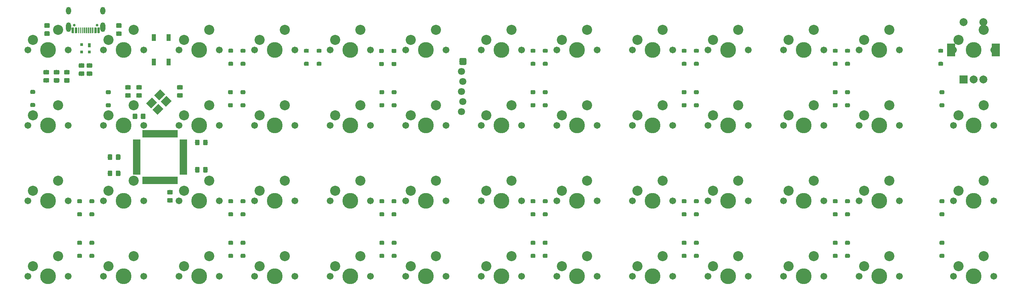
<source format=gbs>
G04 #@! TF.GenerationSoftware,KiCad,Pcbnew,(5.1.4-0)*
G04 #@! TF.CreationDate,2021-10-08T11:39:25-05:00*
G04 #@! TF.ProjectId,lucy,6c756379-2e6b-4696-9361-645f70636258,rev?*
G04 #@! TF.SameCoordinates,Original*
G04 #@! TF.FileFunction,Soldermask,Bot*
G04 #@! TF.FilePolarity,Negative*
%FSLAX46Y46*%
G04 Gerber Fmt 4.6, Leading zero omitted, Abs format (unit mm)*
G04 Created by KiCad (PCBNEW (5.1.4-0)) date 2021-10-08 11:39:25*
%MOMM*%
%LPD*%
G04 APERTURE LIST*
%ADD10C,0.100000*%
%ADD11C,1.150000*%
%ADD12C,1.800000*%
%ADD13R,0.800000X0.700000*%
%ADD14R,0.800000X1.100000*%
%ADD15C,1.000000*%
%ADD16C,2.540000*%
%ADD17C,1.701800*%
%ADD18C,3.987800*%
%ADD19R,2.000000X2.000000*%
%ADD20C,2.000000*%
%ADD21R,2.000000X3.200000*%
%ADD22C,1.803400*%
%ADD23R,0.900000X1.900000*%
%ADD24R,1.900000X0.900000*%
%ADD25C,0.600000*%
%ADD26O,1.300000X2.400000*%
%ADD27C,0.300000*%
%ADD28O,1.300000X1.900000*%
%ADD29C,0.650000*%
%ADD30R,1.100000X1.800000*%
G04 APERTURE END LIST*
D10*
G36*
X126965130Y-75857454D02*
G01*
X126989398Y-75861054D01*
X127013197Y-75867015D01*
X127036296Y-75875280D01*
X127058475Y-75885770D01*
X127079518Y-75898382D01*
X127099224Y-75912997D01*
X127117402Y-75929473D01*
X127133878Y-75947651D01*
X127148493Y-75967357D01*
X127161105Y-75988400D01*
X127171595Y-76010579D01*
X127179860Y-76033678D01*
X127185821Y-76057477D01*
X127189421Y-76081745D01*
X127190625Y-76106249D01*
X127190625Y-77006251D01*
X127189421Y-77030755D01*
X127185821Y-77055023D01*
X127179860Y-77078822D01*
X127171595Y-77101921D01*
X127161105Y-77124100D01*
X127148493Y-77145143D01*
X127133878Y-77164849D01*
X127117402Y-77183027D01*
X127099224Y-77199503D01*
X127079518Y-77214118D01*
X127058475Y-77226730D01*
X127036296Y-77237220D01*
X127013197Y-77245485D01*
X126989398Y-77251446D01*
X126965130Y-77255046D01*
X126940626Y-77256250D01*
X126290624Y-77256250D01*
X126266120Y-77255046D01*
X126241852Y-77251446D01*
X126218053Y-77245485D01*
X126194954Y-77237220D01*
X126172775Y-77226730D01*
X126151732Y-77214118D01*
X126132026Y-77199503D01*
X126113848Y-77183027D01*
X126097372Y-77164849D01*
X126082757Y-77145143D01*
X126070145Y-77124100D01*
X126059655Y-77101921D01*
X126051390Y-77078822D01*
X126045429Y-77055023D01*
X126041829Y-77030755D01*
X126040625Y-77006251D01*
X126040625Y-76106249D01*
X126041829Y-76081745D01*
X126045429Y-76057477D01*
X126051390Y-76033678D01*
X126059655Y-76010579D01*
X126070145Y-75988400D01*
X126082757Y-75967357D01*
X126097372Y-75947651D01*
X126113848Y-75929473D01*
X126132026Y-75912997D01*
X126151732Y-75898382D01*
X126172775Y-75885770D01*
X126194954Y-75875280D01*
X126218053Y-75867015D01*
X126241852Y-75861054D01*
X126266120Y-75857454D01*
X126290624Y-75856250D01*
X126940626Y-75856250D01*
X126965130Y-75857454D01*
X126965130Y-75857454D01*
G37*
D11*
X126615625Y-76556250D03*
D10*
G36*
X124915130Y-75857454D02*
G01*
X124939398Y-75861054D01*
X124963197Y-75867015D01*
X124986296Y-75875280D01*
X125008475Y-75885770D01*
X125029518Y-75898382D01*
X125049224Y-75912997D01*
X125067402Y-75929473D01*
X125083878Y-75947651D01*
X125098493Y-75967357D01*
X125111105Y-75988400D01*
X125121595Y-76010579D01*
X125129860Y-76033678D01*
X125135821Y-76057477D01*
X125139421Y-76081745D01*
X125140625Y-76106249D01*
X125140625Y-77006251D01*
X125139421Y-77030755D01*
X125135821Y-77055023D01*
X125129860Y-77078822D01*
X125121595Y-77101921D01*
X125111105Y-77124100D01*
X125098493Y-77145143D01*
X125083878Y-77164849D01*
X125067402Y-77183027D01*
X125049224Y-77199503D01*
X125029518Y-77214118D01*
X125008475Y-77226730D01*
X124986296Y-77237220D01*
X124963197Y-77245485D01*
X124939398Y-77251446D01*
X124915130Y-77255046D01*
X124890626Y-77256250D01*
X124240624Y-77256250D01*
X124216120Y-77255046D01*
X124191852Y-77251446D01*
X124168053Y-77245485D01*
X124144954Y-77237220D01*
X124122775Y-77226730D01*
X124101732Y-77214118D01*
X124082026Y-77199503D01*
X124063848Y-77183027D01*
X124047372Y-77164849D01*
X124032757Y-77145143D01*
X124020145Y-77124100D01*
X124009655Y-77101921D01*
X124001390Y-77078822D01*
X123995429Y-77055023D01*
X123991829Y-77030755D01*
X123990625Y-77006251D01*
X123990625Y-76106249D01*
X123991829Y-76081745D01*
X123995429Y-76057477D01*
X124001390Y-76033678D01*
X124009655Y-76010579D01*
X124020145Y-75988400D01*
X124032757Y-75967357D01*
X124047372Y-75947651D01*
X124063848Y-75929473D01*
X124082026Y-75912997D01*
X124101732Y-75898382D01*
X124122775Y-75885770D01*
X124144954Y-75875280D01*
X124168053Y-75867015D01*
X124191852Y-75861054D01*
X124216120Y-75857454D01*
X124240624Y-75856250D01*
X124890626Y-75856250D01*
X124915130Y-75857454D01*
X124915130Y-75857454D01*
G37*
D11*
X124565625Y-76556250D03*
D12*
X113052147Y-66568382D03*
D10*
G36*
X112946081Y-67947240D02*
G01*
X111673289Y-66674448D01*
X113158213Y-65189524D01*
X114431005Y-66462316D01*
X112946081Y-67947240D01*
X112946081Y-67947240D01*
G37*
D12*
X115102757Y-64517772D03*
D10*
G36*
X114996691Y-65896630D02*
G01*
X113723899Y-64623838D01*
X115208823Y-63138914D01*
X116481615Y-64411706D01*
X114996691Y-65896630D01*
X114996691Y-65896630D01*
G37*
D12*
X116729103Y-66144118D03*
D10*
G36*
X116623037Y-67522976D02*
G01*
X115350245Y-66250184D01*
X116835169Y-64765260D01*
X118107961Y-66038052D01*
X116623037Y-67522976D01*
X116623037Y-67522976D01*
G37*
D12*
X114678493Y-68194728D03*
D10*
G36*
X114572427Y-69573586D02*
G01*
X113299635Y-68300794D01*
X114784559Y-66815870D01*
X116057351Y-68088662D01*
X114572427Y-69573586D01*
X114572427Y-69573586D01*
G37*
G36*
X118165130Y-90607454D02*
G01*
X118189398Y-90611054D01*
X118213197Y-90617015D01*
X118236296Y-90625280D01*
X118258475Y-90635770D01*
X118279518Y-90648382D01*
X118299224Y-90662997D01*
X118317402Y-90679473D01*
X118333878Y-90697651D01*
X118348493Y-90717357D01*
X118361105Y-90738400D01*
X118371595Y-90760579D01*
X118379860Y-90783678D01*
X118385821Y-90807477D01*
X118389421Y-90831745D01*
X118390625Y-90856249D01*
X118390625Y-91506251D01*
X118389421Y-91530755D01*
X118385821Y-91555023D01*
X118379860Y-91578822D01*
X118371595Y-91601921D01*
X118361105Y-91624100D01*
X118348493Y-91645143D01*
X118333878Y-91664849D01*
X118317402Y-91683027D01*
X118299224Y-91699503D01*
X118279518Y-91714118D01*
X118258475Y-91726730D01*
X118236296Y-91737220D01*
X118213197Y-91745485D01*
X118189398Y-91751446D01*
X118165130Y-91755046D01*
X118140626Y-91756250D01*
X117240624Y-91756250D01*
X117216120Y-91755046D01*
X117191852Y-91751446D01*
X117168053Y-91745485D01*
X117144954Y-91737220D01*
X117122775Y-91726730D01*
X117101732Y-91714118D01*
X117082026Y-91699503D01*
X117063848Y-91683027D01*
X117047372Y-91664849D01*
X117032757Y-91645143D01*
X117020145Y-91624100D01*
X117009655Y-91601921D01*
X117001390Y-91578822D01*
X116995429Y-91555023D01*
X116991829Y-91530755D01*
X116990625Y-91506251D01*
X116990625Y-90856249D01*
X116991829Y-90831745D01*
X116995429Y-90807477D01*
X117001390Y-90783678D01*
X117009655Y-90760579D01*
X117020145Y-90738400D01*
X117032757Y-90717357D01*
X117047372Y-90697651D01*
X117063848Y-90679473D01*
X117082026Y-90662997D01*
X117101732Y-90648382D01*
X117122775Y-90635770D01*
X117144954Y-90625280D01*
X117168053Y-90617015D01*
X117191852Y-90611054D01*
X117216120Y-90607454D01*
X117240624Y-90606250D01*
X118140626Y-90606250D01*
X118165130Y-90607454D01*
X118165130Y-90607454D01*
G37*
D11*
X117690625Y-91181250D03*
D10*
G36*
X118165130Y-88557454D02*
G01*
X118189398Y-88561054D01*
X118213197Y-88567015D01*
X118236296Y-88575280D01*
X118258475Y-88585770D01*
X118279518Y-88598382D01*
X118299224Y-88612997D01*
X118317402Y-88629473D01*
X118333878Y-88647651D01*
X118348493Y-88667357D01*
X118361105Y-88688400D01*
X118371595Y-88710579D01*
X118379860Y-88733678D01*
X118385821Y-88757477D01*
X118389421Y-88781745D01*
X118390625Y-88806249D01*
X118390625Y-89456251D01*
X118389421Y-89480755D01*
X118385821Y-89505023D01*
X118379860Y-89528822D01*
X118371595Y-89551921D01*
X118361105Y-89574100D01*
X118348493Y-89595143D01*
X118333878Y-89614849D01*
X118317402Y-89633027D01*
X118299224Y-89649503D01*
X118279518Y-89664118D01*
X118258475Y-89676730D01*
X118236296Y-89687220D01*
X118213197Y-89695485D01*
X118189398Y-89701446D01*
X118165130Y-89705046D01*
X118140626Y-89706250D01*
X117240624Y-89706250D01*
X117216120Y-89705046D01*
X117191852Y-89701446D01*
X117168053Y-89695485D01*
X117144954Y-89687220D01*
X117122775Y-89676730D01*
X117101732Y-89664118D01*
X117082026Y-89649503D01*
X117063848Y-89633027D01*
X117047372Y-89614849D01*
X117032757Y-89595143D01*
X117020145Y-89574100D01*
X117009655Y-89551921D01*
X117001390Y-89528822D01*
X116995429Y-89505023D01*
X116991829Y-89480755D01*
X116990625Y-89456251D01*
X116990625Y-88806249D01*
X116991829Y-88781745D01*
X116995429Y-88757477D01*
X117001390Y-88733678D01*
X117009655Y-88710579D01*
X117020145Y-88688400D01*
X117032757Y-88667357D01*
X117047372Y-88647651D01*
X117063848Y-88629473D01*
X117082026Y-88612997D01*
X117101732Y-88598382D01*
X117122775Y-88585770D01*
X117144954Y-88575280D01*
X117168053Y-88567015D01*
X117191852Y-88561054D01*
X117216120Y-88557454D01*
X117240624Y-88556250D01*
X118140626Y-88556250D01*
X118165130Y-88557454D01*
X118165130Y-88557454D01*
G37*
D11*
X117690625Y-89131250D03*
D13*
X95390625Y-51806250D03*
X95390625Y-53706250D03*
X97390625Y-53706250D03*
D14*
X97390625Y-52006250D03*
D10*
G36*
X312365129Y-52907454D02*
G01*
X312389398Y-52911054D01*
X312413196Y-52917015D01*
X312436296Y-52925280D01*
X312458474Y-52935770D01*
X312479518Y-52948383D01*
X312499223Y-52962997D01*
X312517402Y-52979473D01*
X312533878Y-52997652D01*
X312548492Y-53017357D01*
X312561105Y-53038401D01*
X312571595Y-53060579D01*
X312579860Y-53083679D01*
X312585821Y-53107477D01*
X312589421Y-53131746D01*
X312590625Y-53156250D01*
X312590625Y-53656250D01*
X312589421Y-53680754D01*
X312585821Y-53705023D01*
X312579860Y-53728821D01*
X312571595Y-53751921D01*
X312561105Y-53774099D01*
X312548492Y-53795143D01*
X312533878Y-53814848D01*
X312517402Y-53833027D01*
X312499223Y-53849503D01*
X312479518Y-53864117D01*
X312458474Y-53876730D01*
X312436296Y-53887220D01*
X312413196Y-53895485D01*
X312389398Y-53901446D01*
X312365129Y-53905046D01*
X312340625Y-53906250D01*
X311640625Y-53906250D01*
X311616121Y-53905046D01*
X311591852Y-53901446D01*
X311568054Y-53895485D01*
X311544954Y-53887220D01*
X311522776Y-53876730D01*
X311501732Y-53864117D01*
X311482027Y-53849503D01*
X311463848Y-53833027D01*
X311447372Y-53814848D01*
X311432758Y-53795143D01*
X311420145Y-53774099D01*
X311409655Y-53751921D01*
X311401390Y-53728821D01*
X311395429Y-53705023D01*
X311391829Y-53680754D01*
X311390625Y-53656250D01*
X311390625Y-53156250D01*
X311391829Y-53131746D01*
X311395429Y-53107477D01*
X311401390Y-53083679D01*
X311409655Y-53060579D01*
X311420145Y-53038401D01*
X311432758Y-53017357D01*
X311447372Y-52997652D01*
X311463848Y-52979473D01*
X311482027Y-52962997D01*
X311501732Y-52948383D01*
X311522776Y-52935770D01*
X311544954Y-52925280D01*
X311568054Y-52917015D01*
X311591852Y-52911054D01*
X311616121Y-52907454D01*
X311640625Y-52906250D01*
X312340625Y-52906250D01*
X312365129Y-52907454D01*
X312365129Y-52907454D01*
G37*
D15*
X311990625Y-53406250D03*
D10*
G36*
X312365129Y-56207454D02*
G01*
X312389398Y-56211054D01*
X312413196Y-56217015D01*
X312436296Y-56225280D01*
X312458474Y-56235770D01*
X312479518Y-56248383D01*
X312499223Y-56262997D01*
X312517402Y-56279473D01*
X312533878Y-56297652D01*
X312548492Y-56317357D01*
X312561105Y-56338401D01*
X312571595Y-56360579D01*
X312579860Y-56383679D01*
X312585821Y-56407477D01*
X312589421Y-56431746D01*
X312590625Y-56456250D01*
X312590625Y-56956250D01*
X312589421Y-56980754D01*
X312585821Y-57005023D01*
X312579860Y-57028821D01*
X312571595Y-57051921D01*
X312561105Y-57074099D01*
X312548492Y-57095143D01*
X312533878Y-57114848D01*
X312517402Y-57133027D01*
X312499223Y-57149503D01*
X312479518Y-57164117D01*
X312458474Y-57176730D01*
X312436296Y-57187220D01*
X312413196Y-57195485D01*
X312389398Y-57201446D01*
X312365129Y-57205046D01*
X312340625Y-57206250D01*
X311640625Y-57206250D01*
X311616121Y-57205046D01*
X311591852Y-57201446D01*
X311568054Y-57195485D01*
X311544954Y-57187220D01*
X311522776Y-57176730D01*
X311501732Y-57164117D01*
X311482027Y-57149503D01*
X311463848Y-57133027D01*
X311447372Y-57114848D01*
X311432758Y-57095143D01*
X311420145Y-57074099D01*
X311409655Y-57051921D01*
X311401390Y-57028821D01*
X311395429Y-57005023D01*
X311391829Y-56980754D01*
X311390625Y-56956250D01*
X311390625Y-56456250D01*
X311391829Y-56431746D01*
X311395429Y-56407477D01*
X311401390Y-56383679D01*
X311409655Y-56360579D01*
X311420145Y-56338401D01*
X311432758Y-56317357D01*
X311447372Y-56297652D01*
X311463848Y-56279473D01*
X311482027Y-56262997D01*
X311501732Y-56248383D01*
X311522776Y-56235770D01*
X311544954Y-56225280D01*
X311568054Y-56217015D01*
X311591852Y-56211054D01*
X311616121Y-56207454D01*
X311640625Y-56206250D01*
X312340625Y-56206250D01*
X312365129Y-56207454D01*
X312365129Y-56207454D01*
G37*
D15*
X311990625Y-56706250D03*
D10*
G36*
X312665129Y-90907454D02*
G01*
X312689398Y-90911054D01*
X312713196Y-90917015D01*
X312736296Y-90925280D01*
X312758474Y-90935770D01*
X312779518Y-90948383D01*
X312799223Y-90962997D01*
X312817402Y-90979473D01*
X312833878Y-90997652D01*
X312848492Y-91017357D01*
X312861105Y-91038401D01*
X312871595Y-91060579D01*
X312879860Y-91083679D01*
X312885821Y-91107477D01*
X312889421Y-91131746D01*
X312890625Y-91156250D01*
X312890625Y-91656250D01*
X312889421Y-91680754D01*
X312885821Y-91705023D01*
X312879860Y-91728821D01*
X312871595Y-91751921D01*
X312861105Y-91774099D01*
X312848492Y-91795143D01*
X312833878Y-91814848D01*
X312817402Y-91833027D01*
X312799223Y-91849503D01*
X312779518Y-91864117D01*
X312758474Y-91876730D01*
X312736296Y-91887220D01*
X312713196Y-91895485D01*
X312689398Y-91901446D01*
X312665129Y-91905046D01*
X312640625Y-91906250D01*
X311940625Y-91906250D01*
X311916121Y-91905046D01*
X311891852Y-91901446D01*
X311868054Y-91895485D01*
X311844954Y-91887220D01*
X311822776Y-91876730D01*
X311801732Y-91864117D01*
X311782027Y-91849503D01*
X311763848Y-91833027D01*
X311747372Y-91814848D01*
X311732758Y-91795143D01*
X311720145Y-91774099D01*
X311709655Y-91751921D01*
X311701390Y-91728821D01*
X311695429Y-91705023D01*
X311691829Y-91680754D01*
X311690625Y-91656250D01*
X311690625Y-91156250D01*
X311691829Y-91131746D01*
X311695429Y-91107477D01*
X311701390Y-91083679D01*
X311709655Y-91060579D01*
X311720145Y-91038401D01*
X311732758Y-91017357D01*
X311747372Y-90997652D01*
X311763848Y-90979473D01*
X311782027Y-90962997D01*
X311801732Y-90948383D01*
X311822776Y-90935770D01*
X311844954Y-90925280D01*
X311868054Y-90917015D01*
X311891852Y-90911054D01*
X311916121Y-90907454D01*
X311940625Y-90906250D01*
X312640625Y-90906250D01*
X312665129Y-90907454D01*
X312665129Y-90907454D01*
G37*
D15*
X312290625Y-91406250D03*
D10*
G36*
X312665129Y-94207454D02*
G01*
X312689398Y-94211054D01*
X312713196Y-94217015D01*
X312736296Y-94225280D01*
X312758474Y-94235770D01*
X312779518Y-94248383D01*
X312799223Y-94262997D01*
X312817402Y-94279473D01*
X312833878Y-94297652D01*
X312848492Y-94317357D01*
X312861105Y-94338401D01*
X312871595Y-94360579D01*
X312879860Y-94383679D01*
X312885821Y-94407477D01*
X312889421Y-94431746D01*
X312890625Y-94456250D01*
X312890625Y-94956250D01*
X312889421Y-94980754D01*
X312885821Y-95005023D01*
X312879860Y-95028821D01*
X312871595Y-95051921D01*
X312861105Y-95074099D01*
X312848492Y-95095143D01*
X312833878Y-95114848D01*
X312817402Y-95133027D01*
X312799223Y-95149503D01*
X312779518Y-95164117D01*
X312758474Y-95176730D01*
X312736296Y-95187220D01*
X312713196Y-95195485D01*
X312689398Y-95201446D01*
X312665129Y-95205046D01*
X312640625Y-95206250D01*
X311940625Y-95206250D01*
X311916121Y-95205046D01*
X311891852Y-95201446D01*
X311868054Y-95195485D01*
X311844954Y-95187220D01*
X311822776Y-95176730D01*
X311801732Y-95164117D01*
X311782027Y-95149503D01*
X311763848Y-95133027D01*
X311747372Y-95114848D01*
X311732758Y-95095143D01*
X311720145Y-95074099D01*
X311709655Y-95051921D01*
X311701390Y-95028821D01*
X311695429Y-95005023D01*
X311691829Y-94980754D01*
X311690625Y-94956250D01*
X311690625Y-94456250D01*
X311691829Y-94431746D01*
X311695429Y-94407477D01*
X311701390Y-94383679D01*
X311709655Y-94360579D01*
X311720145Y-94338401D01*
X311732758Y-94317357D01*
X311747372Y-94297652D01*
X311763848Y-94279473D01*
X311782027Y-94262997D01*
X311801732Y-94248383D01*
X311822776Y-94235770D01*
X311844954Y-94225280D01*
X311868054Y-94217015D01*
X311891852Y-94211054D01*
X311916121Y-94207454D01*
X311940625Y-94206250D01*
X312640625Y-94206250D01*
X312665129Y-94207454D01*
X312665129Y-94207454D01*
G37*
D15*
X312290625Y-94706250D03*
D16*
X316468185Y-69691370D03*
X322818185Y-67151370D03*
D17*
X325358185Y-72231370D03*
X315198185Y-72231370D03*
D18*
X320278185Y-72231370D03*
D16*
X121205625Y-50641250D03*
X127555625Y-48101250D03*
D17*
X130095625Y-53181250D03*
X119935625Y-53181250D03*
D18*
X125015625Y-53181250D03*
D16*
X316468185Y-107791530D03*
X322818185Y-105251530D03*
D17*
X325358185Y-110331530D03*
X315198185Y-110331530D03*
D18*
X320278185Y-110331530D03*
D10*
G36*
X98365129Y-90907454D02*
G01*
X98389398Y-90911054D01*
X98413196Y-90917015D01*
X98436296Y-90925280D01*
X98458474Y-90935770D01*
X98479518Y-90948383D01*
X98499223Y-90962997D01*
X98517402Y-90979473D01*
X98533878Y-90997652D01*
X98548492Y-91017357D01*
X98561105Y-91038401D01*
X98571595Y-91060579D01*
X98579860Y-91083679D01*
X98585821Y-91107477D01*
X98589421Y-91131746D01*
X98590625Y-91156250D01*
X98590625Y-91656250D01*
X98589421Y-91680754D01*
X98585821Y-91705023D01*
X98579860Y-91728821D01*
X98571595Y-91751921D01*
X98561105Y-91774099D01*
X98548492Y-91795143D01*
X98533878Y-91814848D01*
X98517402Y-91833027D01*
X98499223Y-91849503D01*
X98479518Y-91864117D01*
X98458474Y-91876730D01*
X98436296Y-91887220D01*
X98413196Y-91895485D01*
X98389398Y-91901446D01*
X98365129Y-91905046D01*
X98340625Y-91906250D01*
X97640625Y-91906250D01*
X97616121Y-91905046D01*
X97591852Y-91901446D01*
X97568054Y-91895485D01*
X97544954Y-91887220D01*
X97522776Y-91876730D01*
X97501732Y-91864117D01*
X97482027Y-91849503D01*
X97463848Y-91833027D01*
X97447372Y-91814848D01*
X97432758Y-91795143D01*
X97420145Y-91774099D01*
X97409655Y-91751921D01*
X97401390Y-91728821D01*
X97395429Y-91705023D01*
X97391829Y-91680754D01*
X97390625Y-91656250D01*
X97390625Y-91156250D01*
X97391829Y-91131746D01*
X97395429Y-91107477D01*
X97401390Y-91083679D01*
X97409655Y-91060579D01*
X97420145Y-91038401D01*
X97432758Y-91017357D01*
X97447372Y-90997652D01*
X97463848Y-90979473D01*
X97482027Y-90962997D01*
X97501732Y-90948383D01*
X97522776Y-90935770D01*
X97544954Y-90925280D01*
X97568054Y-90917015D01*
X97591852Y-90911054D01*
X97616121Y-90907454D01*
X97640625Y-90906250D01*
X98340625Y-90906250D01*
X98365129Y-90907454D01*
X98365129Y-90907454D01*
G37*
D15*
X97990625Y-91406250D03*
D10*
G36*
X98365129Y-94207454D02*
G01*
X98389398Y-94211054D01*
X98413196Y-94217015D01*
X98436296Y-94225280D01*
X98458474Y-94235770D01*
X98479518Y-94248383D01*
X98499223Y-94262997D01*
X98517402Y-94279473D01*
X98533878Y-94297652D01*
X98548492Y-94317357D01*
X98561105Y-94338401D01*
X98571595Y-94360579D01*
X98579860Y-94383679D01*
X98585821Y-94407477D01*
X98589421Y-94431746D01*
X98590625Y-94456250D01*
X98590625Y-94956250D01*
X98589421Y-94980754D01*
X98585821Y-95005023D01*
X98579860Y-95028821D01*
X98571595Y-95051921D01*
X98561105Y-95074099D01*
X98548492Y-95095143D01*
X98533878Y-95114848D01*
X98517402Y-95133027D01*
X98499223Y-95149503D01*
X98479518Y-95164117D01*
X98458474Y-95176730D01*
X98436296Y-95187220D01*
X98413196Y-95195485D01*
X98389398Y-95201446D01*
X98365129Y-95205046D01*
X98340625Y-95206250D01*
X97640625Y-95206250D01*
X97616121Y-95205046D01*
X97591852Y-95201446D01*
X97568054Y-95195485D01*
X97544954Y-95187220D01*
X97522776Y-95176730D01*
X97501732Y-95164117D01*
X97482027Y-95149503D01*
X97463848Y-95133027D01*
X97447372Y-95114848D01*
X97432758Y-95095143D01*
X97420145Y-95074099D01*
X97409655Y-95051921D01*
X97401390Y-95028821D01*
X97395429Y-95005023D01*
X97391829Y-94980754D01*
X97390625Y-94956250D01*
X97390625Y-94456250D01*
X97391829Y-94431746D01*
X97395429Y-94407477D01*
X97401390Y-94383679D01*
X97409655Y-94360579D01*
X97420145Y-94338401D01*
X97432758Y-94317357D01*
X97447372Y-94297652D01*
X97463848Y-94279473D01*
X97482027Y-94262997D01*
X97501732Y-94248383D01*
X97522776Y-94235770D01*
X97544954Y-94225280D01*
X97568054Y-94217015D01*
X97591852Y-94211054D01*
X97616121Y-94207454D01*
X97640625Y-94206250D01*
X98340625Y-94206250D01*
X98365129Y-94207454D01*
X98365129Y-94207454D01*
G37*
D15*
X97990625Y-94706250D03*
D10*
G36*
X86965130Y-58251204D02*
G01*
X86989398Y-58254804D01*
X87013197Y-58260765D01*
X87036296Y-58269030D01*
X87058475Y-58279520D01*
X87079518Y-58292132D01*
X87099224Y-58306747D01*
X87117402Y-58323223D01*
X87133878Y-58341401D01*
X87148493Y-58361107D01*
X87161105Y-58382150D01*
X87171595Y-58404329D01*
X87179860Y-58427428D01*
X87185821Y-58451227D01*
X87189421Y-58475495D01*
X87190625Y-58499999D01*
X87190625Y-59150001D01*
X87189421Y-59174505D01*
X87185821Y-59198773D01*
X87179860Y-59222572D01*
X87171595Y-59245671D01*
X87161105Y-59267850D01*
X87148493Y-59288893D01*
X87133878Y-59308599D01*
X87117402Y-59326777D01*
X87099224Y-59343253D01*
X87079518Y-59357868D01*
X87058475Y-59370480D01*
X87036296Y-59380970D01*
X87013197Y-59389235D01*
X86989398Y-59395196D01*
X86965130Y-59398796D01*
X86940626Y-59400000D01*
X86040624Y-59400000D01*
X86016120Y-59398796D01*
X85991852Y-59395196D01*
X85968053Y-59389235D01*
X85944954Y-59380970D01*
X85922775Y-59370480D01*
X85901732Y-59357868D01*
X85882026Y-59343253D01*
X85863848Y-59326777D01*
X85847372Y-59308599D01*
X85832757Y-59288893D01*
X85820145Y-59267850D01*
X85809655Y-59245671D01*
X85801390Y-59222572D01*
X85795429Y-59198773D01*
X85791829Y-59174505D01*
X85790625Y-59150001D01*
X85790625Y-58499999D01*
X85791829Y-58475495D01*
X85795429Y-58451227D01*
X85801390Y-58427428D01*
X85809655Y-58404329D01*
X85820145Y-58382150D01*
X85832757Y-58361107D01*
X85847372Y-58341401D01*
X85863848Y-58323223D01*
X85882026Y-58306747D01*
X85901732Y-58292132D01*
X85922775Y-58279520D01*
X85944954Y-58269030D01*
X85968053Y-58260765D01*
X85991852Y-58254804D01*
X86016120Y-58251204D01*
X86040624Y-58250000D01*
X86940626Y-58250000D01*
X86965130Y-58251204D01*
X86965130Y-58251204D01*
G37*
D11*
X86490625Y-58825000D03*
D10*
G36*
X86965130Y-60301204D02*
G01*
X86989398Y-60304804D01*
X87013197Y-60310765D01*
X87036296Y-60319030D01*
X87058475Y-60329520D01*
X87079518Y-60342132D01*
X87099224Y-60356747D01*
X87117402Y-60373223D01*
X87133878Y-60391401D01*
X87148493Y-60411107D01*
X87161105Y-60432150D01*
X87171595Y-60454329D01*
X87179860Y-60477428D01*
X87185821Y-60501227D01*
X87189421Y-60525495D01*
X87190625Y-60549999D01*
X87190625Y-61200001D01*
X87189421Y-61224505D01*
X87185821Y-61248773D01*
X87179860Y-61272572D01*
X87171595Y-61295671D01*
X87161105Y-61317850D01*
X87148493Y-61338893D01*
X87133878Y-61358599D01*
X87117402Y-61376777D01*
X87099224Y-61393253D01*
X87079518Y-61407868D01*
X87058475Y-61420480D01*
X87036296Y-61430970D01*
X87013197Y-61439235D01*
X86989398Y-61445196D01*
X86965130Y-61448796D01*
X86940626Y-61450000D01*
X86040624Y-61450000D01*
X86016120Y-61448796D01*
X85991852Y-61445196D01*
X85968053Y-61439235D01*
X85944954Y-61430970D01*
X85922775Y-61420480D01*
X85901732Y-61407868D01*
X85882026Y-61393253D01*
X85863848Y-61376777D01*
X85847372Y-61358599D01*
X85832757Y-61338893D01*
X85820145Y-61317850D01*
X85809655Y-61295671D01*
X85801390Y-61272572D01*
X85795429Y-61248773D01*
X85791829Y-61224505D01*
X85790625Y-61200001D01*
X85790625Y-60549999D01*
X85791829Y-60525495D01*
X85795429Y-60501227D01*
X85801390Y-60477428D01*
X85809655Y-60454329D01*
X85820145Y-60432150D01*
X85832757Y-60411107D01*
X85847372Y-60391401D01*
X85863848Y-60373223D01*
X85882026Y-60356747D01*
X85901732Y-60342132D01*
X85922775Y-60329520D01*
X85944954Y-60319030D01*
X85968053Y-60310765D01*
X85991852Y-60304804D01*
X86016120Y-60301204D01*
X86040624Y-60300000D01*
X86940626Y-60300000D01*
X86965130Y-60301204D01*
X86965130Y-60301204D01*
G37*
D11*
X86490625Y-60875000D03*
D10*
G36*
X247665129Y-52907454D02*
G01*
X247689398Y-52911054D01*
X247713196Y-52917015D01*
X247736296Y-52925280D01*
X247758474Y-52935770D01*
X247779518Y-52948383D01*
X247799223Y-52962997D01*
X247817402Y-52979473D01*
X247833878Y-52997652D01*
X247848492Y-53017357D01*
X247861105Y-53038401D01*
X247871595Y-53060579D01*
X247879860Y-53083679D01*
X247885821Y-53107477D01*
X247889421Y-53131746D01*
X247890625Y-53156250D01*
X247890625Y-53656250D01*
X247889421Y-53680754D01*
X247885821Y-53705023D01*
X247879860Y-53728821D01*
X247871595Y-53751921D01*
X247861105Y-53774099D01*
X247848492Y-53795143D01*
X247833878Y-53814848D01*
X247817402Y-53833027D01*
X247799223Y-53849503D01*
X247779518Y-53864117D01*
X247758474Y-53876730D01*
X247736296Y-53887220D01*
X247713196Y-53895485D01*
X247689398Y-53901446D01*
X247665129Y-53905046D01*
X247640625Y-53906250D01*
X246940625Y-53906250D01*
X246916121Y-53905046D01*
X246891852Y-53901446D01*
X246868054Y-53895485D01*
X246844954Y-53887220D01*
X246822776Y-53876730D01*
X246801732Y-53864117D01*
X246782027Y-53849503D01*
X246763848Y-53833027D01*
X246747372Y-53814848D01*
X246732758Y-53795143D01*
X246720145Y-53774099D01*
X246709655Y-53751921D01*
X246701390Y-53728821D01*
X246695429Y-53705023D01*
X246691829Y-53680754D01*
X246690625Y-53656250D01*
X246690625Y-53156250D01*
X246691829Y-53131746D01*
X246695429Y-53107477D01*
X246701390Y-53083679D01*
X246709655Y-53060579D01*
X246720145Y-53038401D01*
X246732758Y-53017357D01*
X246747372Y-52997652D01*
X246763848Y-52979473D01*
X246782027Y-52962997D01*
X246801732Y-52948383D01*
X246822776Y-52935770D01*
X246844954Y-52925280D01*
X246868054Y-52917015D01*
X246891852Y-52911054D01*
X246916121Y-52907454D01*
X246940625Y-52906250D01*
X247640625Y-52906250D01*
X247665129Y-52907454D01*
X247665129Y-52907454D01*
G37*
D15*
X247290625Y-53406250D03*
D10*
G36*
X247665129Y-56207454D02*
G01*
X247689398Y-56211054D01*
X247713196Y-56217015D01*
X247736296Y-56225280D01*
X247758474Y-56235770D01*
X247779518Y-56248383D01*
X247799223Y-56262997D01*
X247817402Y-56279473D01*
X247833878Y-56297652D01*
X247848492Y-56317357D01*
X247861105Y-56338401D01*
X247871595Y-56360579D01*
X247879860Y-56383679D01*
X247885821Y-56407477D01*
X247889421Y-56431746D01*
X247890625Y-56456250D01*
X247890625Y-56956250D01*
X247889421Y-56980754D01*
X247885821Y-57005023D01*
X247879860Y-57028821D01*
X247871595Y-57051921D01*
X247861105Y-57074099D01*
X247848492Y-57095143D01*
X247833878Y-57114848D01*
X247817402Y-57133027D01*
X247799223Y-57149503D01*
X247779518Y-57164117D01*
X247758474Y-57176730D01*
X247736296Y-57187220D01*
X247713196Y-57195485D01*
X247689398Y-57201446D01*
X247665129Y-57205046D01*
X247640625Y-57206250D01*
X246940625Y-57206250D01*
X246916121Y-57205046D01*
X246891852Y-57201446D01*
X246868054Y-57195485D01*
X246844954Y-57187220D01*
X246822776Y-57176730D01*
X246801732Y-57164117D01*
X246782027Y-57149503D01*
X246763848Y-57133027D01*
X246747372Y-57114848D01*
X246732758Y-57095143D01*
X246720145Y-57074099D01*
X246709655Y-57051921D01*
X246701390Y-57028821D01*
X246695429Y-57005023D01*
X246691829Y-56980754D01*
X246690625Y-56956250D01*
X246690625Y-56456250D01*
X246691829Y-56431746D01*
X246695429Y-56407477D01*
X246701390Y-56383679D01*
X246709655Y-56360579D01*
X246720145Y-56338401D01*
X246732758Y-56317357D01*
X246747372Y-56297652D01*
X246763848Y-56279473D01*
X246782027Y-56262997D01*
X246801732Y-56248383D01*
X246822776Y-56235770D01*
X246844954Y-56225280D01*
X246868054Y-56217015D01*
X246891852Y-56211054D01*
X246916121Y-56207454D01*
X246940625Y-56206250D01*
X247640625Y-56206250D01*
X247665129Y-56207454D01*
X247665129Y-56207454D01*
G37*
D15*
X247290625Y-56706250D03*
D19*
X317752725Y-60693950D03*
D20*
X320252725Y-60693950D03*
X322752725Y-60693950D03*
D21*
X314652725Y-53193950D03*
X325852725Y-53193950D03*
D20*
X317752725Y-46193950D03*
X322752725Y-46193950D03*
D10*
G36*
X89565130Y-60307454D02*
G01*
X89589398Y-60311054D01*
X89613197Y-60317015D01*
X89636296Y-60325280D01*
X89658475Y-60335770D01*
X89679518Y-60348382D01*
X89699224Y-60362997D01*
X89717402Y-60379473D01*
X89733878Y-60397651D01*
X89748493Y-60417357D01*
X89761105Y-60438400D01*
X89771595Y-60460579D01*
X89779860Y-60483678D01*
X89785821Y-60507477D01*
X89789421Y-60531745D01*
X89790625Y-60556249D01*
X89790625Y-61206251D01*
X89789421Y-61230755D01*
X89785821Y-61255023D01*
X89779860Y-61278822D01*
X89771595Y-61301921D01*
X89761105Y-61324100D01*
X89748493Y-61345143D01*
X89733878Y-61364849D01*
X89717402Y-61383027D01*
X89699224Y-61399503D01*
X89679518Y-61414118D01*
X89658475Y-61426730D01*
X89636296Y-61437220D01*
X89613197Y-61445485D01*
X89589398Y-61451446D01*
X89565130Y-61455046D01*
X89540626Y-61456250D01*
X88640624Y-61456250D01*
X88616120Y-61455046D01*
X88591852Y-61451446D01*
X88568053Y-61445485D01*
X88544954Y-61437220D01*
X88522775Y-61426730D01*
X88501732Y-61414118D01*
X88482026Y-61399503D01*
X88463848Y-61383027D01*
X88447372Y-61364849D01*
X88432757Y-61345143D01*
X88420145Y-61324100D01*
X88409655Y-61301921D01*
X88401390Y-61278822D01*
X88395429Y-61255023D01*
X88391829Y-61230755D01*
X88390625Y-61206251D01*
X88390625Y-60556249D01*
X88391829Y-60531745D01*
X88395429Y-60507477D01*
X88401390Y-60483678D01*
X88409655Y-60460579D01*
X88420145Y-60438400D01*
X88432757Y-60417357D01*
X88447372Y-60397651D01*
X88463848Y-60379473D01*
X88482026Y-60362997D01*
X88501732Y-60348382D01*
X88522775Y-60335770D01*
X88544954Y-60325280D01*
X88568053Y-60317015D01*
X88591852Y-60311054D01*
X88616120Y-60307454D01*
X88640624Y-60306250D01*
X89540626Y-60306250D01*
X89565130Y-60307454D01*
X89565130Y-60307454D01*
G37*
D11*
X89090625Y-60881250D03*
D10*
G36*
X89565130Y-58257454D02*
G01*
X89589398Y-58261054D01*
X89613197Y-58267015D01*
X89636296Y-58275280D01*
X89658475Y-58285770D01*
X89679518Y-58298382D01*
X89699224Y-58312997D01*
X89717402Y-58329473D01*
X89733878Y-58347651D01*
X89748493Y-58367357D01*
X89761105Y-58388400D01*
X89771595Y-58410579D01*
X89779860Y-58433678D01*
X89785821Y-58457477D01*
X89789421Y-58481745D01*
X89790625Y-58506249D01*
X89790625Y-59156251D01*
X89789421Y-59180755D01*
X89785821Y-59205023D01*
X89779860Y-59228822D01*
X89771595Y-59251921D01*
X89761105Y-59274100D01*
X89748493Y-59295143D01*
X89733878Y-59314849D01*
X89717402Y-59333027D01*
X89699224Y-59349503D01*
X89679518Y-59364118D01*
X89658475Y-59376730D01*
X89636296Y-59387220D01*
X89613197Y-59395485D01*
X89589398Y-59401446D01*
X89565130Y-59405046D01*
X89540626Y-59406250D01*
X88640624Y-59406250D01*
X88616120Y-59405046D01*
X88591852Y-59401446D01*
X88568053Y-59395485D01*
X88544954Y-59387220D01*
X88522775Y-59376730D01*
X88501732Y-59364118D01*
X88482026Y-59349503D01*
X88463848Y-59333027D01*
X88447372Y-59314849D01*
X88432757Y-59295143D01*
X88420145Y-59274100D01*
X88409655Y-59251921D01*
X88401390Y-59228822D01*
X88395429Y-59205023D01*
X88391829Y-59180755D01*
X88390625Y-59156251D01*
X88390625Y-58506249D01*
X88391829Y-58481745D01*
X88395429Y-58457477D01*
X88401390Y-58433678D01*
X88409655Y-58410579D01*
X88420145Y-58388400D01*
X88432757Y-58367357D01*
X88447372Y-58347651D01*
X88463848Y-58329473D01*
X88482026Y-58312997D01*
X88501732Y-58298382D01*
X88522775Y-58285770D01*
X88544954Y-58275280D01*
X88568053Y-58267015D01*
X88591852Y-58261054D01*
X88616120Y-58257454D01*
X88640624Y-58256250D01*
X89540626Y-58256250D01*
X89565130Y-58257454D01*
X89565130Y-58257454D01*
G37*
D11*
X89090625Y-58831250D03*
D10*
G36*
X107565130Y-64107454D02*
G01*
X107589398Y-64111054D01*
X107613197Y-64117015D01*
X107636296Y-64125280D01*
X107658475Y-64135770D01*
X107679518Y-64148382D01*
X107699224Y-64162997D01*
X107717402Y-64179473D01*
X107733878Y-64197651D01*
X107748493Y-64217357D01*
X107761105Y-64238400D01*
X107771595Y-64260579D01*
X107779860Y-64283678D01*
X107785821Y-64307477D01*
X107789421Y-64331745D01*
X107790625Y-64356249D01*
X107790625Y-65006251D01*
X107789421Y-65030755D01*
X107785821Y-65055023D01*
X107779860Y-65078822D01*
X107771595Y-65101921D01*
X107761105Y-65124100D01*
X107748493Y-65145143D01*
X107733878Y-65164849D01*
X107717402Y-65183027D01*
X107699224Y-65199503D01*
X107679518Y-65214118D01*
X107658475Y-65226730D01*
X107636296Y-65237220D01*
X107613197Y-65245485D01*
X107589398Y-65251446D01*
X107565130Y-65255046D01*
X107540626Y-65256250D01*
X106640624Y-65256250D01*
X106616120Y-65255046D01*
X106591852Y-65251446D01*
X106568053Y-65245485D01*
X106544954Y-65237220D01*
X106522775Y-65226730D01*
X106501732Y-65214118D01*
X106482026Y-65199503D01*
X106463848Y-65183027D01*
X106447372Y-65164849D01*
X106432757Y-65145143D01*
X106420145Y-65124100D01*
X106409655Y-65101921D01*
X106401390Y-65078822D01*
X106395429Y-65055023D01*
X106391829Y-65030755D01*
X106390625Y-65006251D01*
X106390625Y-64356249D01*
X106391829Y-64331745D01*
X106395429Y-64307477D01*
X106401390Y-64283678D01*
X106409655Y-64260579D01*
X106420145Y-64238400D01*
X106432757Y-64217357D01*
X106447372Y-64197651D01*
X106463848Y-64179473D01*
X106482026Y-64162997D01*
X106501732Y-64148382D01*
X106522775Y-64135770D01*
X106544954Y-64125280D01*
X106568053Y-64117015D01*
X106591852Y-64111054D01*
X106616120Y-64107454D01*
X106640624Y-64106250D01*
X107540626Y-64106250D01*
X107565130Y-64107454D01*
X107565130Y-64107454D01*
G37*
D11*
X107090625Y-64681250D03*
D10*
G36*
X107565130Y-62057454D02*
G01*
X107589398Y-62061054D01*
X107613197Y-62067015D01*
X107636296Y-62075280D01*
X107658475Y-62085770D01*
X107679518Y-62098382D01*
X107699224Y-62112997D01*
X107717402Y-62129473D01*
X107733878Y-62147651D01*
X107748493Y-62167357D01*
X107761105Y-62188400D01*
X107771595Y-62210579D01*
X107779860Y-62233678D01*
X107785821Y-62257477D01*
X107789421Y-62281745D01*
X107790625Y-62306249D01*
X107790625Y-62956251D01*
X107789421Y-62980755D01*
X107785821Y-63005023D01*
X107779860Y-63028822D01*
X107771595Y-63051921D01*
X107761105Y-63074100D01*
X107748493Y-63095143D01*
X107733878Y-63114849D01*
X107717402Y-63133027D01*
X107699224Y-63149503D01*
X107679518Y-63164118D01*
X107658475Y-63176730D01*
X107636296Y-63187220D01*
X107613197Y-63195485D01*
X107589398Y-63201446D01*
X107565130Y-63205046D01*
X107540626Y-63206250D01*
X106640624Y-63206250D01*
X106616120Y-63205046D01*
X106591852Y-63201446D01*
X106568053Y-63195485D01*
X106544954Y-63187220D01*
X106522775Y-63176730D01*
X106501732Y-63164118D01*
X106482026Y-63149503D01*
X106463848Y-63133027D01*
X106447372Y-63114849D01*
X106432757Y-63095143D01*
X106420145Y-63074100D01*
X106409655Y-63051921D01*
X106401390Y-63028822D01*
X106395429Y-63005023D01*
X106391829Y-62980755D01*
X106390625Y-62956251D01*
X106390625Y-62306249D01*
X106391829Y-62281745D01*
X106395429Y-62257477D01*
X106401390Y-62233678D01*
X106409655Y-62210579D01*
X106420145Y-62188400D01*
X106432757Y-62167357D01*
X106447372Y-62147651D01*
X106463848Y-62129473D01*
X106482026Y-62112997D01*
X106501732Y-62098382D01*
X106522775Y-62085770D01*
X106544954Y-62075280D01*
X106568053Y-62067015D01*
X106591852Y-62061054D01*
X106616120Y-62057454D01*
X106640624Y-62056250D01*
X107540626Y-62056250D01*
X107565130Y-62057454D01*
X107565130Y-62057454D01*
G37*
D11*
X107090625Y-62631250D03*
D10*
G36*
X105265130Y-48507454D02*
G01*
X105289398Y-48511054D01*
X105313197Y-48517015D01*
X105336296Y-48525280D01*
X105358475Y-48535770D01*
X105379518Y-48548382D01*
X105399224Y-48562997D01*
X105417402Y-48579473D01*
X105433878Y-48597651D01*
X105448493Y-48617357D01*
X105461105Y-48638400D01*
X105471595Y-48660579D01*
X105479860Y-48683678D01*
X105485821Y-48707477D01*
X105489421Y-48731745D01*
X105490625Y-48756249D01*
X105490625Y-49406251D01*
X105489421Y-49430755D01*
X105485821Y-49455023D01*
X105479860Y-49478822D01*
X105471595Y-49501921D01*
X105461105Y-49524100D01*
X105448493Y-49545143D01*
X105433878Y-49564849D01*
X105417402Y-49583027D01*
X105399224Y-49599503D01*
X105379518Y-49614118D01*
X105358475Y-49626730D01*
X105336296Y-49637220D01*
X105313197Y-49645485D01*
X105289398Y-49651446D01*
X105265130Y-49655046D01*
X105240626Y-49656250D01*
X104340624Y-49656250D01*
X104316120Y-49655046D01*
X104291852Y-49651446D01*
X104268053Y-49645485D01*
X104244954Y-49637220D01*
X104222775Y-49626730D01*
X104201732Y-49614118D01*
X104182026Y-49599503D01*
X104163848Y-49583027D01*
X104147372Y-49564849D01*
X104132757Y-49545143D01*
X104120145Y-49524100D01*
X104109655Y-49501921D01*
X104101390Y-49478822D01*
X104095429Y-49455023D01*
X104091829Y-49430755D01*
X104090625Y-49406251D01*
X104090625Y-48756249D01*
X104091829Y-48731745D01*
X104095429Y-48707477D01*
X104101390Y-48683678D01*
X104109655Y-48660579D01*
X104120145Y-48638400D01*
X104132757Y-48617357D01*
X104147372Y-48597651D01*
X104163848Y-48579473D01*
X104182026Y-48562997D01*
X104201732Y-48548382D01*
X104222775Y-48535770D01*
X104244954Y-48525280D01*
X104268053Y-48517015D01*
X104291852Y-48511054D01*
X104316120Y-48507454D01*
X104340624Y-48506250D01*
X105240626Y-48506250D01*
X105265130Y-48507454D01*
X105265130Y-48507454D01*
G37*
D11*
X104790625Y-49081250D03*
D10*
G36*
X105265130Y-46457454D02*
G01*
X105289398Y-46461054D01*
X105313197Y-46467015D01*
X105336296Y-46475280D01*
X105358475Y-46485770D01*
X105379518Y-46498382D01*
X105399224Y-46512997D01*
X105417402Y-46529473D01*
X105433878Y-46547651D01*
X105448493Y-46567357D01*
X105461105Y-46588400D01*
X105471595Y-46610579D01*
X105479860Y-46633678D01*
X105485821Y-46657477D01*
X105489421Y-46681745D01*
X105490625Y-46706249D01*
X105490625Y-47356251D01*
X105489421Y-47380755D01*
X105485821Y-47405023D01*
X105479860Y-47428822D01*
X105471595Y-47451921D01*
X105461105Y-47474100D01*
X105448493Y-47495143D01*
X105433878Y-47514849D01*
X105417402Y-47533027D01*
X105399224Y-47549503D01*
X105379518Y-47564118D01*
X105358475Y-47576730D01*
X105336296Y-47587220D01*
X105313197Y-47595485D01*
X105289398Y-47601446D01*
X105265130Y-47605046D01*
X105240626Y-47606250D01*
X104340624Y-47606250D01*
X104316120Y-47605046D01*
X104291852Y-47601446D01*
X104268053Y-47595485D01*
X104244954Y-47587220D01*
X104222775Y-47576730D01*
X104201732Y-47564118D01*
X104182026Y-47549503D01*
X104163848Y-47533027D01*
X104147372Y-47514849D01*
X104132757Y-47495143D01*
X104120145Y-47474100D01*
X104109655Y-47451921D01*
X104101390Y-47428822D01*
X104095429Y-47405023D01*
X104091829Y-47380755D01*
X104090625Y-47356251D01*
X104090625Y-46706249D01*
X104091829Y-46681745D01*
X104095429Y-46657477D01*
X104101390Y-46633678D01*
X104109655Y-46610579D01*
X104120145Y-46588400D01*
X104132757Y-46567357D01*
X104147372Y-46547651D01*
X104163848Y-46529473D01*
X104182026Y-46512997D01*
X104201732Y-46498382D01*
X104222775Y-46485770D01*
X104244954Y-46475280D01*
X104268053Y-46467015D01*
X104291852Y-46461054D01*
X104316120Y-46457454D01*
X104340624Y-46456250D01*
X105240626Y-46456250D01*
X105265130Y-46457454D01*
X105265130Y-46457454D01*
G37*
D11*
X104790625Y-47031250D03*
D10*
G36*
X87165130Y-46451204D02*
G01*
X87189398Y-46454804D01*
X87213197Y-46460765D01*
X87236296Y-46469030D01*
X87258475Y-46479520D01*
X87279518Y-46492132D01*
X87299224Y-46506747D01*
X87317402Y-46523223D01*
X87333878Y-46541401D01*
X87348493Y-46561107D01*
X87361105Y-46582150D01*
X87371595Y-46604329D01*
X87379860Y-46627428D01*
X87385821Y-46651227D01*
X87389421Y-46675495D01*
X87390625Y-46699999D01*
X87390625Y-47350001D01*
X87389421Y-47374505D01*
X87385821Y-47398773D01*
X87379860Y-47422572D01*
X87371595Y-47445671D01*
X87361105Y-47467850D01*
X87348493Y-47488893D01*
X87333878Y-47508599D01*
X87317402Y-47526777D01*
X87299224Y-47543253D01*
X87279518Y-47557868D01*
X87258475Y-47570480D01*
X87236296Y-47580970D01*
X87213197Y-47589235D01*
X87189398Y-47595196D01*
X87165130Y-47598796D01*
X87140626Y-47600000D01*
X86240624Y-47600000D01*
X86216120Y-47598796D01*
X86191852Y-47595196D01*
X86168053Y-47589235D01*
X86144954Y-47580970D01*
X86122775Y-47570480D01*
X86101732Y-47557868D01*
X86082026Y-47543253D01*
X86063848Y-47526777D01*
X86047372Y-47508599D01*
X86032757Y-47488893D01*
X86020145Y-47467850D01*
X86009655Y-47445671D01*
X86001390Y-47422572D01*
X85995429Y-47398773D01*
X85991829Y-47374505D01*
X85990625Y-47350001D01*
X85990625Y-46699999D01*
X85991829Y-46675495D01*
X85995429Y-46651227D01*
X86001390Y-46627428D01*
X86009655Y-46604329D01*
X86020145Y-46582150D01*
X86032757Y-46561107D01*
X86047372Y-46541401D01*
X86063848Y-46523223D01*
X86082026Y-46506747D01*
X86101732Y-46492132D01*
X86122775Y-46479520D01*
X86144954Y-46469030D01*
X86168053Y-46460765D01*
X86191852Y-46454804D01*
X86216120Y-46451204D01*
X86240624Y-46450000D01*
X87140626Y-46450000D01*
X87165130Y-46451204D01*
X87165130Y-46451204D01*
G37*
D11*
X86690625Y-47025000D03*
D10*
G36*
X87165130Y-48501204D02*
G01*
X87189398Y-48504804D01*
X87213197Y-48510765D01*
X87236296Y-48519030D01*
X87258475Y-48529520D01*
X87279518Y-48542132D01*
X87299224Y-48556747D01*
X87317402Y-48573223D01*
X87333878Y-48591401D01*
X87348493Y-48611107D01*
X87361105Y-48632150D01*
X87371595Y-48654329D01*
X87379860Y-48677428D01*
X87385821Y-48701227D01*
X87389421Y-48725495D01*
X87390625Y-48749999D01*
X87390625Y-49400001D01*
X87389421Y-49424505D01*
X87385821Y-49448773D01*
X87379860Y-49472572D01*
X87371595Y-49495671D01*
X87361105Y-49517850D01*
X87348493Y-49538893D01*
X87333878Y-49558599D01*
X87317402Y-49576777D01*
X87299224Y-49593253D01*
X87279518Y-49607868D01*
X87258475Y-49620480D01*
X87236296Y-49630970D01*
X87213197Y-49639235D01*
X87189398Y-49645196D01*
X87165130Y-49648796D01*
X87140626Y-49650000D01*
X86240624Y-49650000D01*
X86216120Y-49648796D01*
X86191852Y-49645196D01*
X86168053Y-49639235D01*
X86144954Y-49630970D01*
X86122775Y-49620480D01*
X86101732Y-49607868D01*
X86082026Y-49593253D01*
X86063848Y-49576777D01*
X86047372Y-49558599D01*
X86032757Y-49538893D01*
X86020145Y-49517850D01*
X86009655Y-49495671D01*
X86001390Y-49472572D01*
X85995429Y-49448773D01*
X85991829Y-49424505D01*
X85990625Y-49400001D01*
X85990625Y-48749999D01*
X85991829Y-48725495D01*
X85995429Y-48701227D01*
X86001390Y-48677428D01*
X86009655Y-48654329D01*
X86020145Y-48632150D01*
X86032757Y-48611107D01*
X86047372Y-48591401D01*
X86063848Y-48573223D01*
X86082026Y-48556747D01*
X86101732Y-48542132D01*
X86122775Y-48529520D01*
X86144954Y-48519030D01*
X86168053Y-48510765D01*
X86191852Y-48504804D01*
X86216120Y-48501204D01*
X86240624Y-48500000D01*
X87140626Y-48500000D01*
X87165130Y-48501204D01*
X87165130Y-48501204D01*
G37*
D11*
X86690625Y-49075000D03*
D10*
G36*
X97865130Y-56557454D02*
G01*
X97889398Y-56561054D01*
X97913197Y-56567015D01*
X97936296Y-56575280D01*
X97958475Y-56585770D01*
X97979518Y-56598382D01*
X97999224Y-56612997D01*
X98017402Y-56629473D01*
X98033878Y-56647651D01*
X98048493Y-56667357D01*
X98061105Y-56688400D01*
X98071595Y-56710579D01*
X98079860Y-56733678D01*
X98085821Y-56757477D01*
X98089421Y-56781745D01*
X98090625Y-56806249D01*
X98090625Y-57456251D01*
X98089421Y-57480755D01*
X98085821Y-57505023D01*
X98079860Y-57528822D01*
X98071595Y-57551921D01*
X98061105Y-57574100D01*
X98048493Y-57595143D01*
X98033878Y-57614849D01*
X98017402Y-57633027D01*
X97999224Y-57649503D01*
X97979518Y-57664118D01*
X97958475Y-57676730D01*
X97936296Y-57687220D01*
X97913197Y-57695485D01*
X97889398Y-57701446D01*
X97865130Y-57705046D01*
X97840626Y-57706250D01*
X96940624Y-57706250D01*
X96916120Y-57705046D01*
X96891852Y-57701446D01*
X96868053Y-57695485D01*
X96844954Y-57687220D01*
X96822775Y-57676730D01*
X96801732Y-57664118D01*
X96782026Y-57649503D01*
X96763848Y-57633027D01*
X96747372Y-57614849D01*
X96732757Y-57595143D01*
X96720145Y-57574100D01*
X96709655Y-57551921D01*
X96701390Y-57528822D01*
X96695429Y-57505023D01*
X96691829Y-57480755D01*
X96690625Y-57456251D01*
X96690625Y-56806249D01*
X96691829Y-56781745D01*
X96695429Y-56757477D01*
X96701390Y-56733678D01*
X96709655Y-56710579D01*
X96720145Y-56688400D01*
X96732757Y-56667357D01*
X96747372Y-56647651D01*
X96763848Y-56629473D01*
X96782026Y-56612997D01*
X96801732Y-56598382D01*
X96822775Y-56585770D01*
X96844954Y-56575280D01*
X96868053Y-56567015D01*
X96891852Y-56561054D01*
X96916120Y-56557454D01*
X96940624Y-56556250D01*
X97840626Y-56556250D01*
X97865130Y-56557454D01*
X97865130Y-56557454D01*
G37*
D11*
X97390625Y-57131250D03*
D10*
G36*
X97865130Y-58607454D02*
G01*
X97889398Y-58611054D01*
X97913197Y-58617015D01*
X97936296Y-58625280D01*
X97958475Y-58635770D01*
X97979518Y-58648382D01*
X97999224Y-58662997D01*
X98017402Y-58679473D01*
X98033878Y-58697651D01*
X98048493Y-58717357D01*
X98061105Y-58738400D01*
X98071595Y-58760579D01*
X98079860Y-58783678D01*
X98085821Y-58807477D01*
X98089421Y-58831745D01*
X98090625Y-58856249D01*
X98090625Y-59506251D01*
X98089421Y-59530755D01*
X98085821Y-59555023D01*
X98079860Y-59578822D01*
X98071595Y-59601921D01*
X98061105Y-59624100D01*
X98048493Y-59645143D01*
X98033878Y-59664849D01*
X98017402Y-59683027D01*
X97999224Y-59699503D01*
X97979518Y-59714118D01*
X97958475Y-59726730D01*
X97936296Y-59737220D01*
X97913197Y-59745485D01*
X97889398Y-59751446D01*
X97865130Y-59755046D01*
X97840626Y-59756250D01*
X96940624Y-59756250D01*
X96916120Y-59755046D01*
X96891852Y-59751446D01*
X96868053Y-59745485D01*
X96844954Y-59737220D01*
X96822775Y-59726730D01*
X96801732Y-59714118D01*
X96782026Y-59699503D01*
X96763848Y-59683027D01*
X96747372Y-59664849D01*
X96732757Y-59645143D01*
X96720145Y-59624100D01*
X96709655Y-59601921D01*
X96701390Y-59578822D01*
X96695429Y-59555023D01*
X96691829Y-59530755D01*
X96690625Y-59506251D01*
X96690625Y-58856249D01*
X96691829Y-58831745D01*
X96695429Y-58807477D01*
X96701390Y-58783678D01*
X96709655Y-58760579D01*
X96720145Y-58738400D01*
X96732757Y-58717357D01*
X96747372Y-58697651D01*
X96763848Y-58679473D01*
X96782026Y-58662997D01*
X96801732Y-58648382D01*
X96822775Y-58635770D01*
X96844954Y-58625280D01*
X96868053Y-58617015D01*
X96891852Y-58611054D01*
X96916120Y-58607454D01*
X96940624Y-58606250D01*
X97840626Y-58606250D01*
X97865130Y-58607454D01*
X97865130Y-58607454D01*
G37*
D11*
X97390625Y-59181250D03*
D10*
G36*
X95865130Y-56557454D02*
G01*
X95889398Y-56561054D01*
X95913197Y-56567015D01*
X95936296Y-56575280D01*
X95958475Y-56585770D01*
X95979518Y-56598382D01*
X95999224Y-56612997D01*
X96017402Y-56629473D01*
X96033878Y-56647651D01*
X96048493Y-56667357D01*
X96061105Y-56688400D01*
X96071595Y-56710579D01*
X96079860Y-56733678D01*
X96085821Y-56757477D01*
X96089421Y-56781745D01*
X96090625Y-56806249D01*
X96090625Y-57456251D01*
X96089421Y-57480755D01*
X96085821Y-57505023D01*
X96079860Y-57528822D01*
X96071595Y-57551921D01*
X96061105Y-57574100D01*
X96048493Y-57595143D01*
X96033878Y-57614849D01*
X96017402Y-57633027D01*
X95999224Y-57649503D01*
X95979518Y-57664118D01*
X95958475Y-57676730D01*
X95936296Y-57687220D01*
X95913197Y-57695485D01*
X95889398Y-57701446D01*
X95865130Y-57705046D01*
X95840626Y-57706250D01*
X94940624Y-57706250D01*
X94916120Y-57705046D01*
X94891852Y-57701446D01*
X94868053Y-57695485D01*
X94844954Y-57687220D01*
X94822775Y-57676730D01*
X94801732Y-57664118D01*
X94782026Y-57649503D01*
X94763848Y-57633027D01*
X94747372Y-57614849D01*
X94732757Y-57595143D01*
X94720145Y-57574100D01*
X94709655Y-57551921D01*
X94701390Y-57528822D01*
X94695429Y-57505023D01*
X94691829Y-57480755D01*
X94690625Y-57456251D01*
X94690625Y-56806249D01*
X94691829Y-56781745D01*
X94695429Y-56757477D01*
X94701390Y-56733678D01*
X94709655Y-56710579D01*
X94720145Y-56688400D01*
X94732757Y-56667357D01*
X94747372Y-56647651D01*
X94763848Y-56629473D01*
X94782026Y-56612997D01*
X94801732Y-56598382D01*
X94822775Y-56585770D01*
X94844954Y-56575280D01*
X94868053Y-56567015D01*
X94891852Y-56561054D01*
X94916120Y-56557454D01*
X94940624Y-56556250D01*
X95840626Y-56556250D01*
X95865130Y-56557454D01*
X95865130Y-56557454D01*
G37*
D11*
X95390625Y-57131250D03*
D10*
G36*
X95865130Y-58607454D02*
G01*
X95889398Y-58611054D01*
X95913197Y-58617015D01*
X95936296Y-58625280D01*
X95958475Y-58635770D01*
X95979518Y-58648382D01*
X95999224Y-58662997D01*
X96017402Y-58679473D01*
X96033878Y-58697651D01*
X96048493Y-58717357D01*
X96061105Y-58738400D01*
X96071595Y-58760579D01*
X96079860Y-58783678D01*
X96085821Y-58807477D01*
X96089421Y-58831745D01*
X96090625Y-58856249D01*
X96090625Y-59506251D01*
X96089421Y-59530755D01*
X96085821Y-59555023D01*
X96079860Y-59578822D01*
X96071595Y-59601921D01*
X96061105Y-59624100D01*
X96048493Y-59645143D01*
X96033878Y-59664849D01*
X96017402Y-59683027D01*
X95999224Y-59699503D01*
X95979518Y-59714118D01*
X95958475Y-59726730D01*
X95936296Y-59737220D01*
X95913197Y-59745485D01*
X95889398Y-59751446D01*
X95865130Y-59755046D01*
X95840626Y-59756250D01*
X94940624Y-59756250D01*
X94916120Y-59755046D01*
X94891852Y-59751446D01*
X94868053Y-59745485D01*
X94844954Y-59737220D01*
X94822775Y-59726730D01*
X94801732Y-59714118D01*
X94782026Y-59699503D01*
X94763848Y-59683027D01*
X94747372Y-59664849D01*
X94732757Y-59645143D01*
X94720145Y-59624100D01*
X94709655Y-59601921D01*
X94701390Y-59578822D01*
X94695429Y-59555023D01*
X94691829Y-59530755D01*
X94690625Y-59506251D01*
X94690625Y-58856249D01*
X94691829Y-58831745D01*
X94695429Y-58807477D01*
X94701390Y-58783678D01*
X94709655Y-58760579D01*
X94720145Y-58738400D01*
X94732757Y-58717357D01*
X94747372Y-58697651D01*
X94763848Y-58679473D01*
X94782026Y-58662997D01*
X94801732Y-58648382D01*
X94822775Y-58635770D01*
X94844954Y-58625280D01*
X94868053Y-58617015D01*
X94891852Y-58611054D01*
X94916120Y-58607454D01*
X94940624Y-58606250D01*
X95840626Y-58606250D01*
X95865130Y-58607454D01*
X95865130Y-58607454D01*
G37*
D11*
X95390625Y-59181250D03*
D10*
G36*
X124915130Y-82757454D02*
G01*
X124939398Y-82761054D01*
X124963197Y-82767015D01*
X124986296Y-82775280D01*
X125008475Y-82785770D01*
X125029518Y-82798382D01*
X125049224Y-82812997D01*
X125067402Y-82829473D01*
X125083878Y-82847651D01*
X125098493Y-82867357D01*
X125111105Y-82888400D01*
X125121595Y-82910579D01*
X125129860Y-82933678D01*
X125135821Y-82957477D01*
X125139421Y-82981745D01*
X125140625Y-83006249D01*
X125140625Y-83906251D01*
X125139421Y-83930755D01*
X125135821Y-83955023D01*
X125129860Y-83978822D01*
X125121595Y-84001921D01*
X125111105Y-84024100D01*
X125098493Y-84045143D01*
X125083878Y-84064849D01*
X125067402Y-84083027D01*
X125049224Y-84099503D01*
X125029518Y-84114118D01*
X125008475Y-84126730D01*
X124986296Y-84137220D01*
X124963197Y-84145485D01*
X124939398Y-84151446D01*
X124915130Y-84155046D01*
X124890626Y-84156250D01*
X124240624Y-84156250D01*
X124216120Y-84155046D01*
X124191852Y-84151446D01*
X124168053Y-84145485D01*
X124144954Y-84137220D01*
X124122775Y-84126730D01*
X124101732Y-84114118D01*
X124082026Y-84099503D01*
X124063848Y-84083027D01*
X124047372Y-84064849D01*
X124032757Y-84045143D01*
X124020145Y-84024100D01*
X124009655Y-84001921D01*
X124001390Y-83978822D01*
X123995429Y-83955023D01*
X123991829Y-83930755D01*
X123990625Y-83906251D01*
X123990625Y-83006249D01*
X123991829Y-82981745D01*
X123995429Y-82957477D01*
X124001390Y-82933678D01*
X124009655Y-82910579D01*
X124020145Y-82888400D01*
X124032757Y-82867357D01*
X124047372Y-82847651D01*
X124063848Y-82829473D01*
X124082026Y-82812997D01*
X124101732Y-82798382D01*
X124122775Y-82785770D01*
X124144954Y-82775280D01*
X124168053Y-82767015D01*
X124191852Y-82761054D01*
X124216120Y-82757454D01*
X124240624Y-82756250D01*
X124890626Y-82756250D01*
X124915130Y-82757454D01*
X124915130Y-82757454D01*
G37*
D11*
X124565625Y-83456250D03*
D10*
G36*
X126965130Y-82757454D02*
G01*
X126989398Y-82761054D01*
X127013197Y-82767015D01*
X127036296Y-82775280D01*
X127058475Y-82785770D01*
X127079518Y-82798382D01*
X127099224Y-82812997D01*
X127117402Y-82829473D01*
X127133878Y-82847651D01*
X127148493Y-82867357D01*
X127161105Y-82888400D01*
X127171595Y-82910579D01*
X127179860Y-82933678D01*
X127185821Y-82957477D01*
X127189421Y-82981745D01*
X127190625Y-83006249D01*
X127190625Y-83906251D01*
X127189421Y-83930755D01*
X127185821Y-83955023D01*
X127179860Y-83978822D01*
X127171595Y-84001921D01*
X127161105Y-84024100D01*
X127148493Y-84045143D01*
X127133878Y-84064849D01*
X127117402Y-84083027D01*
X127099224Y-84099503D01*
X127079518Y-84114118D01*
X127058475Y-84126730D01*
X127036296Y-84137220D01*
X127013197Y-84145485D01*
X126989398Y-84151446D01*
X126965130Y-84155046D01*
X126940626Y-84156250D01*
X126290624Y-84156250D01*
X126266120Y-84155046D01*
X126241852Y-84151446D01*
X126218053Y-84145485D01*
X126194954Y-84137220D01*
X126172775Y-84126730D01*
X126151732Y-84114118D01*
X126132026Y-84099503D01*
X126113848Y-84083027D01*
X126097372Y-84064849D01*
X126082757Y-84045143D01*
X126070145Y-84024100D01*
X126059655Y-84001921D01*
X126051390Y-83978822D01*
X126045429Y-83955023D01*
X126041829Y-83930755D01*
X126040625Y-83906251D01*
X126040625Y-83006249D01*
X126041829Y-82981745D01*
X126045429Y-82957477D01*
X126051390Y-82933678D01*
X126059655Y-82910579D01*
X126070145Y-82888400D01*
X126082757Y-82867357D01*
X126097372Y-82847651D01*
X126113848Y-82829473D01*
X126132026Y-82812997D01*
X126151732Y-82798382D01*
X126172775Y-82785770D01*
X126194954Y-82775280D01*
X126218053Y-82767015D01*
X126241852Y-82761054D01*
X126266120Y-82757454D01*
X126290624Y-82756250D01*
X126940626Y-82756250D01*
X126965130Y-82757454D01*
X126965130Y-82757454D01*
G37*
D11*
X126615625Y-83456250D03*
D10*
G36*
X109215130Y-69257454D02*
G01*
X109239398Y-69261054D01*
X109263197Y-69267015D01*
X109286296Y-69275280D01*
X109308475Y-69285770D01*
X109329518Y-69298382D01*
X109349224Y-69312997D01*
X109367402Y-69329473D01*
X109383878Y-69347651D01*
X109398493Y-69367357D01*
X109411105Y-69388400D01*
X109421595Y-69410579D01*
X109429860Y-69433678D01*
X109435821Y-69457477D01*
X109439421Y-69481745D01*
X109440625Y-69506249D01*
X109440625Y-70406251D01*
X109439421Y-70430755D01*
X109435821Y-70455023D01*
X109429860Y-70478822D01*
X109421595Y-70501921D01*
X109411105Y-70524100D01*
X109398493Y-70545143D01*
X109383878Y-70564849D01*
X109367402Y-70583027D01*
X109349224Y-70599503D01*
X109329518Y-70614118D01*
X109308475Y-70626730D01*
X109286296Y-70637220D01*
X109263197Y-70645485D01*
X109239398Y-70651446D01*
X109215130Y-70655046D01*
X109190626Y-70656250D01*
X108540624Y-70656250D01*
X108516120Y-70655046D01*
X108491852Y-70651446D01*
X108468053Y-70645485D01*
X108444954Y-70637220D01*
X108422775Y-70626730D01*
X108401732Y-70614118D01*
X108382026Y-70599503D01*
X108363848Y-70583027D01*
X108347372Y-70564849D01*
X108332757Y-70545143D01*
X108320145Y-70524100D01*
X108309655Y-70501921D01*
X108301390Y-70478822D01*
X108295429Y-70455023D01*
X108291829Y-70430755D01*
X108290625Y-70406251D01*
X108290625Y-69506249D01*
X108291829Y-69481745D01*
X108295429Y-69457477D01*
X108301390Y-69433678D01*
X108309655Y-69410579D01*
X108320145Y-69388400D01*
X108332757Y-69367357D01*
X108347372Y-69347651D01*
X108363848Y-69329473D01*
X108382026Y-69312997D01*
X108401732Y-69298382D01*
X108422775Y-69285770D01*
X108444954Y-69275280D01*
X108468053Y-69267015D01*
X108491852Y-69261054D01*
X108516120Y-69257454D01*
X108540624Y-69256250D01*
X109190626Y-69256250D01*
X109215130Y-69257454D01*
X109215130Y-69257454D01*
G37*
D11*
X108865625Y-69956250D03*
D10*
G36*
X111265130Y-69257454D02*
G01*
X111289398Y-69261054D01*
X111313197Y-69267015D01*
X111336296Y-69275280D01*
X111358475Y-69285770D01*
X111379518Y-69298382D01*
X111399224Y-69312997D01*
X111417402Y-69329473D01*
X111433878Y-69347651D01*
X111448493Y-69367357D01*
X111461105Y-69388400D01*
X111471595Y-69410579D01*
X111479860Y-69433678D01*
X111485821Y-69457477D01*
X111489421Y-69481745D01*
X111490625Y-69506249D01*
X111490625Y-70406251D01*
X111489421Y-70430755D01*
X111485821Y-70455023D01*
X111479860Y-70478822D01*
X111471595Y-70501921D01*
X111461105Y-70524100D01*
X111448493Y-70545143D01*
X111433878Y-70564849D01*
X111417402Y-70583027D01*
X111399224Y-70599503D01*
X111379518Y-70614118D01*
X111358475Y-70626730D01*
X111336296Y-70637220D01*
X111313197Y-70645485D01*
X111289398Y-70651446D01*
X111265130Y-70655046D01*
X111240626Y-70656250D01*
X110590624Y-70656250D01*
X110566120Y-70655046D01*
X110541852Y-70651446D01*
X110518053Y-70645485D01*
X110494954Y-70637220D01*
X110472775Y-70626730D01*
X110451732Y-70614118D01*
X110432026Y-70599503D01*
X110413848Y-70583027D01*
X110397372Y-70564849D01*
X110382757Y-70545143D01*
X110370145Y-70524100D01*
X110359655Y-70501921D01*
X110351390Y-70478822D01*
X110345429Y-70455023D01*
X110341829Y-70430755D01*
X110340625Y-70406251D01*
X110340625Y-69506249D01*
X110341829Y-69481745D01*
X110345429Y-69457477D01*
X110351390Y-69433678D01*
X110359655Y-69410579D01*
X110370145Y-69388400D01*
X110382757Y-69367357D01*
X110397372Y-69347651D01*
X110413848Y-69329473D01*
X110432026Y-69312997D01*
X110451732Y-69298382D01*
X110472775Y-69285770D01*
X110494954Y-69275280D01*
X110518053Y-69267015D01*
X110541852Y-69261054D01*
X110566120Y-69257454D01*
X110590624Y-69256250D01*
X111240626Y-69256250D01*
X111265130Y-69257454D01*
X111265130Y-69257454D01*
G37*
D11*
X110915625Y-69956250D03*
D10*
G36*
X102915130Y-83657454D02*
G01*
X102939398Y-83661054D01*
X102963197Y-83667015D01*
X102986296Y-83675280D01*
X103008475Y-83685770D01*
X103029518Y-83698382D01*
X103049224Y-83712997D01*
X103067402Y-83729473D01*
X103083878Y-83747651D01*
X103098493Y-83767357D01*
X103111105Y-83788400D01*
X103121595Y-83810579D01*
X103129860Y-83833678D01*
X103135821Y-83857477D01*
X103139421Y-83881745D01*
X103140625Y-83906249D01*
X103140625Y-84806251D01*
X103139421Y-84830755D01*
X103135821Y-84855023D01*
X103129860Y-84878822D01*
X103121595Y-84901921D01*
X103111105Y-84924100D01*
X103098493Y-84945143D01*
X103083878Y-84964849D01*
X103067402Y-84983027D01*
X103049224Y-84999503D01*
X103029518Y-85014118D01*
X103008475Y-85026730D01*
X102986296Y-85037220D01*
X102963197Y-85045485D01*
X102939398Y-85051446D01*
X102915130Y-85055046D01*
X102890626Y-85056250D01*
X102240624Y-85056250D01*
X102216120Y-85055046D01*
X102191852Y-85051446D01*
X102168053Y-85045485D01*
X102144954Y-85037220D01*
X102122775Y-85026730D01*
X102101732Y-85014118D01*
X102082026Y-84999503D01*
X102063848Y-84983027D01*
X102047372Y-84964849D01*
X102032757Y-84945143D01*
X102020145Y-84924100D01*
X102009655Y-84901921D01*
X102001390Y-84878822D01*
X101995429Y-84855023D01*
X101991829Y-84830755D01*
X101990625Y-84806251D01*
X101990625Y-83906249D01*
X101991829Y-83881745D01*
X101995429Y-83857477D01*
X102001390Y-83833678D01*
X102009655Y-83810579D01*
X102020145Y-83788400D01*
X102032757Y-83767357D01*
X102047372Y-83747651D01*
X102063848Y-83729473D01*
X102082026Y-83712997D01*
X102101732Y-83698382D01*
X102122775Y-83685770D01*
X102144954Y-83675280D01*
X102168053Y-83667015D01*
X102191852Y-83661054D01*
X102216120Y-83657454D01*
X102240624Y-83656250D01*
X102890626Y-83656250D01*
X102915130Y-83657454D01*
X102915130Y-83657454D01*
G37*
D11*
X102565625Y-84356250D03*
D10*
G36*
X104965130Y-83657454D02*
G01*
X104989398Y-83661054D01*
X105013197Y-83667015D01*
X105036296Y-83675280D01*
X105058475Y-83685770D01*
X105079518Y-83698382D01*
X105099224Y-83712997D01*
X105117402Y-83729473D01*
X105133878Y-83747651D01*
X105148493Y-83767357D01*
X105161105Y-83788400D01*
X105171595Y-83810579D01*
X105179860Y-83833678D01*
X105185821Y-83857477D01*
X105189421Y-83881745D01*
X105190625Y-83906249D01*
X105190625Y-84806251D01*
X105189421Y-84830755D01*
X105185821Y-84855023D01*
X105179860Y-84878822D01*
X105171595Y-84901921D01*
X105161105Y-84924100D01*
X105148493Y-84945143D01*
X105133878Y-84964849D01*
X105117402Y-84983027D01*
X105099224Y-84999503D01*
X105079518Y-85014118D01*
X105058475Y-85026730D01*
X105036296Y-85037220D01*
X105013197Y-85045485D01*
X104989398Y-85051446D01*
X104965130Y-85055046D01*
X104940626Y-85056250D01*
X104290624Y-85056250D01*
X104266120Y-85055046D01*
X104241852Y-85051446D01*
X104218053Y-85045485D01*
X104194954Y-85037220D01*
X104172775Y-85026730D01*
X104151732Y-85014118D01*
X104132026Y-84999503D01*
X104113848Y-84983027D01*
X104097372Y-84964849D01*
X104082757Y-84945143D01*
X104070145Y-84924100D01*
X104059655Y-84901921D01*
X104051390Y-84878822D01*
X104045429Y-84855023D01*
X104041829Y-84830755D01*
X104040625Y-84806251D01*
X104040625Y-83906249D01*
X104041829Y-83881745D01*
X104045429Y-83857477D01*
X104051390Y-83833678D01*
X104059655Y-83810579D01*
X104070145Y-83788400D01*
X104082757Y-83767357D01*
X104097372Y-83747651D01*
X104113848Y-83729473D01*
X104132026Y-83712997D01*
X104151732Y-83698382D01*
X104172775Y-83685770D01*
X104194954Y-83675280D01*
X104218053Y-83667015D01*
X104241852Y-83661054D01*
X104266120Y-83657454D01*
X104290624Y-83656250D01*
X104940626Y-83656250D01*
X104965130Y-83657454D01*
X104965130Y-83657454D01*
G37*
D11*
X104615625Y-84356250D03*
D10*
G36*
X110365130Y-62057454D02*
G01*
X110389398Y-62061054D01*
X110413197Y-62067015D01*
X110436296Y-62075280D01*
X110458475Y-62085770D01*
X110479518Y-62098382D01*
X110499224Y-62112997D01*
X110517402Y-62129473D01*
X110533878Y-62147651D01*
X110548493Y-62167357D01*
X110561105Y-62188400D01*
X110571595Y-62210579D01*
X110579860Y-62233678D01*
X110585821Y-62257477D01*
X110589421Y-62281745D01*
X110590625Y-62306249D01*
X110590625Y-62956251D01*
X110589421Y-62980755D01*
X110585821Y-63005023D01*
X110579860Y-63028822D01*
X110571595Y-63051921D01*
X110561105Y-63074100D01*
X110548493Y-63095143D01*
X110533878Y-63114849D01*
X110517402Y-63133027D01*
X110499224Y-63149503D01*
X110479518Y-63164118D01*
X110458475Y-63176730D01*
X110436296Y-63187220D01*
X110413197Y-63195485D01*
X110389398Y-63201446D01*
X110365130Y-63205046D01*
X110340626Y-63206250D01*
X109440624Y-63206250D01*
X109416120Y-63205046D01*
X109391852Y-63201446D01*
X109368053Y-63195485D01*
X109344954Y-63187220D01*
X109322775Y-63176730D01*
X109301732Y-63164118D01*
X109282026Y-63149503D01*
X109263848Y-63133027D01*
X109247372Y-63114849D01*
X109232757Y-63095143D01*
X109220145Y-63074100D01*
X109209655Y-63051921D01*
X109201390Y-63028822D01*
X109195429Y-63005023D01*
X109191829Y-62980755D01*
X109190625Y-62956251D01*
X109190625Y-62306249D01*
X109191829Y-62281745D01*
X109195429Y-62257477D01*
X109201390Y-62233678D01*
X109209655Y-62210579D01*
X109220145Y-62188400D01*
X109232757Y-62167357D01*
X109247372Y-62147651D01*
X109263848Y-62129473D01*
X109282026Y-62112997D01*
X109301732Y-62098382D01*
X109322775Y-62085770D01*
X109344954Y-62075280D01*
X109368053Y-62067015D01*
X109391852Y-62061054D01*
X109416120Y-62057454D01*
X109440624Y-62056250D01*
X110340626Y-62056250D01*
X110365130Y-62057454D01*
X110365130Y-62057454D01*
G37*
D11*
X109890625Y-62631250D03*
D10*
G36*
X110365130Y-64107454D02*
G01*
X110389398Y-64111054D01*
X110413197Y-64117015D01*
X110436296Y-64125280D01*
X110458475Y-64135770D01*
X110479518Y-64148382D01*
X110499224Y-64162997D01*
X110517402Y-64179473D01*
X110533878Y-64197651D01*
X110548493Y-64217357D01*
X110561105Y-64238400D01*
X110571595Y-64260579D01*
X110579860Y-64283678D01*
X110585821Y-64307477D01*
X110589421Y-64331745D01*
X110590625Y-64356249D01*
X110590625Y-65006251D01*
X110589421Y-65030755D01*
X110585821Y-65055023D01*
X110579860Y-65078822D01*
X110571595Y-65101921D01*
X110561105Y-65124100D01*
X110548493Y-65145143D01*
X110533878Y-65164849D01*
X110517402Y-65183027D01*
X110499224Y-65199503D01*
X110479518Y-65214118D01*
X110458475Y-65226730D01*
X110436296Y-65237220D01*
X110413197Y-65245485D01*
X110389398Y-65251446D01*
X110365130Y-65255046D01*
X110340626Y-65256250D01*
X109440624Y-65256250D01*
X109416120Y-65255046D01*
X109391852Y-65251446D01*
X109368053Y-65245485D01*
X109344954Y-65237220D01*
X109322775Y-65226730D01*
X109301732Y-65214118D01*
X109282026Y-65199503D01*
X109263848Y-65183027D01*
X109247372Y-65164849D01*
X109232757Y-65145143D01*
X109220145Y-65124100D01*
X109209655Y-65101921D01*
X109201390Y-65078822D01*
X109195429Y-65055023D01*
X109191829Y-65030755D01*
X109190625Y-65006251D01*
X109190625Y-64356249D01*
X109191829Y-64331745D01*
X109195429Y-64307477D01*
X109201390Y-64283678D01*
X109209655Y-64260579D01*
X109220145Y-64238400D01*
X109232757Y-64217357D01*
X109247372Y-64197651D01*
X109263848Y-64179473D01*
X109282026Y-64162997D01*
X109301732Y-64148382D01*
X109322775Y-64135770D01*
X109344954Y-64125280D01*
X109368053Y-64117015D01*
X109391852Y-64111054D01*
X109416120Y-64107454D01*
X109440624Y-64106250D01*
X110340626Y-64106250D01*
X110365130Y-64107454D01*
X110365130Y-64107454D01*
G37*
D11*
X109890625Y-64681250D03*
D10*
G36*
X120665130Y-62057454D02*
G01*
X120689398Y-62061054D01*
X120713197Y-62067015D01*
X120736296Y-62075280D01*
X120758475Y-62085770D01*
X120779518Y-62098382D01*
X120799224Y-62112997D01*
X120817402Y-62129473D01*
X120833878Y-62147651D01*
X120848493Y-62167357D01*
X120861105Y-62188400D01*
X120871595Y-62210579D01*
X120879860Y-62233678D01*
X120885821Y-62257477D01*
X120889421Y-62281745D01*
X120890625Y-62306249D01*
X120890625Y-62956251D01*
X120889421Y-62980755D01*
X120885821Y-63005023D01*
X120879860Y-63028822D01*
X120871595Y-63051921D01*
X120861105Y-63074100D01*
X120848493Y-63095143D01*
X120833878Y-63114849D01*
X120817402Y-63133027D01*
X120799224Y-63149503D01*
X120779518Y-63164118D01*
X120758475Y-63176730D01*
X120736296Y-63187220D01*
X120713197Y-63195485D01*
X120689398Y-63201446D01*
X120665130Y-63205046D01*
X120640626Y-63206250D01*
X119740624Y-63206250D01*
X119716120Y-63205046D01*
X119691852Y-63201446D01*
X119668053Y-63195485D01*
X119644954Y-63187220D01*
X119622775Y-63176730D01*
X119601732Y-63164118D01*
X119582026Y-63149503D01*
X119563848Y-63133027D01*
X119547372Y-63114849D01*
X119532757Y-63095143D01*
X119520145Y-63074100D01*
X119509655Y-63051921D01*
X119501390Y-63028822D01*
X119495429Y-63005023D01*
X119491829Y-62980755D01*
X119490625Y-62956251D01*
X119490625Y-62306249D01*
X119491829Y-62281745D01*
X119495429Y-62257477D01*
X119501390Y-62233678D01*
X119509655Y-62210579D01*
X119520145Y-62188400D01*
X119532757Y-62167357D01*
X119547372Y-62147651D01*
X119563848Y-62129473D01*
X119582026Y-62112997D01*
X119601732Y-62098382D01*
X119622775Y-62085770D01*
X119644954Y-62075280D01*
X119668053Y-62067015D01*
X119691852Y-62061054D01*
X119716120Y-62057454D01*
X119740624Y-62056250D01*
X120640626Y-62056250D01*
X120665130Y-62057454D01*
X120665130Y-62057454D01*
G37*
D11*
X120190625Y-62631250D03*
D10*
G36*
X120665130Y-64107454D02*
G01*
X120689398Y-64111054D01*
X120713197Y-64117015D01*
X120736296Y-64125280D01*
X120758475Y-64135770D01*
X120779518Y-64148382D01*
X120799224Y-64162997D01*
X120817402Y-64179473D01*
X120833878Y-64197651D01*
X120848493Y-64217357D01*
X120861105Y-64238400D01*
X120871595Y-64260579D01*
X120879860Y-64283678D01*
X120885821Y-64307477D01*
X120889421Y-64331745D01*
X120890625Y-64356249D01*
X120890625Y-65006251D01*
X120889421Y-65030755D01*
X120885821Y-65055023D01*
X120879860Y-65078822D01*
X120871595Y-65101921D01*
X120861105Y-65124100D01*
X120848493Y-65145143D01*
X120833878Y-65164849D01*
X120817402Y-65183027D01*
X120799224Y-65199503D01*
X120779518Y-65214118D01*
X120758475Y-65226730D01*
X120736296Y-65237220D01*
X120713197Y-65245485D01*
X120689398Y-65251446D01*
X120665130Y-65255046D01*
X120640626Y-65256250D01*
X119740624Y-65256250D01*
X119716120Y-65255046D01*
X119691852Y-65251446D01*
X119668053Y-65245485D01*
X119644954Y-65237220D01*
X119622775Y-65226730D01*
X119601732Y-65214118D01*
X119582026Y-65199503D01*
X119563848Y-65183027D01*
X119547372Y-65164849D01*
X119532757Y-65145143D01*
X119520145Y-65124100D01*
X119509655Y-65101921D01*
X119501390Y-65078822D01*
X119495429Y-65055023D01*
X119491829Y-65030755D01*
X119490625Y-65006251D01*
X119490625Y-64356249D01*
X119491829Y-64331745D01*
X119495429Y-64307477D01*
X119501390Y-64283678D01*
X119509655Y-64260579D01*
X119520145Y-64238400D01*
X119532757Y-64217357D01*
X119547372Y-64197651D01*
X119563848Y-64179473D01*
X119582026Y-64162997D01*
X119601732Y-64148382D01*
X119622775Y-64135770D01*
X119644954Y-64125280D01*
X119668053Y-64117015D01*
X119691852Y-64111054D01*
X119716120Y-64107454D01*
X119740624Y-64106250D01*
X120640626Y-64106250D01*
X120665130Y-64107454D01*
X120665130Y-64107454D01*
G37*
D11*
X120190625Y-64681250D03*
D10*
G36*
X102915130Y-79557454D02*
G01*
X102939398Y-79561054D01*
X102963197Y-79567015D01*
X102986296Y-79575280D01*
X103008475Y-79585770D01*
X103029518Y-79598382D01*
X103049224Y-79612997D01*
X103067402Y-79629473D01*
X103083878Y-79647651D01*
X103098493Y-79667357D01*
X103111105Y-79688400D01*
X103121595Y-79710579D01*
X103129860Y-79733678D01*
X103135821Y-79757477D01*
X103139421Y-79781745D01*
X103140625Y-79806249D01*
X103140625Y-80706251D01*
X103139421Y-80730755D01*
X103135821Y-80755023D01*
X103129860Y-80778822D01*
X103121595Y-80801921D01*
X103111105Y-80824100D01*
X103098493Y-80845143D01*
X103083878Y-80864849D01*
X103067402Y-80883027D01*
X103049224Y-80899503D01*
X103029518Y-80914118D01*
X103008475Y-80926730D01*
X102986296Y-80937220D01*
X102963197Y-80945485D01*
X102939398Y-80951446D01*
X102915130Y-80955046D01*
X102890626Y-80956250D01*
X102240624Y-80956250D01*
X102216120Y-80955046D01*
X102191852Y-80951446D01*
X102168053Y-80945485D01*
X102144954Y-80937220D01*
X102122775Y-80926730D01*
X102101732Y-80914118D01*
X102082026Y-80899503D01*
X102063848Y-80883027D01*
X102047372Y-80864849D01*
X102032757Y-80845143D01*
X102020145Y-80824100D01*
X102009655Y-80801921D01*
X102001390Y-80778822D01*
X101995429Y-80755023D01*
X101991829Y-80730755D01*
X101990625Y-80706251D01*
X101990625Y-79806249D01*
X101991829Y-79781745D01*
X101995429Y-79757477D01*
X102001390Y-79733678D01*
X102009655Y-79710579D01*
X102020145Y-79688400D01*
X102032757Y-79667357D01*
X102047372Y-79647651D01*
X102063848Y-79629473D01*
X102082026Y-79612997D01*
X102101732Y-79598382D01*
X102122775Y-79585770D01*
X102144954Y-79575280D01*
X102168053Y-79567015D01*
X102191852Y-79561054D01*
X102216120Y-79557454D01*
X102240624Y-79556250D01*
X102890626Y-79556250D01*
X102915130Y-79557454D01*
X102915130Y-79557454D01*
G37*
D11*
X102565625Y-80256250D03*
D10*
G36*
X104965130Y-79557454D02*
G01*
X104989398Y-79561054D01*
X105013197Y-79567015D01*
X105036296Y-79575280D01*
X105058475Y-79585770D01*
X105079518Y-79598382D01*
X105099224Y-79612997D01*
X105117402Y-79629473D01*
X105133878Y-79647651D01*
X105148493Y-79667357D01*
X105161105Y-79688400D01*
X105171595Y-79710579D01*
X105179860Y-79733678D01*
X105185821Y-79757477D01*
X105189421Y-79781745D01*
X105190625Y-79806249D01*
X105190625Y-80706251D01*
X105189421Y-80730755D01*
X105185821Y-80755023D01*
X105179860Y-80778822D01*
X105171595Y-80801921D01*
X105161105Y-80824100D01*
X105148493Y-80845143D01*
X105133878Y-80864849D01*
X105117402Y-80883027D01*
X105099224Y-80899503D01*
X105079518Y-80914118D01*
X105058475Y-80926730D01*
X105036296Y-80937220D01*
X105013197Y-80945485D01*
X104989398Y-80951446D01*
X104965130Y-80955046D01*
X104940626Y-80956250D01*
X104290624Y-80956250D01*
X104266120Y-80955046D01*
X104241852Y-80951446D01*
X104218053Y-80945485D01*
X104194954Y-80937220D01*
X104172775Y-80926730D01*
X104151732Y-80914118D01*
X104132026Y-80899503D01*
X104113848Y-80883027D01*
X104097372Y-80864849D01*
X104082757Y-80845143D01*
X104070145Y-80824100D01*
X104059655Y-80801921D01*
X104051390Y-80778822D01*
X104045429Y-80755023D01*
X104041829Y-80730755D01*
X104040625Y-80706251D01*
X104040625Y-79806249D01*
X104041829Y-79781745D01*
X104045429Y-79757477D01*
X104051390Y-79733678D01*
X104059655Y-79710579D01*
X104070145Y-79688400D01*
X104082757Y-79667357D01*
X104097372Y-79647651D01*
X104113848Y-79629473D01*
X104132026Y-79612997D01*
X104151732Y-79598382D01*
X104172775Y-79585770D01*
X104194954Y-79575280D01*
X104218053Y-79567015D01*
X104241852Y-79561054D01*
X104266120Y-79557454D01*
X104290624Y-79556250D01*
X104940626Y-79556250D01*
X104965130Y-79557454D01*
X104965130Y-79557454D01*
G37*
D11*
X104615625Y-80256250D03*
D10*
G36*
X92165130Y-58257454D02*
G01*
X92189398Y-58261054D01*
X92213197Y-58267015D01*
X92236296Y-58275280D01*
X92258475Y-58285770D01*
X92279518Y-58298382D01*
X92299224Y-58312997D01*
X92317402Y-58329473D01*
X92333878Y-58347651D01*
X92348493Y-58367357D01*
X92361105Y-58388400D01*
X92371595Y-58410579D01*
X92379860Y-58433678D01*
X92385821Y-58457477D01*
X92389421Y-58481745D01*
X92390625Y-58506249D01*
X92390625Y-59156251D01*
X92389421Y-59180755D01*
X92385821Y-59205023D01*
X92379860Y-59228822D01*
X92371595Y-59251921D01*
X92361105Y-59274100D01*
X92348493Y-59295143D01*
X92333878Y-59314849D01*
X92317402Y-59333027D01*
X92299224Y-59349503D01*
X92279518Y-59364118D01*
X92258475Y-59376730D01*
X92236296Y-59387220D01*
X92213197Y-59395485D01*
X92189398Y-59401446D01*
X92165130Y-59405046D01*
X92140626Y-59406250D01*
X91240624Y-59406250D01*
X91216120Y-59405046D01*
X91191852Y-59401446D01*
X91168053Y-59395485D01*
X91144954Y-59387220D01*
X91122775Y-59376730D01*
X91101732Y-59364118D01*
X91082026Y-59349503D01*
X91063848Y-59333027D01*
X91047372Y-59314849D01*
X91032757Y-59295143D01*
X91020145Y-59274100D01*
X91009655Y-59251921D01*
X91001390Y-59228822D01*
X90995429Y-59205023D01*
X90991829Y-59180755D01*
X90990625Y-59156251D01*
X90990625Y-58506249D01*
X90991829Y-58481745D01*
X90995429Y-58457477D01*
X91001390Y-58433678D01*
X91009655Y-58410579D01*
X91020145Y-58388400D01*
X91032757Y-58367357D01*
X91047372Y-58347651D01*
X91063848Y-58329473D01*
X91082026Y-58312997D01*
X91101732Y-58298382D01*
X91122775Y-58285770D01*
X91144954Y-58275280D01*
X91168053Y-58267015D01*
X91191852Y-58261054D01*
X91216120Y-58257454D01*
X91240624Y-58256250D01*
X92140626Y-58256250D01*
X92165130Y-58257454D01*
X92165130Y-58257454D01*
G37*
D11*
X91690625Y-58831250D03*
D10*
G36*
X92165130Y-60307454D02*
G01*
X92189398Y-60311054D01*
X92213197Y-60317015D01*
X92236296Y-60325280D01*
X92258475Y-60335770D01*
X92279518Y-60348382D01*
X92299224Y-60362997D01*
X92317402Y-60379473D01*
X92333878Y-60397651D01*
X92348493Y-60417357D01*
X92361105Y-60438400D01*
X92371595Y-60460579D01*
X92379860Y-60483678D01*
X92385821Y-60507477D01*
X92389421Y-60531745D01*
X92390625Y-60556249D01*
X92390625Y-61206251D01*
X92389421Y-61230755D01*
X92385821Y-61255023D01*
X92379860Y-61278822D01*
X92371595Y-61301921D01*
X92361105Y-61324100D01*
X92348493Y-61345143D01*
X92333878Y-61364849D01*
X92317402Y-61383027D01*
X92299224Y-61399503D01*
X92279518Y-61414118D01*
X92258475Y-61426730D01*
X92236296Y-61437220D01*
X92213197Y-61445485D01*
X92189398Y-61451446D01*
X92165130Y-61455046D01*
X92140626Y-61456250D01*
X91240624Y-61456250D01*
X91216120Y-61455046D01*
X91191852Y-61451446D01*
X91168053Y-61445485D01*
X91144954Y-61437220D01*
X91122775Y-61426730D01*
X91101732Y-61414118D01*
X91082026Y-61399503D01*
X91063848Y-61383027D01*
X91047372Y-61364849D01*
X91032757Y-61345143D01*
X91020145Y-61324100D01*
X91009655Y-61301921D01*
X91001390Y-61278822D01*
X90995429Y-61255023D01*
X90991829Y-61230755D01*
X90990625Y-61206251D01*
X90990625Y-60556249D01*
X90991829Y-60531745D01*
X90995429Y-60507477D01*
X91001390Y-60483678D01*
X91009655Y-60460579D01*
X91020145Y-60438400D01*
X91032757Y-60417357D01*
X91047372Y-60397651D01*
X91063848Y-60379473D01*
X91082026Y-60362997D01*
X91101732Y-60348382D01*
X91122775Y-60335770D01*
X91144954Y-60325280D01*
X91168053Y-60317015D01*
X91191852Y-60311054D01*
X91216120Y-60307454D01*
X91240624Y-60306250D01*
X92140626Y-60306250D01*
X92165130Y-60307454D01*
X92165130Y-60307454D01*
G37*
D11*
X91690625Y-60881250D03*
D10*
G36*
X192041441Y-55200471D02*
G01*
X192085206Y-55206963D01*
X192128125Y-55217713D01*
X192169783Y-55232619D01*
X192209779Y-55251536D01*
X192247729Y-55274282D01*
X192283266Y-55300638D01*
X192316049Y-55330351D01*
X192345762Y-55363134D01*
X192372118Y-55398671D01*
X192394864Y-55436621D01*
X192413781Y-55476617D01*
X192428687Y-55518275D01*
X192439437Y-55561194D01*
X192445929Y-55604959D01*
X192448100Y-55649150D01*
X192448100Y-56550850D01*
X192445929Y-56595041D01*
X192439437Y-56638806D01*
X192428687Y-56681725D01*
X192413781Y-56723383D01*
X192394864Y-56763379D01*
X192372118Y-56801329D01*
X192345762Y-56836866D01*
X192316049Y-56869649D01*
X192283266Y-56899362D01*
X192247729Y-56925718D01*
X192209779Y-56948464D01*
X192169783Y-56967381D01*
X192128125Y-56982287D01*
X192085206Y-56993037D01*
X192041441Y-56999529D01*
X191997250Y-57001700D01*
X191095550Y-57001700D01*
X191051359Y-56999529D01*
X191007594Y-56993037D01*
X190964675Y-56982287D01*
X190923017Y-56967381D01*
X190883021Y-56948464D01*
X190845071Y-56925718D01*
X190809534Y-56899362D01*
X190776751Y-56869649D01*
X190747038Y-56836866D01*
X190720682Y-56801329D01*
X190697936Y-56763379D01*
X190679019Y-56723383D01*
X190664113Y-56681725D01*
X190653363Y-56638806D01*
X190646871Y-56595041D01*
X190644700Y-56550850D01*
X190644700Y-55649150D01*
X190646871Y-55604959D01*
X190653363Y-55561194D01*
X190664113Y-55518275D01*
X190679019Y-55476617D01*
X190697936Y-55436621D01*
X190720682Y-55398671D01*
X190747038Y-55363134D01*
X190776751Y-55330351D01*
X190809534Y-55300638D01*
X190845071Y-55274282D01*
X190883021Y-55251536D01*
X190923017Y-55232619D01*
X190964675Y-55217713D01*
X191007594Y-55206963D01*
X191051359Y-55200471D01*
X191095550Y-55198300D01*
X191997250Y-55198300D01*
X192041441Y-55200471D01*
X192041441Y-55200471D01*
G37*
D22*
X191546400Y-56100000D03*
X191140000Y-58640000D03*
X191546400Y-61180000D03*
X191140000Y-63720000D03*
X191546400Y-66260000D03*
X191140000Y-68800000D03*
D23*
X111190625Y-86156250D03*
X111990625Y-86156250D03*
X112790625Y-86156250D03*
X113590625Y-86156250D03*
X114390625Y-86156250D03*
X115190625Y-86156250D03*
X115990625Y-86156250D03*
X116790625Y-86156250D03*
X117590625Y-86156250D03*
X118390625Y-86156250D03*
X119190625Y-86156250D03*
D24*
X121090625Y-84256250D03*
X121090625Y-83456250D03*
X121090625Y-82656250D03*
X121090625Y-81856250D03*
X121090625Y-81056250D03*
X121090625Y-80256250D03*
X121090625Y-79456250D03*
X121090625Y-78656250D03*
X121090625Y-77856250D03*
X121090625Y-77056250D03*
X121090625Y-76256250D03*
D23*
X119190625Y-74356250D03*
X118390625Y-74356250D03*
X117590625Y-74356250D03*
X116790625Y-74356250D03*
X115990625Y-74356250D03*
X115190625Y-74356250D03*
X114390625Y-74356250D03*
X113590625Y-74356250D03*
X112790625Y-74356250D03*
X111990625Y-74356250D03*
X111190625Y-74356250D03*
D24*
X109290625Y-76256250D03*
X109290625Y-77056250D03*
X109290625Y-77856250D03*
X109290625Y-78656250D03*
X109290625Y-79456250D03*
X109290625Y-80256250D03*
X109290625Y-81056250D03*
X109290625Y-81856250D03*
X109290625Y-82656250D03*
X109290625Y-83456250D03*
X109290625Y-84256250D03*
D10*
G36*
X133374339Y-52901154D02*
G01*
X133398608Y-52904754D01*
X133422406Y-52910715D01*
X133445506Y-52918980D01*
X133467684Y-52929470D01*
X133488728Y-52942083D01*
X133508433Y-52956697D01*
X133526612Y-52973173D01*
X133543088Y-52991352D01*
X133557702Y-53011057D01*
X133570315Y-53032101D01*
X133580805Y-53054279D01*
X133589070Y-53077379D01*
X133595031Y-53101177D01*
X133598631Y-53125446D01*
X133599835Y-53149950D01*
X133599835Y-53649950D01*
X133598631Y-53674454D01*
X133595031Y-53698723D01*
X133589070Y-53722521D01*
X133580805Y-53745621D01*
X133570315Y-53767799D01*
X133557702Y-53788843D01*
X133543088Y-53808548D01*
X133526612Y-53826727D01*
X133508433Y-53843203D01*
X133488728Y-53857817D01*
X133467684Y-53870430D01*
X133445506Y-53880920D01*
X133422406Y-53889185D01*
X133398608Y-53895146D01*
X133374339Y-53898746D01*
X133349835Y-53899950D01*
X132649835Y-53899950D01*
X132625331Y-53898746D01*
X132601062Y-53895146D01*
X132577264Y-53889185D01*
X132554164Y-53880920D01*
X132531986Y-53870430D01*
X132510942Y-53857817D01*
X132491237Y-53843203D01*
X132473058Y-53826727D01*
X132456582Y-53808548D01*
X132441968Y-53788843D01*
X132429355Y-53767799D01*
X132418865Y-53745621D01*
X132410600Y-53722521D01*
X132404639Y-53698723D01*
X132401039Y-53674454D01*
X132399835Y-53649950D01*
X132399835Y-53149950D01*
X132401039Y-53125446D01*
X132404639Y-53101177D01*
X132410600Y-53077379D01*
X132418865Y-53054279D01*
X132429355Y-53032101D01*
X132441968Y-53011057D01*
X132456582Y-52991352D01*
X132473058Y-52973173D01*
X132491237Y-52956697D01*
X132510942Y-52942083D01*
X132531986Y-52929470D01*
X132554164Y-52918980D01*
X132577264Y-52910715D01*
X132601062Y-52904754D01*
X132625331Y-52901154D01*
X132649835Y-52899950D01*
X133349835Y-52899950D01*
X133374339Y-52901154D01*
X133374339Y-52901154D01*
G37*
D15*
X132999835Y-53399950D03*
D10*
G36*
X133374339Y-56201154D02*
G01*
X133398608Y-56204754D01*
X133422406Y-56210715D01*
X133445506Y-56218980D01*
X133467684Y-56229470D01*
X133488728Y-56242083D01*
X133508433Y-56256697D01*
X133526612Y-56273173D01*
X133543088Y-56291352D01*
X133557702Y-56311057D01*
X133570315Y-56332101D01*
X133580805Y-56354279D01*
X133589070Y-56377379D01*
X133595031Y-56401177D01*
X133598631Y-56425446D01*
X133599835Y-56449950D01*
X133599835Y-56949950D01*
X133598631Y-56974454D01*
X133595031Y-56998723D01*
X133589070Y-57022521D01*
X133580805Y-57045621D01*
X133570315Y-57067799D01*
X133557702Y-57088843D01*
X133543088Y-57108548D01*
X133526612Y-57126727D01*
X133508433Y-57143203D01*
X133488728Y-57157817D01*
X133467684Y-57170430D01*
X133445506Y-57180920D01*
X133422406Y-57189185D01*
X133398608Y-57195146D01*
X133374339Y-57198746D01*
X133349835Y-57199950D01*
X132649835Y-57199950D01*
X132625331Y-57198746D01*
X132601062Y-57195146D01*
X132577264Y-57189185D01*
X132554164Y-57180920D01*
X132531986Y-57170430D01*
X132510942Y-57157817D01*
X132491237Y-57143203D01*
X132473058Y-57126727D01*
X132456582Y-57108548D01*
X132441968Y-57088843D01*
X132429355Y-57067799D01*
X132418865Y-57045621D01*
X132410600Y-57022521D01*
X132404639Y-56998723D01*
X132401039Y-56974454D01*
X132399835Y-56949950D01*
X132399835Y-56449950D01*
X132401039Y-56425446D01*
X132404639Y-56401177D01*
X132410600Y-56377379D01*
X132418865Y-56354279D01*
X132429355Y-56332101D01*
X132441968Y-56311057D01*
X132456582Y-56291352D01*
X132473058Y-56273173D01*
X132491237Y-56256697D01*
X132510942Y-56242083D01*
X132531986Y-56229470D01*
X132554164Y-56218980D01*
X132577264Y-56210715D01*
X132601062Y-56204754D01*
X132625331Y-56201154D01*
X132649835Y-56199950D01*
X133349835Y-56199950D01*
X133374339Y-56201154D01*
X133374339Y-56201154D01*
G37*
D15*
X132999835Y-56699950D03*
D10*
G36*
X136465129Y-52907454D02*
G01*
X136489398Y-52911054D01*
X136513196Y-52917015D01*
X136536296Y-52925280D01*
X136558474Y-52935770D01*
X136579518Y-52948383D01*
X136599223Y-52962997D01*
X136617402Y-52979473D01*
X136633878Y-52997652D01*
X136648492Y-53017357D01*
X136661105Y-53038401D01*
X136671595Y-53060579D01*
X136679860Y-53083679D01*
X136685821Y-53107477D01*
X136689421Y-53131746D01*
X136690625Y-53156250D01*
X136690625Y-53656250D01*
X136689421Y-53680754D01*
X136685821Y-53705023D01*
X136679860Y-53728821D01*
X136671595Y-53751921D01*
X136661105Y-53774099D01*
X136648492Y-53795143D01*
X136633878Y-53814848D01*
X136617402Y-53833027D01*
X136599223Y-53849503D01*
X136579518Y-53864117D01*
X136558474Y-53876730D01*
X136536296Y-53887220D01*
X136513196Y-53895485D01*
X136489398Y-53901446D01*
X136465129Y-53905046D01*
X136440625Y-53906250D01*
X135740625Y-53906250D01*
X135716121Y-53905046D01*
X135691852Y-53901446D01*
X135668054Y-53895485D01*
X135644954Y-53887220D01*
X135622776Y-53876730D01*
X135601732Y-53864117D01*
X135582027Y-53849503D01*
X135563848Y-53833027D01*
X135547372Y-53814848D01*
X135532758Y-53795143D01*
X135520145Y-53774099D01*
X135509655Y-53751921D01*
X135501390Y-53728821D01*
X135495429Y-53705023D01*
X135491829Y-53680754D01*
X135490625Y-53656250D01*
X135490625Y-53156250D01*
X135491829Y-53131746D01*
X135495429Y-53107477D01*
X135501390Y-53083679D01*
X135509655Y-53060579D01*
X135520145Y-53038401D01*
X135532758Y-53017357D01*
X135547372Y-52997652D01*
X135563848Y-52979473D01*
X135582027Y-52962997D01*
X135601732Y-52948383D01*
X135622776Y-52935770D01*
X135644954Y-52925280D01*
X135668054Y-52917015D01*
X135691852Y-52911054D01*
X135716121Y-52907454D01*
X135740625Y-52906250D01*
X136440625Y-52906250D01*
X136465129Y-52907454D01*
X136465129Y-52907454D01*
G37*
D15*
X136090625Y-53406250D03*
D10*
G36*
X136465129Y-56207454D02*
G01*
X136489398Y-56211054D01*
X136513196Y-56217015D01*
X136536296Y-56225280D01*
X136558474Y-56235770D01*
X136579518Y-56248383D01*
X136599223Y-56262997D01*
X136617402Y-56279473D01*
X136633878Y-56297652D01*
X136648492Y-56317357D01*
X136661105Y-56338401D01*
X136671595Y-56360579D01*
X136679860Y-56383679D01*
X136685821Y-56407477D01*
X136689421Y-56431746D01*
X136690625Y-56456250D01*
X136690625Y-56956250D01*
X136689421Y-56980754D01*
X136685821Y-57005023D01*
X136679860Y-57028821D01*
X136671595Y-57051921D01*
X136661105Y-57074099D01*
X136648492Y-57095143D01*
X136633878Y-57114848D01*
X136617402Y-57133027D01*
X136599223Y-57149503D01*
X136579518Y-57164117D01*
X136558474Y-57176730D01*
X136536296Y-57187220D01*
X136513196Y-57195485D01*
X136489398Y-57201446D01*
X136465129Y-57205046D01*
X136440625Y-57206250D01*
X135740625Y-57206250D01*
X135716121Y-57205046D01*
X135691852Y-57201446D01*
X135668054Y-57195485D01*
X135644954Y-57187220D01*
X135622776Y-57176730D01*
X135601732Y-57164117D01*
X135582027Y-57149503D01*
X135563848Y-57133027D01*
X135547372Y-57114848D01*
X135532758Y-57095143D01*
X135520145Y-57074099D01*
X135509655Y-57051921D01*
X135501390Y-57028821D01*
X135495429Y-57005023D01*
X135491829Y-56980754D01*
X135490625Y-56956250D01*
X135490625Y-56456250D01*
X135491829Y-56431746D01*
X135495429Y-56407477D01*
X135501390Y-56383679D01*
X135509655Y-56360579D01*
X135520145Y-56338401D01*
X135532758Y-56317357D01*
X135547372Y-56297652D01*
X135563848Y-56279473D01*
X135582027Y-56262997D01*
X135601732Y-56248383D01*
X135622776Y-56235770D01*
X135644954Y-56225280D01*
X135668054Y-56217015D01*
X135691852Y-56211054D01*
X135716121Y-56207454D01*
X135740625Y-56206250D01*
X136440625Y-56206250D01*
X136465129Y-56207454D01*
X136465129Y-56207454D01*
G37*
D15*
X136090625Y-56706250D03*
D10*
G36*
X152460503Y-52907454D02*
G01*
X152484772Y-52911054D01*
X152508570Y-52917015D01*
X152531670Y-52925280D01*
X152553848Y-52935770D01*
X152574892Y-52948383D01*
X152594597Y-52962997D01*
X152612776Y-52979473D01*
X152629252Y-52997652D01*
X152643866Y-53017357D01*
X152656479Y-53038401D01*
X152666969Y-53060579D01*
X152675234Y-53083679D01*
X152681195Y-53107477D01*
X152684795Y-53131746D01*
X152685999Y-53156250D01*
X152685999Y-53656250D01*
X152684795Y-53680754D01*
X152681195Y-53705023D01*
X152675234Y-53728821D01*
X152666969Y-53751921D01*
X152656479Y-53774099D01*
X152643866Y-53795143D01*
X152629252Y-53814848D01*
X152612776Y-53833027D01*
X152594597Y-53849503D01*
X152574892Y-53864117D01*
X152553848Y-53876730D01*
X152531670Y-53887220D01*
X152508570Y-53895485D01*
X152484772Y-53901446D01*
X152460503Y-53905046D01*
X152435999Y-53906250D01*
X151735999Y-53906250D01*
X151711495Y-53905046D01*
X151687226Y-53901446D01*
X151663428Y-53895485D01*
X151640328Y-53887220D01*
X151618150Y-53876730D01*
X151597106Y-53864117D01*
X151577401Y-53849503D01*
X151559222Y-53833027D01*
X151542746Y-53814848D01*
X151528132Y-53795143D01*
X151515519Y-53774099D01*
X151505029Y-53751921D01*
X151496764Y-53728821D01*
X151490803Y-53705023D01*
X151487203Y-53680754D01*
X151485999Y-53656250D01*
X151485999Y-53156250D01*
X151487203Y-53131746D01*
X151490803Y-53107477D01*
X151496764Y-53083679D01*
X151505029Y-53060579D01*
X151515519Y-53038401D01*
X151528132Y-53017357D01*
X151542746Y-52997652D01*
X151559222Y-52979473D01*
X151577401Y-52962997D01*
X151597106Y-52948383D01*
X151618150Y-52935770D01*
X151640328Y-52925280D01*
X151663428Y-52917015D01*
X151687226Y-52911054D01*
X151711495Y-52907454D01*
X151735999Y-52906250D01*
X152435999Y-52906250D01*
X152460503Y-52907454D01*
X152460503Y-52907454D01*
G37*
D15*
X152085999Y-53406250D03*
D10*
G36*
X152460503Y-56207454D02*
G01*
X152484772Y-56211054D01*
X152508570Y-56217015D01*
X152531670Y-56225280D01*
X152553848Y-56235770D01*
X152574892Y-56248383D01*
X152594597Y-56262997D01*
X152612776Y-56279473D01*
X152629252Y-56297652D01*
X152643866Y-56317357D01*
X152656479Y-56338401D01*
X152666969Y-56360579D01*
X152675234Y-56383679D01*
X152681195Y-56407477D01*
X152684795Y-56431746D01*
X152685999Y-56456250D01*
X152685999Y-56956250D01*
X152684795Y-56980754D01*
X152681195Y-57005023D01*
X152675234Y-57028821D01*
X152666969Y-57051921D01*
X152656479Y-57074099D01*
X152643866Y-57095143D01*
X152629252Y-57114848D01*
X152612776Y-57133027D01*
X152594597Y-57149503D01*
X152574892Y-57164117D01*
X152553848Y-57176730D01*
X152531670Y-57187220D01*
X152508570Y-57195485D01*
X152484772Y-57201446D01*
X152460503Y-57205046D01*
X152435999Y-57206250D01*
X151735999Y-57206250D01*
X151711495Y-57205046D01*
X151687226Y-57201446D01*
X151663428Y-57195485D01*
X151640328Y-57187220D01*
X151618150Y-57176730D01*
X151597106Y-57164117D01*
X151577401Y-57149503D01*
X151559222Y-57133027D01*
X151542746Y-57114848D01*
X151528132Y-57095143D01*
X151515519Y-57074099D01*
X151505029Y-57051921D01*
X151496764Y-57028821D01*
X151490803Y-57005023D01*
X151487203Y-56980754D01*
X151485999Y-56956250D01*
X151485999Y-56456250D01*
X151487203Y-56431746D01*
X151490803Y-56407477D01*
X151496764Y-56383679D01*
X151505029Y-56360579D01*
X151515519Y-56338401D01*
X151528132Y-56317357D01*
X151542746Y-56297652D01*
X151559222Y-56279473D01*
X151577401Y-56262997D01*
X151597106Y-56248383D01*
X151618150Y-56235770D01*
X151640328Y-56225280D01*
X151663428Y-56217015D01*
X151687226Y-56211054D01*
X151711495Y-56207454D01*
X151735999Y-56206250D01*
X152435999Y-56206250D01*
X152460503Y-56207454D01*
X152460503Y-56207454D01*
G37*
D15*
X152085999Y-56706250D03*
D10*
G36*
X155635503Y-52907454D02*
G01*
X155659772Y-52911054D01*
X155683570Y-52917015D01*
X155706670Y-52925280D01*
X155728848Y-52935770D01*
X155749892Y-52948383D01*
X155769597Y-52962997D01*
X155787776Y-52979473D01*
X155804252Y-52997652D01*
X155818866Y-53017357D01*
X155831479Y-53038401D01*
X155841969Y-53060579D01*
X155850234Y-53083679D01*
X155856195Y-53107477D01*
X155859795Y-53131746D01*
X155860999Y-53156250D01*
X155860999Y-53656250D01*
X155859795Y-53680754D01*
X155856195Y-53705023D01*
X155850234Y-53728821D01*
X155841969Y-53751921D01*
X155831479Y-53774099D01*
X155818866Y-53795143D01*
X155804252Y-53814848D01*
X155787776Y-53833027D01*
X155769597Y-53849503D01*
X155749892Y-53864117D01*
X155728848Y-53876730D01*
X155706670Y-53887220D01*
X155683570Y-53895485D01*
X155659772Y-53901446D01*
X155635503Y-53905046D01*
X155610999Y-53906250D01*
X154910999Y-53906250D01*
X154886495Y-53905046D01*
X154862226Y-53901446D01*
X154838428Y-53895485D01*
X154815328Y-53887220D01*
X154793150Y-53876730D01*
X154772106Y-53864117D01*
X154752401Y-53849503D01*
X154734222Y-53833027D01*
X154717746Y-53814848D01*
X154703132Y-53795143D01*
X154690519Y-53774099D01*
X154680029Y-53751921D01*
X154671764Y-53728821D01*
X154665803Y-53705023D01*
X154662203Y-53680754D01*
X154660999Y-53656250D01*
X154660999Y-53156250D01*
X154662203Y-53131746D01*
X154665803Y-53107477D01*
X154671764Y-53083679D01*
X154680029Y-53060579D01*
X154690519Y-53038401D01*
X154703132Y-53017357D01*
X154717746Y-52997652D01*
X154734222Y-52979473D01*
X154752401Y-52962997D01*
X154772106Y-52948383D01*
X154793150Y-52935770D01*
X154815328Y-52925280D01*
X154838428Y-52917015D01*
X154862226Y-52911054D01*
X154886495Y-52907454D01*
X154910999Y-52906250D01*
X155610999Y-52906250D01*
X155635503Y-52907454D01*
X155635503Y-52907454D01*
G37*
D15*
X155260999Y-53406250D03*
D10*
G36*
X155635503Y-56207454D02*
G01*
X155659772Y-56211054D01*
X155683570Y-56217015D01*
X155706670Y-56225280D01*
X155728848Y-56235770D01*
X155749892Y-56248383D01*
X155769597Y-56262997D01*
X155787776Y-56279473D01*
X155804252Y-56297652D01*
X155818866Y-56317357D01*
X155831479Y-56338401D01*
X155841969Y-56360579D01*
X155850234Y-56383679D01*
X155856195Y-56407477D01*
X155859795Y-56431746D01*
X155860999Y-56456250D01*
X155860999Y-56956250D01*
X155859795Y-56980754D01*
X155856195Y-57005023D01*
X155850234Y-57028821D01*
X155841969Y-57051921D01*
X155831479Y-57074099D01*
X155818866Y-57095143D01*
X155804252Y-57114848D01*
X155787776Y-57133027D01*
X155769597Y-57149503D01*
X155749892Y-57164117D01*
X155728848Y-57176730D01*
X155706670Y-57187220D01*
X155683570Y-57195485D01*
X155659772Y-57201446D01*
X155635503Y-57205046D01*
X155610999Y-57206250D01*
X154910999Y-57206250D01*
X154886495Y-57205046D01*
X154862226Y-57201446D01*
X154838428Y-57195485D01*
X154815328Y-57187220D01*
X154793150Y-57176730D01*
X154772106Y-57164117D01*
X154752401Y-57149503D01*
X154734222Y-57133027D01*
X154717746Y-57114848D01*
X154703132Y-57095143D01*
X154690519Y-57074099D01*
X154680029Y-57051921D01*
X154671764Y-57028821D01*
X154665803Y-57005023D01*
X154662203Y-56980754D01*
X154660999Y-56956250D01*
X154660999Y-56456250D01*
X154662203Y-56431746D01*
X154665803Y-56407477D01*
X154671764Y-56383679D01*
X154680029Y-56360579D01*
X154690519Y-56338401D01*
X154703132Y-56317357D01*
X154717746Y-56297652D01*
X154734222Y-56279473D01*
X154752401Y-56262997D01*
X154772106Y-56248383D01*
X154793150Y-56235770D01*
X154815328Y-56225280D01*
X154838428Y-56217015D01*
X154862226Y-56211054D01*
X154886495Y-56207454D01*
X154910999Y-56206250D01*
X155610999Y-56206250D01*
X155635503Y-56207454D01*
X155635503Y-56207454D01*
G37*
D15*
X155260999Y-56706250D03*
D10*
G36*
X171360503Y-52934581D02*
G01*
X171384772Y-52938181D01*
X171408570Y-52944142D01*
X171431670Y-52952407D01*
X171453848Y-52962897D01*
X171474892Y-52975510D01*
X171494597Y-52990124D01*
X171512776Y-53006600D01*
X171529252Y-53024779D01*
X171543866Y-53044484D01*
X171556479Y-53065528D01*
X171566969Y-53087706D01*
X171575234Y-53110806D01*
X171581195Y-53134604D01*
X171584795Y-53158873D01*
X171585999Y-53183377D01*
X171585999Y-53683377D01*
X171584795Y-53707881D01*
X171581195Y-53732150D01*
X171575234Y-53755948D01*
X171566969Y-53779048D01*
X171556479Y-53801226D01*
X171543866Y-53822270D01*
X171529252Y-53841975D01*
X171512776Y-53860154D01*
X171494597Y-53876630D01*
X171474892Y-53891244D01*
X171453848Y-53903857D01*
X171431670Y-53914347D01*
X171408570Y-53922612D01*
X171384772Y-53928573D01*
X171360503Y-53932173D01*
X171335999Y-53933377D01*
X170635999Y-53933377D01*
X170611495Y-53932173D01*
X170587226Y-53928573D01*
X170563428Y-53922612D01*
X170540328Y-53914347D01*
X170518150Y-53903857D01*
X170497106Y-53891244D01*
X170477401Y-53876630D01*
X170459222Y-53860154D01*
X170442746Y-53841975D01*
X170428132Y-53822270D01*
X170415519Y-53801226D01*
X170405029Y-53779048D01*
X170396764Y-53755948D01*
X170390803Y-53732150D01*
X170387203Y-53707881D01*
X170385999Y-53683377D01*
X170385999Y-53183377D01*
X170387203Y-53158873D01*
X170390803Y-53134604D01*
X170396764Y-53110806D01*
X170405029Y-53087706D01*
X170415519Y-53065528D01*
X170428132Y-53044484D01*
X170442746Y-53024779D01*
X170459222Y-53006600D01*
X170477401Y-52990124D01*
X170497106Y-52975510D01*
X170518150Y-52962897D01*
X170540328Y-52952407D01*
X170563428Y-52944142D01*
X170587226Y-52938181D01*
X170611495Y-52934581D01*
X170635999Y-52933377D01*
X171335999Y-52933377D01*
X171360503Y-52934581D01*
X171360503Y-52934581D01*
G37*
D15*
X170985999Y-53433377D03*
D10*
G36*
X171360503Y-56234581D02*
G01*
X171384772Y-56238181D01*
X171408570Y-56244142D01*
X171431670Y-56252407D01*
X171453848Y-56262897D01*
X171474892Y-56275510D01*
X171494597Y-56290124D01*
X171512776Y-56306600D01*
X171529252Y-56324779D01*
X171543866Y-56344484D01*
X171556479Y-56365528D01*
X171566969Y-56387706D01*
X171575234Y-56410806D01*
X171581195Y-56434604D01*
X171584795Y-56458873D01*
X171585999Y-56483377D01*
X171585999Y-56983377D01*
X171584795Y-57007881D01*
X171581195Y-57032150D01*
X171575234Y-57055948D01*
X171566969Y-57079048D01*
X171556479Y-57101226D01*
X171543866Y-57122270D01*
X171529252Y-57141975D01*
X171512776Y-57160154D01*
X171494597Y-57176630D01*
X171474892Y-57191244D01*
X171453848Y-57203857D01*
X171431670Y-57214347D01*
X171408570Y-57222612D01*
X171384772Y-57228573D01*
X171360503Y-57232173D01*
X171335999Y-57233377D01*
X170635999Y-57233377D01*
X170611495Y-57232173D01*
X170587226Y-57228573D01*
X170563428Y-57222612D01*
X170540328Y-57214347D01*
X170518150Y-57203857D01*
X170497106Y-57191244D01*
X170477401Y-57176630D01*
X170459222Y-57160154D01*
X170442746Y-57141975D01*
X170428132Y-57122270D01*
X170415519Y-57101226D01*
X170405029Y-57079048D01*
X170396764Y-57055948D01*
X170390803Y-57032150D01*
X170387203Y-57007881D01*
X170385999Y-56983377D01*
X170385999Y-56483377D01*
X170387203Y-56458873D01*
X170390803Y-56434604D01*
X170396764Y-56410806D01*
X170405029Y-56387706D01*
X170415519Y-56365528D01*
X170428132Y-56344484D01*
X170442746Y-56324779D01*
X170459222Y-56306600D01*
X170477401Y-56290124D01*
X170497106Y-56275510D01*
X170518150Y-56262897D01*
X170540328Y-56252407D01*
X170563428Y-56244142D01*
X170587226Y-56238181D01*
X170611495Y-56234581D01*
X170635999Y-56233377D01*
X171335999Y-56233377D01*
X171360503Y-56234581D01*
X171360503Y-56234581D01*
G37*
D15*
X170985999Y-56733377D03*
D10*
G36*
X174535503Y-52934581D02*
G01*
X174559772Y-52938181D01*
X174583570Y-52944142D01*
X174606670Y-52952407D01*
X174628848Y-52962897D01*
X174649892Y-52975510D01*
X174669597Y-52990124D01*
X174687776Y-53006600D01*
X174704252Y-53024779D01*
X174718866Y-53044484D01*
X174731479Y-53065528D01*
X174741969Y-53087706D01*
X174750234Y-53110806D01*
X174756195Y-53134604D01*
X174759795Y-53158873D01*
X174760999Y-53183377D01*
X174760999Y-53683377D01*
X174759795Y-53707881D01*
X174756195Y-53732150D01*
X174750234Y-53755948D01*
X174741969Y-53779048D01*
X174731479Y-53801226D01*
X174718866Y-53822270D01*
X174704252Y-53841975D01*
X174687776Y-53860154D01*
X174669597Y-53876630D01*
X174649892Y-53891244D01*
X174628848Y-53903857D01*
X174606670Y-53914347D01*
X174583570Y-53922612D01*
X174559772Y-53928573D01*
X174535503Y-53932173D01*
X174510999Y-53933377D01*
X173810999Y-53933377D01*
X173786495Y-53932173D01*
X173762226Y-53928573D01*
X173738428Y-53922612D01*
X173715328Y-53914347D01*
X173693150Y-53903857D01*
X173672106Y-53891244D01*
X173652401Y-53876630D01*
X173634222Y-53860154D01*
X173617746Y-53841975D01*
X173603132Y-53822270D01*
X173590519Y-53801226D01*
X173580029Y-53779048D01*
X173571764Y-53755948D01*
X173565803Y-53732150D01*
X173562203Y-53707881D01*
X173560999Y-53683377D01*
X173560999Y-53183377D01*
X173562203Y-53158873D01*
X173565803Y-53134604D01*
X173571764Y-53110806D01*
X173580029Y-53087706D01*
X173590519Y-53065528D01*
X173603132Y-53044484D01*
X173617746Y-53024779D01*
X173634222Y-53006600D01*
X173652401Y-52990124D01*
X173672106Y-52975510D01*
X173693150Y-52962897D01*
X173715328Y-52952407D01*
X173738428Y-52944142D01*
X173762226Y-52938181D01*
X173786495Y-52934581D01*
X173810999Y-52933377D01*
X174510999Y-52933377D01*
X174535503Y-52934581D01*
X174535503Y-52934581D01*
G37*
D15*
X174160999Y-53433377D03*
D10*
G36*
X174535503Y-56234581D02*
G01*
X174559772Y-56238181D01*
X174583570Y-56244142D01*
X174606670Y-56252407D01*
X174628848Y-56262897D01*
X174649892Y-56275510D01*
X174669597Y-56290124D01*
X174687776Y-56306600D01*
X174704252Y-56324779D01*
X174718866Y-56344484D01*
X174731479Y-56365528D01*
X174741969Y-56387706D01*
X174750234Y-56410806D01*
X174756195Y-56434604D01*
X174759795Y-56458873D01*
X174760999Y-56483377D01*
X174760999Y-56983377D01*
X174759795Y-57007881D01*
X174756195Y-57032150D01*
X174750234Y-57055948D01*
X174741969Y-57079048D01*
X174731479Y-57101226D01*
X174718866Y-57122270D01*
X174704252Y-57141975D01*
X174687776Y-57160154D01*
X174669597Y-57176630D01*
X174649892Y-57191244D01*
X174628848Y-57203857D01*
X174606670Y-57214347D01*
X174583570Y-57222612D01*
X174559772Y-57228573D01*
X174535503Y-57232173D01*
X174510999Y-57233377D01*
X173810999Y-57233377D01*
X173786495Y-57232173D01*
X173762226Y-57228573D01*
X173738428Y-57222612D01*
X173715328Y-57214347D01*
X173693150Y-57203857D01*
X173672106Y-57191244D01*
X173652401Y-57176630D01*
X173634222Y-57160154D01*
X173617746Y-57141975D01*
X173603132Y-57122270D01*
X173590519Y-57101226D01*
X173580029Y-57079048D01*
X173571764Y-57055948D01*
X173565803Y-57032150D01*
X173562203Y-57007881D01*
X173560999Y-56983377D01*
X173560999Y-56483377D01*
X173562203Y-56458873D01*
X173565803Y-56434604D01*
X173571764Y-56410806D01*
X173580029Y-56387706D01*
X173590519Y-56365528D01*
X173603132Y-56344484D01*
X173617746Y-56324779D01*
X173634222Y-56306600D01*
X173652401Y-56290124D01*
X173672106Y-56275510D01*
X173693150Y-56262897D01*
X173715328Y-56252407D01*
X173738428Y-56244142D01*
X173762226Y-56238181D01*
X173786495Y-56234581D01*
X173810999Y-56233377D01*
X174510999Y-56233377D01*
X174535503Y-56234581D01*
X174535503Y-56234581D01*
G37*
D15*
X174160999Y-56733377D03*
D10*
G36*
X209565129Y-52907454D02*
G01*
X209589398Y-52911054D01*
X209613196Y-52917015D01*
X209636296Y-52925280D01*
X209658474Y-52935770D01*
X209679518Y-52948383D01*
X209699223Y-52962997D01*
X209717402Y-52979473D01*
X209733878Y-52997652D01*
X209748492Y-53017357D01*
X209761105Y-53038401D01*
X209771595Y-53060579D01*
X209779860Y-53083679D01*
X209785821Y-53107477D01*
X209789421Y-53131746D01*
X209790625Y-53156250D01*
X209790625Y-53656250D01*
X209789421Y-53680754D01*
X209785821Y-53705023D01*
X209779860Y-53728821D01*
X209771595Y-53751921D01*
X209761105Y-53774099D01*
X209748492Y-53795143D01*
X209733878Y-53814848D01*
X209717402Y-53833027D01*
X209699223Y-53849503D01*
X209679518Y-53864117D01*
X209658474Y-53876730D01*
X209636296Y-53887220D01*
X209613196Y-53895485D01*
X209589398Y-53901446D01*
X209565129Y-53905046D01*
X209540625Y-53906250D01*
X208840625Y-53906250D01*
X208816121Y-53905046D01*
X208791852Y-53901446D01*
X208768054Y-53895485D01*
X208744954Y-53887220D01*
X208722776Y-53876730D01*
X208701732Y-53864117D01*
X208682027Y-53849503D01*
X208663848Y-53833027D01*
X208647372Y-53814848D01*
X208632758Y-53795143D01*
X208620145Y-53774099D01*
X208609655Y-53751921D01*
X208601390Y-53728821D01*
X208595429Y-53705023D01*
X208591829Y-53680754D01*
X208590625Y-53656250D01*
X208590625Y-53156250D01*
X208591829Y-53131746D01*
X208595429Y-53107477D01*
X208601390Y-53083679D01*
X208609655Y-53060579D01*
X208620145Y-53038401D01*
X208632758Y-53017357D01*
X208647372Y-52997652D01*
X208663848Y-52979473D01*
X208682027Y-52962997D01*
X208701732Y-52948383D01*
X208722776Y-52935770D01*
X208744954Y-52925280D01*
X208768054Y-52917015D01*
X208791852Y-52911054D01*
X208816121Y-52907454D01*
X208840625Y-52906250D01*
X209540625Y-52906250D01*
X209565129Y-52907454D01*
X209565129Y-52907454D01*
G37*
D15*
X209190625Y-53406250D03*
D10*
G36*
X209565129Y-56207454D02*
G01*
X209589398Y-56211054D01*
X209613196Y-56217015D01*
X209636296Y-56225280D01*
X209658474Y-56235770D01*
X209679518Y-56248383D01*
X209699223Y-56262997D01*
X209717402Y-56279473D01*
X209733878Y-56297652D01*
X209748492Y-56317357D01*
X209761105Y-56338401D01*
X209771595Y-56360579D01*
X209779860Y-56383679D01*
X209785821Y-56407477D01*
X209789421Y-56431746D01*
X209790625Y-56456250D01*
X209790625Y-56956250D01*
X209789421Y-56980754D01*
X209785821Y-57005023D01*
X209779860Y-57028821D01*
X209771595Y-57051921D01*
X209761105Y-57074099D01*
X209748492Y-57095143D01*
X209733878Y-57114848D01*
X209717402Y-57133027D01*
X209699223Y-57149503D01*
X209679518Y-57164117D01*
X209658474Y-57176730D01*
X209636296Y-57187220D01*
X209613196Y-57195485D01*
X209589398Y-57201446D01*
X209565129Y-57205046D01*
X209540625Y-57206250D01*
X208840625Y-57206250D01*
X208816121Y-57205046D01*
X208791852Y-57201446D01*
X208768054Y-57195485D01*
X208744954Y-57187220D01*
X208722776Y-57176730D01*
X208701732Y-57164117D01*
X208682027Y-57149503D01*
X208663848Y-57133027D01*
X208647372Y-57114848D01*
X208632758Y-57095143D01*
X208620145Y-57074099D01*
X208609655Y-57051921D01*
X208601390Y-57028821D01*
X208595429Y-57005023D01*
X208591829Y-56980754D01*
X208590625Y-56956250D01*
X208590625Y-56456250D01*
X208591829Y-56431746D01*
X208595429Y-56407477D01*
X208601390Y-56383679D01*
X208609655Y-56360579D01*
X208620145Y-56338401D01*
X208632758Y-56317357D01*
X208647372Y-56297652D01*
X208663848Y-56279473D01*
X208682027Y-56262997D01*
X208701732Y-56248383D01*
X208722776Y-56235770D01*
X208744954Y-56225280D01*
X208768054Y-56217015D01*
X208791852Y-56211054D01*
X208816121Y-56207454D01*
X208840625Y-56206250D01*
X209540625Y-56206250D01*
X209565129Y-56207454D01*
X209565129Y-56207454D01*
G37*
D15*
X209190625Y-56706250D03*
D10*
G36*
X212665129Y-52907454D02*
G01*
X212689398Y-52911054D01*
X212713196Y-52917015D01*
X212736296Y-52925280D01*
X212758474Y-52935770D01*
X212779518Y-52948383D01*
X212799223Y-52962997D01*
X212817402Y-52979473D01*
X212833878Y-52997652D01*
X212848492Y-53017357D01*
X212861105Y-53038401D01*
X212871595Y-53060579D01*
X212879860Y-53083679D01*
X212885821Y-53107477D01*
X212889421Y-53131746D01*
X212890625Y-53156250D01*
X212890625Y-53656250D01*
X212889421Y-53680754D01*
X212885821Y-53705023D01*
X212879860Y-53728821D01*
X212871595Y-53751921D01*
X212861105Y-53774099D01*
X212848492Y-53795143D01*
X212833878Y-53814848D01*
X212817402Y-53833027D01*
X212799223Y-53849503D01*
X212779518Y-53864117D01*
X212758474Y-53876730D01*
X212736296Y-53887220D01*
X212713196Y-53895485D01*
X212689398Y-53901446D01*
X212665129Y-53905046D01*
X212640625Y-53906250D01*
X211940625Y-53906250D01*
X211916121Y-53905046D01*
X211891852Y-53901446D01*
X211868054Y-53895485D01*
X211844954Y-53887220D01*
X211822776Y-53876730D01*
X211801732Y-53864117D01*
X211782027Y-53849503D01*
X211763848Y-53833027D01*
X211747372Y-53814848D01*
X211732758Y-53795143D01*
X211720145Y-53774099D01*
X211709655Y-53751921D01*
X211701390Y-53728821D01*
X211695429Y-53705023D01*
X211691829Y-53680754D01*
X211690625Y-53656250D01*
X211690625Y-53156250D01*
X211691829Y-53131746D01*
X211695429Y-53107477D01*
X211701390Y-53083679D01*
X211709655Y-53060579D01*
X211720145Y-53038401D01*
X211732758Y-53017357D01*
X211747372Y-52997652D01*
X211763848Y-52979473D01*
X211782027Y-52962997D01*
X211801732Y-52948383D01*
X211822776Y-52935770D01*
X211844954Y-52925280D01*
X211868054Y-52917015D01*
X211891852Y-52911054D01*
X211916121Y-52907454D01*
X211940625Y-52906250D01*
X212640625Y-52906250D01*
X212665129Y-52907454D01*
X212665129Y-52907454D01*
G37*
D15*
X212290625Y-53406250D03*
D10*
G36*
X212665129Y-56207454D02*
G01*
X212689398Y-56211054D01*
X212713196Y-56217015D01*
X212736296Y-56225280D01*
X212758474Y-56235770D01*
X212779518Y-56248383D01*
X212799223Y-56262997D01*
X212817402Y-56279473D01*
X212833878Y-56297652D01*
X212848492Y-56317357D01*
X212861105Y-56338401D01*
X212871595Y-56360579D01*
X212879860Y-56383679D01*
X212885821Y-56407477D01*
X212889421Y-56431746D01*
X212890625Y-56456250D01*
X212890625Y-56956250D01*
X212889421Y-56980754D01*
X212885821Y-57005023D01*
X212879860Y-57028821D01*
X212871595Y-57051921D01*
X212861105Y-57074099D01*
X212848492Y-57095143D01*
X212833878Y-57114848D01*
X212817402Y-57133027D01*
X212799223Y-57149503D01*
X212779518Y-57164117D01*
X212758474Y-57176730D01*
X212736296Y-57187220D01*
X212713196Y-57195485D01*
X212689398Y-57201446D01*
X212665129Y-57205046D01*
X212640625Y-57206250D01*
X211940625Y-57206250D01*
X211916121Y-57205046D01*
X211891852Y-57201446D01*
X211868054Y-57195485D01*
X211844954Y-57187220D01*
X211822776Y-57176730D01*
X211801732Y-57164117D01*
X211782027Y-57149503D01*
X211763848Y-57133027D01*
X211747372Y-57114848D01*
X211732758Y-57095143D01*
X211720145Y-57074099D01*
X211709655Y-57051921D01*
X211701390Y-57028821D01*
X211695429Y-57005023D01*
X211691829Y-56980754D01*
X211690625Y-56956250D01*
X211690625Y-56456250D01*
X211691829Y-56431746D01*
X211695429Y-56407477D01*
X211701390Y-56383679D01*
X211709655Y-56360579D01*
X211720145Y-56338401D01*
X211732758Y-56317357D01*
X211747372Y-56297652D01*
X211763848Y-56279473D01*
X211782027Y-56262997D01*
X211801732Y-56248383D01*
X211822776Y-56235770D01*
X211844954Y-56225280D01*
X211868054Y-56217015D01*
X211891852Y-56211054D01*
X211916121Y-56207454D01*
X211940625Y-56206250D01*
X212640625Y-56206250D01*
X212665129Y-56207454D01*
X212665129Y-56207454D01*
G37*
D15*
X212290625Y-56706250D03*
D10*
G36*
X250765129Y-52907454D02*
G01*
X250789398Y-52911054D01*
X250813196Y-52917015D01*
X250836296Y-52925280D01*
X250858474Y-52935770D01*
X250879518Y-52948383D01*
X250899223Y-52962997D01*
X250917402Y-52979473D01*
X250933878Y-52997652D01*
X250948492Y-53017357D01*
X250961105Y-53038401D01*
X250971595Y-53060579D01*
X250979860Y-53083679D01*
X250985821Y-53107477D01*
X250989421Y-53131746D01*
X250990625Y-53156250D01*
X250990625Y-53656250D01*
X250989421Y-53680754D01*
X250985821Y-53705023D01*
X250979860Y-53728821D01*
X250971595Y-53751921D01*
X250961105Y-53774099D01*
X250948492Y-53795143D01*
X250933878Y-53814848D01*
X250917402Y-53833027D01*
X250899223Y-53849503D01*
X250879518Y-53864117D01*
X250858474Y-53876730D01*
X250836296Y-53887220D01*
X250813196Y-53895485D01*
X250789398Y-53901446D01*
X250765129Y-53905046D01*
X250740625Y-53906250D01*
X250040625Y-53906250D01*
X250016121Y-53905046D01*
X249991852Y-53901446D01*
X249968054Y-53895485D01*
X249944954Y-53887220D01*
X249922776Y-53876730D01*
X249901732Y-53864117D01*
X249882027Y-53849503D01*
X249863848Y-53833027D01*
X249847372Y-53814848D01*
X249832758Y-53795143D01*
X249820145Y-53774099D01*
X249809655Y-53751921D01*
X249801390Y-53728821D01*
X249795429Y-53705023D01*
X249791829Y-53680754D01*
X249790625Y-53656250D01*
X249790625Y-53156250D01*
X249791829Y-53131746D01*
X249795429Y-53107477D01*
X249801390Y-53083679D01*
X249809655Y-53060579D01*
X249820145Y-53038401D01*
X249832758Y-53017357D01*
X249847372Y-52997652D01*
X249863848Y-52979473D01*
X249882027Y-52962997D01*
X249901732Y-52948383D01*
X249922776Y-52935770D01*
X249944954Y-52925280D01*
X249968054Y-52917015D01*
X249991852Y-52911054D01*
X250016121Y-52907454D01*
X250040625Y-52906250D01*
X250740625Y-52906250D01*
X250765129Y-52907454D01*
X250765129Y-52907454D01*
G37*
D15*
X250390625Y-53406250D03*
D10*
G36*
X250765129Y-56207454D02*
G01*
X250789398Y-56211054D01*
X250813196Y-56217015D01*
X250836296Y-56225280D01*
X250858474Y-56235770D01*
X250879518Y-56248383D01*
X250899223Y-56262997D01*
X250917402Y-56279473D01*
X250933878Y-56297652D01*
X250948492Y-56317357D01*
X250961105Y-56338401D01*
X250971595Y-56360579D01*
X250979860Y-56383679D01*
X250985821Y-56407477D01*
X250989421Y-56431746D01*
X250990625Y-56456250D01*
X250990625Y-56956250D01*
X250989421Y-56980754D01*
X250985821Y-57005023D01*
X250979860Y-57028821D01*
X250971595Y-57051921D01*
X250961105Y-57074099D01*
X250948492Y-57095143D01*
X250933878Y-57114848D01*
X250917402Y-57133027D01*
X250899223Y-57149503D01*
X250879518Y-57164117D01*
X250858474Y-57176730D01*
X250836296Y-57187220D01*
X250813196Y-57195485D01*
X250789398Y-57201446D01*
X250765129Y-57205046D01*
X250740625Y-57206250D01*
X250040625Y-57206250D01*
X250016121Y-57205046D01*
X249991852Y-57201446D01*
X249968054Y-57195485D01*
X249944954Y-57187220D01*
X249922776Y-57176730D01*
X249901732Y-57164117D01*
X249882027Y-57149503D01*
X249863848Y-57133027D01*
X249847372Y-57114848D01*
X249832758Y-57095143D01*
X249820145Y-57074099D01*
X249809655Y-57051921D01*
X249801390Y-57028821D01*
X249795429Y-57005023D01*
X249791829Y-56980754D01*
X249790625Y-56956250D01*
X249790625Y-56456250D01*
X249791829Y-56431746D01*
X249795429Y-56407477D01*
X249801390Y-56383679D01*
X249809655Y-56360579D01*
X249820145Y-56338401D01*
X249832758Y-56317357D01*
X249847372Y-56297652D01*
X249863848Y-56279473D01*
X249882027Y-56262997D01*
X249901732Y-56248383D01*
X249922776Y-56235770D01*
X249944954Y-56225280D01*
X249968054Y-56217015D01*
X249991852Y-56211054D01*
X250016121Y-56207454D01*
X250040625Y-56206250D01*
X250740625Y-56206250D01*
X250765129Y-56207454D01*
X250765129Y-56207454D01*
G37*
D15*
X250390625Y-56706250D03*
D10*
G36*
X285765129Y-52907454D02*
G01*
X285789398Y-52911054D01*
X285813196Y-52917015D01*
X285836296Y-52925280D01*
X285858474Y-52935770D01*
X285879518Y-52948383D01*
X285899223Y-52962997D01*
X285917402Y-52979473D01*
X285933878Y-52997652D01*
X285948492Y-53017357D01*
X285961105Y-53038401D01*
X285971595Y-53060579D01*
X285979860Y-53083679D01*
X285985821Y-53107477D01*
X285989421Y-53131746D01*
X285990625Y-53156250D01*
X285990625Y-53656250D01*
X285989421Y-53680754D01*
X285985821Y-53705023D01*
X285979860Y-53728821D01*
X285971595Y-53751921D01*
X285961105Y-53774099D01*
X285948492Y-53795143D01*
X285933878Y-53814848D01*
X285917402Y-53833027D01*
X285899223Y-53849503D01*
X285879518Y-53864117D01*
X285858474Y-53876730D01*
X285836296Y-53887220D01*
X285813196Y-53895485D01*
X285789398Y-53901446D01*
X285765129Y-53905046D01*
X285740625Y-53906250D01*
X285040625Y-53906250D01*
X285016121Y-53905046D01*
X284991852Y-53901446D01*
X284968054Y-53895485D01*
X284944954Y-53887220D01*
X284922776Y-53876730D01*
X284901732Y-53864117D01*
X284882027Y-53849503D01*
X284863848Y-53833027D01*
X284847372Y-53814848D01*
X284832758Y-53795143D01*
X284820145Y-53774099D01*
X284809655Y-53751921D01*
X284801390Y-53728821D01*
X284795429Y-53705023D01*
X284791829Y-53680754D01*
X284790625Y-53656250D01*
X284790625Y-53156250D01*
X284791829Y-53131746D01*
X284795429Y-53107477D01*
X284801390Y-53083679D01*
X284809655Y-53060579D01*
X284820145Y-53038401D01*
X284832758Y-53017357D01*
X284847372Y-52997652D01*
X284863848Y-52979473D01*
X284882027Y-52962997D01*
X284901732Y-52948383D01*
X284922776Y-52935770D01*
X284944954Y-52925280D01*
X284968054Y-52917015D01*
X284991852Y-52911054D01*
X285016121Y-52907454D01*
X285040625Y-52906250D01*
X285740625Y-52906250D01*
X285765129Y-52907454D01*
X285765129Y-52907454D01*
G37*
D15*
X285390625Y-53406250D03*
D10*
G36*
X285765129Y-56207454D02*
G01*
X285789398Y-56211054D01*
X285813196Y-56217015D01*
X285836296Y-56225280D01*
X285858474Y-56235770D01*
X285879518Y-56248383D01*
X285899223Y-56262997D01*
X285917402Y-56279473D01*
X285933878Y-56297652D01*
X285948492Y-56317357D01*
X285961105Y-56338401D01*
X285971595Y-56360579D01*
X285979860Y-56383679D01*
X285985821Y-56407477D01*
X285989421Y-56431746D01*
X285990625Y-56456250D01*
X285990625Y-56956250D01*
X285989421Y-56980754D01*
X285985821Y-57005023D01*
X285979860Y-57028821D01*
X285971595Y-57051921D01*
X285961105Y-57074099D01*
X285948492Y-57095143D01*
X285933878Y-57114848D01*
X285917402Y-57133027D01*
X285899223Y-57149503D01*
X285879518Y-57164117D01*
X285858474Y-57176730D01*
X285836296Y-57187220D01*
X285813196Y-57195485D01*
X285789398Y-57201446D01*
X285765129Y-57205046D01*
X285740625Y-57206250D01*
X285040625Y-57206250D01*
X285016121Y-57205046D01*
X284991852Y-57201446D01*
X284968054Y-57195485D01*
X284944954Y-57187220D01*
X284922776Y-57176730D01*
X284901732Y-57164117D01*
X284882027Y-57149503D01*
X284863848Y-57133027D01*
X284847372Y-57114848D01*
X284832758Y-57095143D01*
X284820145Y-57074099D01*
X284809655Y-57051921D01*
X284801390Y-57028821D01*
X284795429Y-57005023D01*
X284791829Y-56980754D01*
X284790625Y-56956250D01*
X284790625Y-56456250D01*
X284791829Y-56431746D01*
X284795429Y-56407477D01*
X284801390Y-56383679D01*
X284809655Y-56360579D01*
X284820145Y-56338401D01*
X284832758Y-56317357D01*
X284847372Y-56297652D01*
X284863848Y-56279473D01*
X284882027Y-56262997D01*
X284901732Y-56248383D01*
X284922776Y-56235770D01*
X284944954Y-56225280D01*
X284968054Y-56217015D01*
X284991852Y-56211054D01*
X285016121Y-56207454D01*
X285040625Y-56206250D01*
X285740625Y-56206250D01*
X285765129Y-56207454D01*
X285765129Y-56207454D01*
G37*
D15*
X285390625Y-56706250D03*
D10*
G36*
X83465129Y-66607454D02*
G01*
X83489398Y-66611054D01*
X83513196Y-66617015D01*
X83536296Y-66625280D01*
X83558474Y-66635770D01*
X83579518Y-66648383D01*
X83599223Y-66662997D01*
X83617402Y-66679473D01*
X83633878Y-66697652D01*
X83648492Y-66717357D01*
X83661105Y-66738401D01*
X83671595Y-66760579D01*
X83679860Y-66783679D01*
X83685821Y-66807477D01*
X83689421Y-66831746D01*
X83690625Y-66856250D01*
X83690625Y-67356250D01*
X83689421Y-67380754D01*
X83685821Y-67405023D01*
X83679860Y-67428821D01*
X83671595Y-67451921D01*
X83661105Y-67474099D01*
X83648492Y-67495143D01*
X83633878Y-67514848D01*
X83617402Y-67533027D01*
X83599223Y-67549503D01*
X83579518Y-67564117D01*
X83558474Y-67576730D01*
X83536296Y-67587220D01*
X83513196Y-67595485D01*
X83489398Y-67601446D01*
X83465129Y-67605046D01*
X83440625Y-67606250D01*
X82740625Y-67606250D01*
X82716121Y-67605046D01*
X82691852Y-67601446D01*
X82668054Y-67595485D01*
X82644954Y-67587220D01*
X82622776Y-67576730D01*
X82601732Y-67564117D01*
X82582027Y-67549503D01*
X82563848Y-67533027D01*
X82547372Y-67514848D01*
X82532758Y-67495143D01*
X82520145Y-67474099D01*
X82509655Y-67451921D01*
X82501390Y-67428821D01*
X82495429Y-67405023D01*
X82491829Y-67380754D01*
X82490625Y-67356250D01*
X82490625Y-66856250D01*
X82491829Y-66831746D01*
X82495429Y-66807477D01*
X82501390Y-66783679D01*
X82509655Y-66760579D01*
X82520145Y-66738401D01*
X82532758Y-66717357D01*
X82547372Y-66697652D01*
X82563848Y-66679473D01*
X82582027Y-66662997D01*
X82601732Y-66648383D01*
X82622776Y-66635770D01*
X82644954Y-66625280D01*
X82668054Y-66617015D01*
X82691852Y-66611054D01*
X82716121Y-66607454D01*
X82740625Y-66606250D01*
X83440625Y-66606250D01*
X83465129Y-66607454D01*
X83465129Y-66607454D01*
G37*
D15*
X83090625Y-67106250D03*
D10*
G36*
X83465129Y-63307454D02*
G01*
X83489398Y-63311054D01*
X83513196Y-63317015D01*
X83536296Y-63325280D01*
X83558474Y-63335770D01*
X83579518Y-63348383D01*
X83599223Y-63362997D01*
X83617402Y-63379473D01*
X83633878Y-63397652D01*
X83648492Y-63417357D01*
X83661105Y-63438401D01*
X83671595Y-63460579D01*
X83679860Y-63483679D01*
X83685821Y-63507477D01*
X83689421Y-63531746D01*
X83690625Y-63556250D01*
X83690625Y-64056250D01*
X83689421Y-64080754D01*
X83685821Y-64105023D01*
X83679860Y-64128821D01*
X83671595Y-64151921D01*
X83661105Y-64174099D01*
X83648492Y-64195143D01*
X83633878Y-64214848D01*
X83617402Y-64233027D01*
X83599223Y-64249503D01*
X83579518Y-64264117D01*
X83558474Y-64276730D01*
X83536296Y-64287220D01*
X83513196Y-64295485D01*
X83489398Y-64301446D01*
X83465129Y-64305046D01*
X83440625Y-64306250D01*
X82740625Y-64306250D01*
X82716121Y-64305046D01*
X82691852Y-64301446D01*
X82668054Y-64295485D01*
X82644954Y-64287220D01*
X82622776Y-64276730D01*
X82601732Y-64264117D01*
X82582027Y-64249503D01*
X82563848Y-64233027D01*
X82547372Y-64214848D01*
X82532758Y-64195143D01*
X82520145Y-64174099D01*
X82509655Y-64151921D01*
X82501390Y-64128821D01*
X82495429Y-64105023D01*
X82491829Y-64080754D01*
X82490625Y-64056250D01*
X82490625Y-63556250D01*
X82491829Y-63531746D01*
X82495429Y-63507477D01*
X82501390Y-63483679D01*
X82509655Y-63460579D01*
X82520145Y-63438401D01*
X82532758Y-63417357D01*
X82547372Y-63397652D01*
X82563848Y-63379473D01*
X82582027Y-63362997D01*
X82601732Y-63348383D01*
X82622776Y-63335770D01*
X82644954Y-63325280D01*
X82668054Y-63317015D01*
X82691852Y-63311054D01*
X82716121Y-63307454D01*
X82740625Y-63306250D01*
X83440625Y-63306250D01*
X83465129Y-63307454D01*
X83465129Y-63307454D01*
G37*
D15*
X83090625Y-63806250D03*
D10*
G36*
X102515129Y-66657454D02*
G01*
X102539398Y-66661054D01*
X102563196Y-66667015D01*
X102586296Y-66675280D01*
X102608474Y-66685770D01*
X102629518Y-66698383D01*
X102649223Y-66712997D01*
X102667402Y-66729473D01*
X102683878Y-66747652D01*
X102698492Y-66767357D01*
X102711105Y-66788401D01*
X102721595Y-66810579D01*
X102729860Y-66833679D01*
X102735821Y-66857477D01*
X102739421Y-66881746D01*
X102740625Y-66906250D01*
X102740625Y-67406250D01*
X102739421Y-67430754D01*
X102735821Y-67455023D01*
X102729860Y-67478821D01*
X102721595Y-67501921D01*
X102711105Y-67524099D01*
X102698492Y-67545143D01*
X102683878Y-67564848D01*
X102667402Y-67583027D01*
X102649223Y-67599503D01*
X102629518Y-67614117D01*
X102608474Y-67626730D01*
X102586296Y-67637220D01*
X102563196Y-67645485D01*
X102539398Y-67651446D01*
X102515129Y-67655046D01*
X102490625Y-67656250D01*
X101790625Y-67656250D01*
X101766121Y-67655046D01*
X101741852Y-67651446D01*
X101718054Y-67645485D01*
X101694954Y-67637220D01*
X101672776Y-67626730D01*
X101651732Y-67614117D01*
X101632027Y-67599503D01*
X101613848Y-67583027D01*
X101597372Y-67564848D01*
X101582758Y-67545143D01*
X101570145Y-67524099D01*
X101559655Y-67501921D01*
X101551390Y-67478821D01*
X101545429Y-67455023D01*
X101541829Y-67430754D01*
X101540625Y-67406250D01*
X101540625Y-66906250D01*
X101541829Y-66881746D01*
X101545429Y-66857477D01*
X101551390Y-66833679D01*
X101559655Y-66810579D01*
X101570145Y-66788401D01*
X101582758Y-66767357D01*
X101597372Y-66747652D01*
X101613848Y-66729473D01*
X101632027Y-66712997D01*
X101651732Y-66698383D01*
X101672776Y-66685770D01*
X101694954Y-66675280D01*
X101718054Y-66667015D01*
X101741852Y-66661054D01*
X101766121Y-66657454D01*
X101790625Y-66656250D01*
X102490625Y-66656250D01*
X102515129Y-66657454D01*
X102515129Y-66657454D01*
G37*
D15*
X102140625Y-67156250D03*
D10*
G36*
X102515129Y-63357454D02*
G01*
X102539398Y-63361054D01*
X102563196Y-63367015D01*
X102586296Y-63375280D01*
X102608474Y-63385770D01*
X102629518Y-63398383D01*
X102649223Y-63412997D01*
X102667402Y-63429473D01*
X102683878Y-63447652D01*
X102698492Y-63467357D01*
X102711105Y-63488401D01*
X102721595Y-63510579D01*
X102729860Y-63533679D01*
X102735821Y-63557477D01*
X102739421Y-63581746D01*
X102740625Y-63606250D01*
X102740625Y-64106250D01*
X102739421Y-64130754D01*
X102735821Y-64155023D01*
X102729860Y-64178821D01*
X102721595Y-64201921D01*
X102711105Y-64224099D01*
X102698492Y-64245143D01*
X102683878Y-64264848D01*
X102667402Y-64283027D01*
X102649223Y-64299503D01*
X102629518Y-64314117D01*
X102608474Y-64326730D01*
X102586296Y-64337220D01*
X102563196Y-64345485D01*
X102539398Y-64351446D01*
X102515129Y-64355046D01*
X102490625Y-64356250D01*
X101790625Y-64356250D01*
X101766121Y-64355046D01*
X101741852Y-64351446D01*
X101718054Y-64345485D01*
X101694954Y-64337220D01*
X101672776Y-64326730D01*
X101651732Y-64314117D01*
X101632027Y-64299503D01*
X101613848Y-64283027D01*
X101597372Y-64264848D01*
X101582758Y-64245143D01*
X101570145Y-64224099D01*
X101559655Y-64201921D01*
X101551390Y-64178821D01*
X101545429Y-64155023D01*
X101541829Y-64130754D01*
X101540625Y-64106250D01*
X101540625Y-63606250D01*
X101541829Y-63581746D01*
X101545429Y-63557477D01*
X101551390Y-63533679D01*
X101559655Y-63510579D01*
X101570145Y-63488401D01*
X101582758Y-63467357D01*
X101597372Y-63447652D01*
X101613848Y-63429473D01*
X101632027Y-63412997D01*
X101651732Y-63398383D01*
X101672776Y-63385770D01*
X101694954Y-63375280D01*
X101718054Y-63367015D01*
X101741852Y-63361054D01*
X101766121Y-63357454D01*
X101790625Y-63356250D01*
X102490625Y-63356250D01*
X102515129Y-63357454D01*
X102515129Y-63357454D01*
G37*
D15*
X102140625Y-63856250D03*
D10*
G36*
X133315129Y-66657454D02*
G01*
X133339398Y-66661054D01*
X133363196Y-66667015D01*
X133386296Y-66675280D01*
X133408474Y-66685770D01*
X133429518Y-66698383D01*
X133449223Y-66712997D01*
X133467402Y-66729473D01*
X133483878Y-66747652D01*
X133498492Y-66767357D01*
X133511105Y-66788401D01*
X133521595Y-66810579D01*
X133529860Y-66833679D01*
X133535821Y-66857477D01*
X133539421Y-66881746D01*
X133540625Y-66906250D01*
X133540625Y-67406250D01*
X133539421Y-67430754D01*
X133535821Y-67455023D01*
X133529860Y-67478821D01*
X133521595Y-67501921D01*
X133511105Y-67524099D01*
X133498492Y-67545143D01*
X133483878Y-67564848D01*
X133467402Y-67583027D01*
X133449223Y-67599503D01*
X133429518Y-67614117D01*
X133408474Y-67626730D01*
X133386296Y-67637220D01*
X133363196Y-67645485D01*
X133339398Y-67651446D01*
X133315129Y-67655046D01*
X133290625Y-67656250D01*
X132590625Y-67656250D01*
X132566121Y-67655046D01*
X132541852Y-67651446D01*
X132518054Y-67645485D01*
X132494954Y-67637220D01*
X132472776Y-67626730D01*
X132451732Y-67614117D01*
X132432027Y-67599503D01*
X132413848Y-67583027D01*
X132397372Y-67564848D01*
X132382758Y-67545143D01*
X132370145Y-67524099D01*
X132359655Y-67501921D01*
X132351390Y-67478821D01*
X132345429Y-67455023D01*
X132341829Y-67430754D01*
X132340625Y-67406250D01*
X132340625Y-66906250D01*
X132341829Y-66881746D01*
X132345429Y-66857477D01*
X132351390Y-66833679D01*
X132359655Y-66810579D01*
X132370145Y-66788401D01*
X132382758Y-66767357D01*
X132397372Y-66747652D01*
X132413848Y-66729473D01*
X132432027Y-66712997D01*
X132451732Y-66698383D01*
X132472776Y-66685770D01*
X132494954Y-66675280D01*
X132518054Y-66667015D01*
X132541852Y-66661054D01*
X132566121Y-66657454D01*
X132590625Y-66656250D01*
X133290625Y-66656250D01*
X133315129Y-66657454D01*
X133315129Y-66657454D01*
G37*
D15*
X132940625Y-67156250D03*
D10*
G36*
X133315129Y-63357454D02*
G01*
X133339398Y-63361054D01*
X133363196Y-63367015D01*
X133386296Y-63375280D01*
X133408474Y-63385770D01*
X133429518Y-63398383D01*
X133449223Y-63412997D01*
X133467402Y-63429473D01*
X133483878Y-63447652D01*
X133498492Y-63467357D01*
X133511105Y-63488401D01*
X133521595Y-63510579D01*
X133529860Y-63533679D01*
X133535821Y-63557477D01*
X133539421Y-63581746D01*
X133540625Y-63606250D01*
X133540625Y-64106250D01*
X133539421Y-64130754D01*
X133535821Y-64155023D01*
X133529860Y-64178821D01*
X133521595Y-64201921D01*
X133511105Y-64224099D01*
X133498492Y-64245143D01*
X133483878Y-64264848D01*
X133467402Y-64283027D01*
X133449223Y-64299503D01*
X133429518Y-64314117D01*
X133408474Y-64326730D01*
X133386296Y-64337220D01*
X133363196Y-64345485D01*
X133339398Y-64351446D01*
X133315129Y-64355046D01*
X133290625Y-64356250D01*
X132590625Y-64356250D01*
X132566121Y-64355046D01*
X132541852Y-64351446D01*
X132518054Y-64345485D01*
X132494954Y-64337220D01*
X132472776Y-64326730D01*
X132451732Y-64314117D01*
X132432027Y-64299503D01*
X132413848Y-64283027D01*
X132397372Y-64264848D01*
X132382758Y-64245143D01*
X132370145Y-64224099D01*
X132359655Y-64201921D01*
X132351390Y-64178821D01*
X132345429Y-64155023D01*
X132341829Y-64130754D01*
X132340625Y-64106250D01*
X132340625Y-63606250D01*
X132341829Y-63581746D01*
X132345429Y-63557477D01*
X132351390Y-63533679D01*
X132359655Y-63510579D01*
X132370145Y-63488401D01*
X132382758Y-63467357D01*
X132397372Y-63447652D01*
X132413848Y-63429473D01*
X132432027Y-63412997D01*
X132451732Y-63398383D01*
X132472776Y-63385770D01*
X132494954Y-63375280D01*
X132518054Y-63367015D01*
X132541852Y-63361054D01*
X132566121Y-63357454D01*
X132590625Y-63356250D01*
X133290625Y-63356250D01*
X133315129Y-63357454D01*
X133315129Y-63357454D01*
G37*
D15*
X132940625Y-63856250D03*
D10*
G36*
X136465129Y-66657454D02*
G01*
X136489398Y-66661054D01*
X136513196Y-66667015D01*
X136536296Y-66675280D01*
X136558474Y-66685770D01*
X136579518Y-66698383D01*
X136599223Y-66712997D01*
X136617402Y-66729473D01*
X136633878Y-66747652D01*
X136648492Y-66767357D01*
X136661105Y-66788401D01*
X136671595Y-66810579D01*
X136679860Y-66833679D01*
X136685821Y-66857477D01*
X136689421Y-66881746D01*
X136690625Y-66906250D01*
X136690625Y-67406250D01*
X136689421Y-67430754D01*
X136685821Y-67455023D01*
X136679860Y-67478821D01*
X136671595Y-67501921D01*
X136661105Y-67524099D01*
X136648492Y-67545143D01*
X136633878Y-67564848D01*
X136617402Y-67583027D01*
X136599223Y-67599503D01*
X136579518Y-67614117D01*
X136558474Y-67626730D01*
X136536296Y-67637220D01*
X136513196Y-67645485D01*
X136489398Y-67651446D01*
X136465129Y-67655046D01*
X136440625Y-67656250D01*
X135740625Y-67656250D01*
X135716121Y-67655046D01*
X135691852Y-67651446D01*
X135668054Y-67645485D01*
X135644954Y-67637220D01*
X135622776Y-67626730D01*
X135601732Y-67614117D01*
X135582027Y-67599503D01*
X135563848Y-67583027D01*
X135547372Y-67564848D01*
X135532758Y-67545143D01*
X135520145Y-67524099D01*
X135509655Y-67501921D01*
X135501390Y-67478821D01*
X135495429Y-67455023D01*
X135491829Y-67430754D01*
X135490625Y-67406250D01*
X135490625Y-66906250D01*
X135491829Y-66881746D01*
X135495429Y-66857477D01*
X135501390Y-66833679D01*
X135509655Y-66810579D01*
X135520145Y-66788401D01*
X135532758Y-66767357D01*
X135547372Y-66747652D01*
X135563848Y-66729473D01*
X135582027Y-66712997D01*
X135601732Y-66698383D01*
X135622776Y-66685770D01*
X135644954Y-66675280D01*
X135668054Y-66667015D01*
X135691852Y-66661054D01*
X135716121Y-66657454D01*
X135740625Y-66656250D01*
X136440625Y-66656250D01*
X136465129Y-66657454D01*
X136465129Y-66657454D01*
G37*
D15*
X136090625Y-67156250D03*
D10*
G36*
X136465129Y-63357454D02*
G01*
X136489398Y-63361054D01*
X136513196Y-63367015D01*
X136536296Y-63375280D01*
X136558474Y-63385770D01*
X136579518Y-63398383D01*
X136599223Y-63412997D01*
X136617402Y-63429473D01*
X136633878Y-63447652D01*
X136648492Y-63467357D01*
X136661105Y-63488401D01*
X136671595Y-63510579D01*
X136679860Y-63533679D01*
X136685821Y-63557477D01*
X136689421Y-63581746D01*
X136690625Y-63606250D01*
X136690625Y-64106250D01*
X136689421Y-64130754D01*
X136685821Y-64155023D01*
X136679860Y-64178821D01*
X136671595Y-64201921D01*
X136661105Y-64224099D01*
X136648492Y-64245143D01*
X136633878Y-64264848D01*
X136617402Y-64283027D01*
X136599223Y-64299503D01*
X136579518Y-64314117D01*
X136558474Y-64326730D01*
X136536296Y-64337220D01*
X136513196Y-64345485D01*
X136489398Y-64351446D01*
X136465129Y-64355046D01*
X136440625Y-64356250D01*
X135740625Y-64356250D01*
X135716121Y-64355046D01*
X135691852Y-64351446D01*
X135668054Y-64345485D01*
X135644954Y-64337220D01*
X135622776Y-64326730D01*
X135601732Y-64314117D01*
X135582027Y-64299503D01*
X135563848Y-64283027D01*
X135547372Y-64264848D01*
X135532758Y-64245143D01*
X135520145Y-64224099D01*
X135509655Y-64201921D01*
X135501390Y-64178821D01*
X135495429Y-64155023D01*
X135491829Y-64130754D01*
X135490625Y-64106250D01*
X135490625Y-63606250D01*
X135491829Y-63581746D01*
X135495429Y-63557477D01*
X135501390Y-63533679D01*
X135509655Y-63510579D01*
X135520145Y-63488401D01*
X135532758Y-63467357D01*
X135547372Y-63447652D01*
X135563848Y-63429473D01*
X135582027Y-63412997D01*
X135601732Y-63398383D01*
X135622776Y-63385770D01*
X135644954Y-63375280D01*
X135668054Y-63367015D01*
X135691852Y-63361054D01*
X135716121Y-63357454D01*
X135740625Y-63356250D01*
X136440625Y-63356250D01*
X136465129Y-63357454D01*
X136465129Y-63357454D01*
G37*
D15*
X136090625Y-63856250D03*
D10*
G36*
X171465129Y-66657454D02*
G01*
X171489398Y-66661054D01*
X171513196Y-66667015D01*
X171536296Y-66675280D01*
X171558474Y-66685770D01*
X171579518Y-66698383D01*
X171599223Y-66712997D01*
X171617402Y-66729473D01*
X171633878Y-66747652D01*
X171648492Y-66767357D01*
X171661105Y-66788401D01*
X171671595Y-66810579D01*
X171679860Y-66833679D01*
X171685821Y-66857477D01*
X171689421Y-66881746D01*
X171690625Y-66906250D01*
X171690625Y-67406250D01*
X171689421Y-67430754D01*
X171685821Y-67455023D01*
X171679860Y-67478821D01*
X171671595Y-67501921D01*
X171661105Y-67524099D01*
X171648492Y-67545143D01*
X171633878Y-67564848D01*
X171617402Y-67583027D01*
X171599223Y-67599503D01*
X171579518Y-67614117D01*
X171558474Y-67626730D01*
X171536296Y-67637220D01*
X171513196Y-67645485D01*
X171489398Y-67651446D01*
X171465129Y-67655046D01*
X171440625Y-67656250D01*
X170740625Y-67656250D01*
X170716121Y-67655046D01*
X170691852Y-67651446D01*
X170668054Y-67645485D01*
X170644954Y-67637220D01*
X170622776Y-67626730D01*
X170601732Y-67614117D01*
X170582027Y-67599503D01*
X170563848Y-67583027D01*
X170547372Y-67564848D01*
X170532758Y-67545143D01*
X170520145Y-67524099D01*
X170509655Y-67501921D01*
X170501390Y-67478821D01*
X170495429Y-67455023D01*
X170491829Y-67430754D01*
X170490625Y-67406250D01*
X170490625Y-66906250D01*
X170491829Y-66881746D01*
X170495429Y-66857477D01*
X170501390Y-66833679D01*
X170509655Y-66810579D01*
X170520145Y-66788401D01*
X170532758Y-66767357D01*
X170547372Y-66747652D01*
X170563848Y-66729473D01*
X170582027Y-66712997D01*
X170601732Y-66698383D01*
X170622776Y-66685770D01*
X170644954Y-66675280D01*
X170668054Y-66667015D01*
X170691852Y-66661054D01*
X170716121Y-66657454D01*
X170740625Y-66656250D01*
X171440625Y-66656250D01*
X171465129Y-66657454D01*
X171465129Y-66657454D01*
G37*
D15*
X171090625Y-67156250D03*
D10*
G36*
X171465129Y-63357454D02*
G01*
X171489398Y-63361054D01*
X171513196Y-63367015D01*
X171536296Y-63375280D01*
X171558474Y-63385770D01*
X171579518Y-63398383D01*
X171599223Y-63412997D01*
X171617402Y-63429473D01*
X171633878Y-63447652D01*
X171648492Y-63467357D01*
X171661105Y-63488401D01*
X171671595Y-63510579D01*
X171679860Y-63533679D01*
X171685821Y-63557477D01*
X171689421Y-63581746D01*
X171690625Y-63606250D01*
X171690625Y-64106250D01*
X171689421Y-64130754D01*
X171685821Y-64155023D01*
X171679860Y-64178821D01*
X171671595Y-64201921D01*
X171661105Y-64224099D01*
X171648492Y-64245143D01*
X171633878Y-64264848D01*
X171617402Y-64283027D01*
X171599223Y-64299503D01*
X171579518Y-64314117D01*
X171558474Y-64326730D01*
X171536296Y-64337220D01*
X171513196Y-64345485D01*
X171489398Y-64351446D01*
X171465129Y-64355046D01*
X171440625Y-64356250D01*
X170740625Y-64356250D01*
X170716121Y-64355046D01*
X170691852Y-64351446D01*
X170668054Y-64345485D01*
X170644954Y-64337220D01*
X170622776Y-64326730D01*
X170601732Y-64314117D01*
X170582027Y-64299503D01*
X170563848Y-64283027D01*
X170547372Y-64264848D01*
X170532758Y-64245143D01*
X170520145Y-64224099D01*
X170509655Y-64201921D01*
X170501390Y-64178821D01*
X170495429Y-64155023D01*
X170491829Y-64130754D01*
X170490625Y-64106250D01*
X170490625Y-63606250D01*
X170491829Y-63581746D01*
X170495429Y-63557477D01*
X170501390Y-63533679D01*
X170509655Y-63510579D01*
X170520145Y-63488401D01*
X170532758Y-63467357D01*
X170547372Y-63447652D01*
X170563848Y-63429473D01*
X170582027Y-63412997D01*
X170601732Y-63398383D01*
X170622776Y-63385770D01*
X170644954Y-63375280D01*
X170668054Y-63367015D01*
X170691852Y-63361054D01*
X170716121Y-63357454D01*
X170740625Y-63356250D01*
X171440625Y-63356250D01*
X171465129Y-63357454D01*
X171465129Y-63357454D01*
G37*
D15*
X171090625Y-63856250D03*
D10*
G36*
X174565129Y-66657454D02*
G01*
X174589398Y-66661054D01*
X174613196Y-66667015D01*
X174636296Y-66675280D01*
X174658474Y-66685770D01*
X174679518Y-66698383D01*
X174699223Y-66712997D01*
X174717402Y-66729473D01*
X174733878Y-66747652D01*
X174748492Y-66767357D01*
X174761105Y-66788401D01*
X174771595Y-66810579D01*
X174779860Y-66833679D01*
X174785821Y-66857477D01*
X174789421Y-66881746D01*
X174790625Y-66906250D01*
X174790625Y-67406250D01*
X174789421Y-67430754D01*
X174785821Y-67455023D01*
X174779860Y-67478821D01*
X174771595Y-67501921D01*
X174761105Y-67524099D01*
X174748492Y-67545143D01*
X174733878Y-67564848D01*
X174717402Y-67583027D01*
X174699223Y-67599503D01*
X174679518Y-67614117D01*
X174658474Y-67626730D01*
X174636296Y-67637220D01*
X174613196Y-67645485D01*
X174589398Y-67651446D01*
X174565129Y-67655046D01*
X174540625Y-67656250D01*
X173840625Y-67656250D01*
X173816121Y-67655046D01*
X173791852Y-67651446D01*
X173768054Y-67645485D01*
X173744954Y-67637220D01*
X173722776Y-67626730D01*
X173701732Y-67614117D01*
X173682027Y-67599503D01*
X173663848Y-67583027D01*
X173647372Y-67564848D01*
X173632758Y-67545143D01*
X173620145Y-67524099D01*
X173609655Y-67501921D01*
X173601390Y-67478821D01*
X173595429Y-67455023D01*
X173591829Y-67430754D01*
X173590625Y-67406250D01*
X173590625Y-66906250D01*
X173591829Y-66881746D01*
X173595429Y-66857477D01*
X173601390Y-66833679D01*
X173609655Y-66810579D01*
X173620145Y-66788401D01*
X173632758Y-66767357D01*
X173647372Y-66747652D01*
X173663848Y-66729473D01*
X173682027Y-66712997D01*
X173701732Y-66698383D01*
X173722776Y-66685770D01*
X173744954Y-66675280D01*
X173768054Y-66667015D01*
X173791852Y-66661054D01*
X173816121Y-66657454D01*
X173840625Y-66656250D01*
X174540625Y-66656250D01*
X174565129Y-66657454D01*
X174565129Y-66657454D01*
G37*
D15*
X174190625Y-67156250D03*
D10*
G36*
X174565129Y-63357454D02*
G01*
X174589398Y-63361054D01*
X174613196Y-63367015D01*
X174636296Y-63375280D01*
X174658474Y-63385770D01*
X174679518Y-63398383D01*
X174699223Y-63412997D01*
X174717402Y-63429473D01*
X174733878Y-63447652D01*
X174748492Y-63467357D01*
X174761105Y-63488401D01*
X174771595Y-63510579D01*
X174779860Y-63533679D01*
X174785821Y-63557477D01*
X174789421Y-63581746D01*
X174790625Y-63606250D01*
X174790625Y-64106250D01*
X174789421Y-64130754D01*
X174785821Y-64155023D01*
X174779860Y-64178821D01*
X174771595Y-64201921D01*
X174761105Y-64224099D01*
X174748492Y-64245143D01*
X174733878Y-64264848D01*
X174717402Y-64283027D01*
X174699223Y-64299503D01*
X174679518Y-64314117D01*
X174658474Y-64326730D01*
X174636296Y-64337220D01*
X174613196Y-64345485D01*
X174589398Y-64351446D01*
X174565129Y-64355046D01*
X174540625Y-64356250D01*
X173840625Y-64356250D01*
X173816121Y-64355046D01*
X173791852Y-64351446D01*
X173768054Y-64345485D01*
X173744954Y-64337220D01*
X173722776Y-64326730D01*
X173701732Y-64314117D01*
X173682027Y-64299503D01*
X173663848Y-64283027D01*
X173647372Y-64264848D01*
X173632758Y-64245143D01*
X173620145Y-64224099D01*
X173609655Y-64201921D01*
X173601390Y-64178821D01*
X173595429Y-64155023D01*
X173591829Y-64130754D01*
X173590625Y-64106250D01*
X173590625Y-63606250D01*
X173591829Y-63581746D01*
X173595429Y-63557477D01*
X173601390Y-63533679D01*
X173609655Y-63510579D01*
X173620145Y-63488401D01*
X173632758Y-63467357D01*
X173647372Y-63447652D01*
X173663848Y-63429473D01*
X173682027Y-63412997D01*
X173701732Y-63398383D01*
X173722776Y-63385770D01*
X173744954Y-63375280D01*
X173768054Y-63367015D01*
X173791852Y-63361054D01*
X173816121Y-63357454D01*
X173840625Y-63356250D01*
X174540625Y-63356250D01*
X174565129Y-63357454D01*
X174565129Y-63357454D01*
G37*
D15*
X174190625Y-63856250D03*
D10*
G36*
X209565129Y-66657454D02*
G01*
X209589398Y-66661054D01*
X209613196Y-66667015D01*
X209636296Y-66675280D01*
X209658474Y-66685770D01*
X209679518Y-66698383D01*
X209699223Y-66712997D01*
X209717402Y-66729473D01*
X209733878Y-66747652D01*
X209748492Y-66767357D01*
X209761105Y-66788401D01*
X209771595Y-66810579D01*
X209779860Y-66833679D01*
X209785821Y-66857477D01*
X209789421Y-66881746D01*
X209790625Y-66906250D01*
X209790625Y-67406250D01*
X209789421Y-67430754D01*
X209785821Y-67455023D01*
X209779860Y-67478821D01*
X209771595Y-67501921D01*
X209761105Y-67524099D01*
X209748492Y-67545143D01*
X209733878Y-67564848D01*
X209717402Y-67583027D01*
X209699223Y-67599503D01*
X209679518Y-67614117D01*
X209658474Y-67626730D01*
X209636296Y-67637220D01*
X209613196Y-67645485D01*
X209589398Y-67651446D01*
X209565129Y-67655046D01*
X209540625Y-67656250D01*
X208840625Y-67656250D01*
X208816121Y-67655046D01*
X208791852Y-67651446D01*
X208768054Y-67645485D01*
X208744954Y-67637220D01*
X208722776Y-67626730D01*
X208701732Y-67614117D01*
X208682027Y-67599503D01*
X208663848Y-67583027D01*
X208647372Y-67564848D01*
X208632758Y-67545143D01*
X208620145Y-67524099D01*
X208609655Y-67501921D01*
X208601390Y-67478821D01*
X208595429Y-67455023D01*
X208591829Y-67430754D01*
X208590625Y-67406250D01*
X208590625Y-66906250D01*
X208591829Y-66881746D01*
X208595429Y-66857477D01*
X208601390Y-66833679D01*
X208609655Y-66810579D01*
X208620145Y-66788401D01*
X208632758Y-66767357D01*
X208647372Y-66747652D01*
X208663848Y-66729473D01*
X208682027Y-66712997D01*
X208701732Y-66698383D01*
X208722776Y-66685770D01*
X208744954Y-66675280D01*
X208768054Y-66667015D01*
X208791852Y-66661054D01*
X208816121Y-66657454D01*
X208840625Y-66656250D01*
X209540625Y-66656250D01*
X209565129Y-66657454D01*
X209565129Y-66657454D01*
G37*
D15*
X209190625Y-67156250D03*
D10*
G36*
X209565129Y-63357454D02*
G01*
X209589398Y-63361054D01*
X209613196Y-63367015D01*
X209636296Y-63375280D01*
X209658474Y-63385770D01*
X209679518Y-63398383D01*
X209699223Y-63412997D01*
X209717402Y-63429473D01*
X209733878Y-63447652D01*
X209748492Y-63467357D01*
X209761105Y-63488401D01*
X209771595Y-63510579D01*
X209779860Y-63533679D01*
X209785821Y-63557477D01*
X209789421Y-63581746D01*
X209790625Y-63606250D01*
X209790625Y-64106250D01*
X209789421Y-64130754D01*
X209785821Y-64155023D01*
X209779860Y-64178821D01*
X209771595Y-64201921D01*
X209761105Y-64224099D01*
X209748492Y-64245143D01*
X209733878Y-64264848D01*
X209717402Y-64283027D01*
X209699223Y-64299503D01*
X209679518Y-64314117D01*
X209658474Y-64326730D01*
X209636296Y-64337220D01*
X209613196Y-64345485D01*
X209589398Y-64351446D01*
X209565129Y-64355046D01*
X209540625Y-64356250D01*
X208840625Y-64356250D01*
X208816121Y-64355046D01*
X208791852Y-64351446D01*
X208768054Y-64345485D01*
X208744954Y-64337220D01*
X208722776Y-64326730D01*
X208701732Y-64314117D01*
X208682027Y-64299503D01*
X208663848Y-64283027D01*
X208647372Y-64264848D01*
X208632758Y-64245143D01*
X208620145Y-64224099D01*
X208609655Y-64201921D01*
X208601390Y-64178821D01*
X208595429Y-64155023D01*
X208591829Y-64130754D01*
X208590625Y-64106250D01*
X208590625Y-63606250D01*
X208591829Y-63581746D01*
X208595429Y-63557477D01*
X208601390Y-63533679D01*
X208609655Y-63510579D01*
X208620145Y-63488401D01*
X208632758Y-63467357D01*
X208647372Y-63447652D01*
X208663848Y-63429473D01*
X208682027Y-63412997D01*
X208701732Y-63398383D01*
X208722776Y-63385770D01*
X208744954Y-63375280D01*
X208768054Y-63367015D01*
X208791852Y-63361054D01*
X208816121Y-63357454D01*
X208840625Y-63356250D01*
X209540625Y-63356250D01*
X209565129Y-63357454D01*
X209565129Y-63357454D01*
G37*
D15*
X209190625Y-63856250D03*
D10*
G36*
X212665129Y-66657454D02*
G01*
X212689398Y-66661054D01*
X212713196Y-66667015D01*
X212736296Y-66675280D01*
X212758474Y-66685770D01*
X212779518Y-66698383D01*
X212799223Y-66712997D01*
X212817402Y-66729473D01*
X212833878Y-66747652D01*
X212848492Y-66767357D01*
X212861105Y-66788401D01*
X212871595Y-66810579D01*
X212879860Y-66833679D01*
X212885821Y-66857477D01*
X212889421Y-66881746D01*
X212890625Y-66906250D01*
X212890625Y-67406250D01*
X212889421Y-67430754D01*
X212885821Y-67455023D01*
X212879860Y-67478821D01*
X212871595Y-67501921D01*
X212861105Y-67524099D01*
X212848492Y-67545143D01*
X212833878Y-67564848D01*
X212817402Y-67583027D01*
X212799223Y-67599503D01*
X212779518Y-67614117D01*
X212758474Y-67626730D01*
X212736296Y-67637220D01*
X212713196Y-67645485D01*
X212689398Y-67651446D01*
X212665129Y-67655046D01*
X212640625Y-67656250D01*
X211940625Y-67656250D01*
X211916121Y-67655046D01*
X211891852Y-67651446D01*
X211868054Y-67645485D01*
X211844954Y-67637220D01*
X211822776Y-67626730D01*
X211801732Y-67614117D01*
X211782027Y-67599503D01*
X211763848Y-67583027D01*
X211747372Y-67564848D01*
X211732758Y-67545143D01*
X211720145Y-67524099D01*
X211709655Y-67501921D01*
X211701390Y-67478821D01*
X211695429Y-67455023D01*
X211691829Y-67430754D01*
X211690625Y-67406250D01*
X211690625Y-66906250D01*
X211691829Y-66881746D01*
X211695429Y-66857477D01*
X211701390Y-66833679D01*
X211709655Y-66810579D01*
X211720145Y-66788401D01*
X211732758Y-66767357D01*
X211747372Y-66747652D01*
X211763848Y-66729473D01*
X211782027Y-66712997D01*
X211801732Y-66698383D01*
X211822776Y-66685770D01*
X211844954Y-66675280D01*
X211868054Y-66667015D01*
X211891852Y-66661054D01*
X211916121Y-66657454D01*
X211940625Y-66656250D01*
X212640625Y-66656250D01*
X212665129Y-66657454D01*
X212665129Y-66657454D01*
G37*
D15*
X212290625Y-67156250D03*
D10*
G36*
X212665129Y-63357454D02*
G01*
X212689398Y-63361054D01*
X212713196Y-63367015D01*
X212736296Y-63375280D01*
X212758474Y-63385770D01*
X212779518Y-63398383D01*
X212799223Y-63412997D01*
X212817402Y-63429473D01*
X212833878Y-63447652D01*
X212848492Y-63467357D01*
X212861105Y-63488401D01*
X212871595Y-63510579D01*
X212879860Y-63533679D01*
X212885821Y-63557477D01*
X212889421Y-63581746D01*
X212890625Y-63606250D01*
X212890625Y-64106250D01*
X212889421Y-64130754D01*
X212885821Y-64155023D01*
X212879860Y-64178821D01*
X212871595Y-64201921D01*
X212861105Y-64224099D01*
X212848492Y-64245143D01*
X212833878Y-64264848D01*
X212817402Y-64283027D01*
X212799223Y-64299503D01*
X212779518Y-64314117D01*
X212758474Y-64326730D01*
X212736296Y-64337220D01*
X212713196Y-64345485D01*
X212689398Y-64351446D01*
X212665129Y-64355046D01*
X212640625Y-64356250D01*
X211940625Y-64356250D01*
X211916121Y-64355046D01*
X211891852Y-64351446D01*
X211868054Y-64345485D01*
X211844954Y-64337220D01*
X211822776Y-64326730D01*
X211801732Y-64314117D01*
X211782027Y-64299503D01*
X211763848Y-64283027D01*
X211747372Y-64264848D01*
X211732758Y-64245143D01*
X211720145Y-64224099D01*
X211709655Y-64201921D01*
X211701390Y-64178821D01*
X211695429Y-64155023D01*
X211691829Y-64130754D01*
X211690625Y-64106250D01*
X211690625Y-63606250D01*
X211691829Y-63581746D01*
X211695429Y-63557477D01*
X211701390Y-63533679D01*
X211709655Y-63510579D01*
X211720145Y-63488401D01*
X211732758Y-63467357D01*
X211747372Y-63447652D01*
X211763848Y-63429473D01*
X211782027Y-63412997D01*
X211801732Y-63398383D01*
X211822776Y-63385770D01*
X211844954Y-63375280D01*
X211868054Y-63367015D01*
X211891852Y-63361054D01*
X211916121Y-63357454D01*
X211940625Y-63356250D01*
X212640625Y-63356250D01*
X212665129Y-63357454D01*
X212665129Y-63357454D01*
G37*
D15*
X212290625Y-63856250D03*
D10*
G36*
X247665129Y-66657454D02*
G01*
X247689398Y-66661054D01*
X247713196Y-66667015D01*
X247736296Y-66675280D01*
X247758474Y-66685770D01*
X247779518Y-66698383D01*
X247799223Y-66712997D01*
X247817402Y-66729473D01*
X247833878Y-66747652D01*
X247848492Y-66767357D01*
X247861105Y-66788401D01*
X247871595Y-66810579D01*
X247879860Y-66833679D01*
X247885821Y-66857477D01*
X247889421Y-66881746D01*
X247890625Y-66906250D01*
X247890625Y-67406250D01*
X247889421Y-67430754D01*
X247885821Y-67455023D01*
X247879860Y-67478821D01*
X247871595Y-67501921D01*
X247861105Y-67524099D01*
X247848492Y-67545143D01*
X247833878Y-67564848D01*
X247817402Y-67583027D01*
X247799223Y-67599503D01*
X247779518Y-67614117D01*
X247758474Y-67626730D01*
X247736296Y-67637220D01*
X247713196Y-67645485D01*
X247689398Y-67651446D01*
X247665129Y-67655046D01*
X247640625Y-67656250D01*
X246940625Y-67656250D01*
X246916121Y-67655046D01*
X246891852Y-67651446D01*
X246868054Y-67645485D01*
X246844954Y-67637220D01*
X246822776Y-67626730D01*
X246801732Y-67614117D01*
X246782027Y-67599503D01*
X246763848Y-67583027D01*
X246747372Y-67564848D01*
X246732758Y-67545143D01*
X246720145Y-67524099D01*
X246709655Y-67501921D01*
X246701390Y-67478821D01*
X246695429Y-67455023D01*
X246691829Y-67430754D01*
X246690625Y-67406250D01*
X246690625Y-66906250D01*
X246691829Y-66881746D01*
X246695429Y-66857477D01*
X246701390Y-66833679D01*
X246709655Y-66810579D01*
X246720145Y-66788401D01*
X246732758Y-66767357D01*
X246747372Y-66747652D01*
X246763848Y-66729473D01*
X246782027Y-66712997D01*
X246801732Y-66698383D01*
X246822776Y-66685770D01*
X246844954Y-66675280D01*
X246868054Y-66667015D01*
X246891852Y-66661054D01*
X246916121Y-66657454D01*
X246940625Y-66656250D01*
X247640625Y-66656250D01*
X247665129Y-66657454D01*
X247665129Y-66657454D01*
G37*
D15*
X247290625Y-67156250D03*
D10*
G36*
X247665129Y-63357454D02*
G01*
X247689398Y-63361054D01*
X247713196Y-63367015D01*
X247736296Y-63375280D01*
X247758474Y-63385770D01*
X247779518Y-63398383D01*
X247799223Y-63412997D01*
X247817402Y-63429473D01*
X247833878Y-63447652D01*
X247848492Y-63467357D01*
X247861105Y-63488401D01*
X247871595Y-63510579D01*
X247879860Y-63533679D01*
X247885821Y-63557477D01*
X247889421Y-63581746D01*
X247890625Y-63606250D01*
X247890625Y-64106250D01*
X247889421Y-64130754D01*
X247885821Y-64155023D01*
X247879860Y-64178821D01*
X247871595Y-64201921D01*
X247861105Y-64224099D01*
X247848492Y-64245143D01*
X247833878Y-64264848D01*
X247817402Y-64283027D01*
X247799223Y-64299503D01*
X247779518Y-64314117D01*
X247758474Y-64326730D01*
X247736296Y-64337220D01*
X247713196Y-64345485D01*
X247689398Y-64351446D01*
X247665129Y-64355046D01*
X247640625Y-64356250D01*
X246940625Y-64356250D01*
X246916121Y-64355046D01*
X246891852Y-64351446D01*
X246868054Y-64345485D01*
X246844954Y-64337220D01*
X246822776Y-64326730D01*
X246801732Y-64314117D01*
X246782027Y-64299503D01*
X246763848Y-64283027D01*
X246747372Y-64264848D01*
X246732758Y-64245143D01*
X246720145Y-64224099D01*
X246709655Y-64201921D01*
X246701390Y-64178821D01*
X246695429Y-64155023D01*
X246691829Y-64130754D01*
X246690625Y-64106250D01*
X246690625Y-63606250D01*
X246691829Y-63581746D01*
X246695429Y-63557477D01*
X246701390Y-63533679D01*
X246709655Y-63510579D01*
X246720145Y-63488401D01*
X246732758Y-63467357D01*
X246747372Y-63447652D01*
X246763848Y-63429473D01*
X246782027Y-63412997D01*
X246801732Y-63398383D01*
X246822776Y-63385770D01*
X246844954Y-63375280D01*
X246868054Y-63367015D01*
X246891852Y-63361054D01*
X246916121Y-63357454D01*
X246940625Y-63356250D01*
X247640625Y-63356250D01*
X247665129Y-63357454D01*
X247665129Y-63357454D01*
G37*
D15*
X247290625Y-63856250D03*
D10*
G36*
X250765129Y-66657454D02*
G01*
X250789398Y-66661054D01*
X250813196Y-66667015D01*
X250836296Y-66675280D01*
X250858474Y-66685770D01*
X250879518Y-66698383D01*
X250899223Y-66712997D01*
X250917402Y-66729473D01*
X250933878Y-66747652D01*
X250948492Y-66767357D01*
X250961105Y-66788401D01*
X250971595Y-66810579D01*
X250979860Y-66833679D01*
X250985821Y-66857477D01*
X250989421Y-66881746D01*
X250990625Y-66906250D01*
X250990625Y-67406250D01*
X250989421Y-67430754D01*
X250985821Y-67455023D01*
X250979860Y-67478821D01*
X250971595Y-67501921D01*
X250961105Y-67524099D01*
X250948492Y-67545143D01*
X250933878Y-67564848D01*
X250917402Y-67583027D01*
X250899223Y-67599503D01*
X250879518Y-67614117D01*
X250858474Y-67626730D01*
X250836296Y-67637220D01*
X250813196Y-67645485D01*
X250789398Y-67651446D01*
X250765129Y-67655046D01*
X250740625Y-67656250D01*
X250040625Y-67656250D01*
X250016121Y-67655046D01*
X249991852Y-67651446D01*
X249968054Y-67645485D01*
X249944954Y-67637220D01*
X249922776Y-67626730D01*
X249901732Y-67614117D01*
X249882027Y-67599503D01*
X249863848Y-67583027D01*
X249847372Y-67564848D01*
X249832758Y-67545143D01*
X249820145Y-67524099D01*
X249809655Y-67501921D01*
X249801390Y-67478821D01*
X249795429Y-67455023D01*
X249791829Y-67430754D01*
X249790625Y-67406250D01*
X249790625Y-66906250D01*
X249791829Y-66881746D01*
X249795429Y-66857477D01*
X249801390Y-66833679D01*
X249809655Y-66810579D01*
X249820145Y-66788401D01*
X249832758Y-66767357D01*
X249847372Y-66747652D01*
X249863848Y-66729473D01*
X249882027Y-66712997D01*
X249901732Y-66698383D01*
X249922776Y-66685770D01*
X249944954Y-66675280D01*
X249968054Y-66667015D01*
X249991852Y-66661054D01*
X250016121Y-66657454D01*
X250040625Y-66656250D01*
X250740625Y-66656250D01*
X250765129Y-66657454D01*
X250765129Y-66657454D01*
G37*
D15*
X250390625Y-67156250D03*
D10*
G36*
X250765129Y-63357454D02*
G01*
X250789398Y-63361054D01*
X250813196Y-63367015D01*
X250836296Y-63375280D01*
X250858474Y-63385770D01*
X250879518Y-63398383D01*
X250899223Y-63412997D01*
X250917402Y-63429473D01*
X250933878Y-63447652D01*
X250948492Y-63467357D01*
X250961105Y-63488401D01*
X250971595Y-63510579D01*
X250979860Y-63533679D01*
X250985821Y-63557477D01*
X250989421Y-63581746D01*
X250990625Y-63606250D01*
X250990625Y-64106250D01*
X250989421Y-64130754D01*
X250985821Y-64155023D01*
X250979860Y-64178821D01*
X250971595Y-64201921D01*
X250961105Y-64224099D01*
X250948492Y-64245143D01*
X250933878Y-64264848D01*
X250917402Y-64283027D01*
X250899223Y-64299503D01*
X250879518Y-64314117D01*
X250858474Y-64326730D01*
X250836296Y-64337220D01*
X250813196Y-64345485D01*
X250789398Y-64351446D01*
X250765129Y-64355046D01*
X250740625Y-64356250D01*
X250040625Y-64356250D01*
X250016121Y-64355046D01*
X249991852Y-64351446D01*
X249968054Y-64345485D01*
X249944954Y-64337220D01*
X249922776Y-64326730D01*
X249901732Y-64314117D01*
X249882027Y-64299503D01*
X249863848Y-64283027D01*
X249847372Y-64264848D01*
X249832758Y-64245143D01*
X249820145Y-64224099D01*
X249809655Y-64201921D01*
X249801390Y-64178821D01*
X249795429Y-64155023D01*
X249791829Y-64130754D01*
X249790625Y-64106250D01*
X249790625Y-63606250D01*
X249791829Y-63581746D01*
X249795429Y-63557477D01*
X249801390Y-63533679D01*
X249809655Y-63510579D01*
X249820145Y-63488401D01*
X249832758Y-63467357D01*
X249847372Y-63447652D01*
X249863848Y-63429473D01*
X249882027Y-63412997D01*
X249901732Y-63398383D01*
X249922776Y-63385770D01*
X249944954Y-63375280D01*
X249968054Y-63367015D01*
X249991852Y-63361054D01*
X250016121Y-63357454D01*
X250040625Y-63356250D01*
X250740625Y-63356250D01*
X250765129Y-63357454D01*
X250765129Y-63357454D01*
G37*
D15*
X250390625Y-63856250D03*
D10*
G36*
X285765129Y-66657454D02*
G01*
X285789398Y-66661054D01*
X285813196Y-66667015D01*
X285836296Y-66675280D01*
X285858474Y-66685770D01*
X285879518Y-66698383D01*
X285899223Y-66712997D01*
X285917402Y-66729473D01*
X285933878Y-66747652D01*
X285948492Y-66767357D01*
X285961105Y-66788401D01*
X285971595Y-66810579D01*
X285979860Y-66833679D01*
X285985821Y-66857477D01*
X285989421Y-66881746D01*
X285990625Y-66906250D01*
X285990625Y-67406250D01*
X285989421Y-67430754D01*
X285985821Y-67455023D01*
X285979860Y-67478821D01*
X285971595Y-67501921D01*
X285961105Y-67524099D01*
X285948492Y-67545143D01*
X285933878Y-67564848D01*
X285917402Y-67583027D01*
X285899223Y-67599503D01*
X285879518Y-67614117D01*
X285858474Y-67626730D01*
X285836296Y-67637220D01*
X285813196Y-67645485D01*
X285789398Y-67651446D01*
X285765129Y-67655046D01*
X285740625Y-67656250D01*
X285040625Y-67656250D01*
X285016121Y-67655046D01*
X284991852Y-67651446D01*
X284968054Y-67645485D01*
X284944954Y-67637220D01*
X284922776Y-67626730D01*
X284901732Y-67614117D01*
X284882027Y-67599503D01*
X284863848Y-67583027D01*
X284847372Y-67564848D01*
X284832758Y-67545143D01*
X284820145Y-67524099D01*
X284809655Y-67501921D01*
X284801390Y-67478821D01*
X284795429Y-67455023D01*
X284791829Y-67430754D01*
X284790625Y-67406250D01*
X284790625Y-66906250D01*
X284791829Y-66881746D01*
X284795429Y-66857477D01*
X284801390Y-66833679D01*
X284809655Y-66810579D01*
X284820145Y-66788401D01*
X284832758Y-66767357D01*
X284847372Y-66747652D01*
X284863848Y-66729473D01*
X284882027Y-66712997D01*
X284901732Y-66698383D01*
X284922776Y-66685770D01*
X284944954Y-66675280D01*
X284968054Y-66667015D01*
X284991852Y-66661054D01*
X285016121Y-66657454D01*
X285040625Y-66656250D01*
X285740625Y-66656250D01*
X285765129Y-66657454D01*
X285765129Y-66657454D01*
G37*
D15*
X285390625Y-67156250D03*
D10*
G36*
X285765129Y-63357454D02*
G01*
X285789398Y-63361054D01*
X285813196Y-63367015D01*
X285836296Y-63375280D01*
X285858474Y-63385770D01*
X285879518Y-63398383D01*
X285899223Y-63412997D01*
X285917402Y-63429473D01*
X285933878Y-63447652D01*
X285948492Y-63467357D01*
X285961105Y-63488401D01*
X285971595Y-63510579D01*
X285979860Y-63533679D01*
X285985821Y-63557477D01*
X285989421Y-63581746D01*
X285990625Y-63606250D01*
X285990625Y-64106250D01*
X285989421Y-64130754D01*
X285985821Y-64155023D01*
X285979860Y-64178821D01*
X285971595Y-64201921D01*
X285961105Y-64224099D01*
X285948492Y-64245143D01*
X285933878Y-64264848D01*
X285917402Y-64283027D01*
X285899223Y-64299503D01*
X285879518Y-64314117D01*
X285858474Y-64326730D01*
X285836296Y-64337220D01*
X285813196Y-64345485D01*
X285789398Y-64351446D01*
X285765129Y-64355046D01*
X285740625Y-64356250D01*
X285040625Y-64356250D01*
X285016121Y-64355046D01*
X284991852Y-64351446D01*
X284968054Y-64345485D01*
X284944954Y-64337220D01*
X284922776Y-64326730D01*
X284901732Y-64314117D01*
X284882027Y-64299503D01*
X284863848Y-64283027D01*
X284847372Y-64264848D01*
X284832758Y-64245143D01*
X284820145Y-64224099D01*
X284809655Y-64201921D01*
X284801390Y-64178821D01*
X284795429Y-64155023D01*
X284791829Y-64130754D01*
X284790625Y-64106250D01*
X284790625Y-63606250D01*
X284791829Y-63581746D01*
X284795429Y-63557477D01*
X284801390Y-63533679D01*
X284809655Y-63510579D01*
X284820145Y-63488401D01*
X284832758Y-63467357D01*
X284847372Y-63447652D01*
X284863848Y-63429473D01*
X284882027Y-63412997D01*
X284901732Y-63398383D01*
X284922776Y-63385770D01*
X284944954Y-63375280D01*
X284968054Y-63367015D01*
X284991852Y-63361054D01*
X285016121Y-63357454D01*
X285040625Y-63356250D01*
X285740625Y-63356250D01*
X285765129Y-63357454D01*
X285765129Y-63357454D01*
G37*
D15*
X285390625Y-63856250D03*
D10*
G36*
X288865129Y-66657454D02*
G01*
X288889398Y-66661054D01*
X288913196Y-66667015D01*
X288936296Y-66675280D01*
X288958474Y-66685770D01*
X288979518Y-66698383D01*
X288999223Y-66712997D01*
X289017402Y-66729473D01*
X289033878Y-66747652D01*
X289048492Y-66767357D01*
X289061105Y-66788401D01*
X289071595Y-66810579D01*
X289079860Y-66833679D01*
X289085821Y-66857477D01*
X289089421Y-66881746D01*
X289090625Y-66906250D01*
X289090625Y-67406250D01*
X289089421Y-67430754D01*
X289085821Y-67455023D01*
X289079860Y-67478821D01*
X289071595Y-67501921D01*
X289061105Y-67524099D01*
X289048492Y-67545143D01*
X289033878Y-67564848D01*
X289017402Y-67583027D01*
X288999223Y-67599503D01*
X288979518Y-67614117D01*
X288958474Y-67626730D01*
X288936296Y-67637220D01*
X288913196Y-67645485D01*
X288889398Y-67651446D01*
X288865129Y-67655046D01*
X288840625Y-67656250D01*
X288140625Y-67656250D01*
X288116121Y-67655046D01*
X288091852Y-67651446D01*
X288068054Y-67645485D01*
X288044954Y-67637220D01*
X288022776Y-67626730D01*
X288001732Y-67614117D01*
X287982027Y-67599503D01*
X287963848Y-67583027D01*
X287947372Y-67564848D01*
X287932758Y-67545143D01*
X287920145Y-67524099D01*
X287909655Y-67501921D01*
X287901390Y-67478821D01*
X287895429Y-67455023D01*
X287891829Y-67430754D01*
X287890625Y-67406250D01*
X287890625Y-66906250D01*
X287891829Y-66881746D01*
X287895429Y-66857477D01*
X287901390Y-66833679D01*
X287909655Y-66810579D01*
X287920145Y-66788401D01*
X287932758Y-66767357D01*
X287947372Y-66747652D01*
X287963848Y-66729473D01*
X287982027Y-66712997D01*
X288001732Y-66698383D01*
X288022776Y-66685770D01*
X288044954Y-66675280D01*
X288068054Y-66667015D01*
X288091852Y-66661054D01*
X288116121Y-66657454D01*
X288140625Y-66656250D01*
X288840625Y-66656250D01*
X288865129Y-66657454D01*
X288865129Y-66657454D01*
G37*
D15*
X288490625Y-67156250D03*
D10*
G36*
X288865129Y-63357454D02*
G01*
X288889398Y-63361054D01*
X288913196Y-63367015D01*
X288936296Y-63375280D01*
X288958474Y-63385770D01*
X288979518Y-63398383D01*
X288999223Y-63412997D01*
X289017402Y-63429473D01*
X289033878Y-63447652D01*
X289048492Y-63467357D01*
X289061105Y-63488401D01*
X289071595Y-63510579D01*
X289079860Y-63533679D01*
X289085821Y-63557477D01*
X289089421Y-63581746D01*
X289090625Y-63606250D01*
X289090625Y-64106250D01*
X289089421Y-64130754D01*
X289085821Y-64155023D01*
X289079860Y-64178821D01*
X289071595Y-64201921D01*
X289061105Y-64224099D01*
X289048492Y-64245143D01*
X289033878Y-64264848D01*
X289017402Y-64283027D01*
X288999223Y-64299503D01*
X288979518Y-64314117D01*
X288958474Y-64326730D01*
X288936296Y-64337220D01*
X288913196Y-64345485D01*
X288889398Y-64351446D01*
X288865129Y-64355046D01*
X288840625Y-64356250D01*
X288140625Y-64356250D01*
X288116121Y-64355046D01*
X288091852Y-64351446D01*
X288068054Y-64345485D01*
X288044954Y-64337220D01*
X288022776Y-64326730D01*
X288001732Y-64314117D01*
X287982027Y-64299503D01*
X287963848Y-64283027D01*
X287947372Y-64264848D01*
X287932758Y-64245143D01*
X287920145Y-64224099D01*
X287909655Y-64201921D01*
X287901390Y-64178821D01*
X287895429Y-64155023D01*
X287891829Y-64130754D01*
X287890625Y-64106250D01*
X287890625Y-63606250D01*
X287891829Y-63581746D01*
X287895429Y-63557477D01*
X287901390Y-63533679D01*
X287909655Y-63510579D01*
X287920145Y-63488401D01*
X287932758Y-63467357D01*
X287947372Y-63447652D01*
X287963848Y-63429473D01*
X287982027Y-63412997D01*
X288001732Y-63398383D01*
X288022776Y-63385770D01*
X288044954Y-63375280D01*
X288068054Y-63367015D01*
X288091852Y-63361054D01*
X288116121Y-63357454D01*
X288140625Y-63356250D01*
X288840625Y-63356250D01*
X288865129Y-63357454D01*
X288865129Y-63357454D01*
G37*
D15*
X288490625Y-63856250D03*
D10*
G36*
X95265129Y-90907454D02*
G01*
X95289398Y-90911054D01*
X95313196Y-90917015D01*
X95336296Y-90925280D01*
X95358474Y-90935770D01*
X95379518Y-90948383D01*
X95399223Y-90962997D01*
X95417402Y-90979473D01*
X95433878Y-90997652D01*
X95448492Y-91017357D01*
X95461105Y-91038401D01*
X95471595Y-91060579D01*
X95479860Y-91083679D01*
X95485821Y-91107477D01*
X95489421Y-91131746D01*
X95490625Y-91156250D01*
X95490625Y-91656250D01*
X95489421Y-91680754D01*
X95485821Y-91705023D01*
X95479860Y-91728821D01*
X95471595Y-91751921D01*
X95461105Y-91774099D01*
X95448492Y-91795143D01*
X95433878Y-91814848D01*
X95417402Y-91833027D01*
X95399223Y-91849503D01*
X95379518Y-91864117D01*
X95358474Y-91876730D01*
X95336296Y-91887220D01*
X95313196Y-91895485D01*
X95289398Y-91901446D01*
X95265129Y-91905046D01*
X95240625Y-91906250D01*
X94540625Y-91906250D01*
X94516121Y-91905046D01*
X94491852Y-91901446D01*
X94468054Y-91895485D01*
X94444954Y-91887220D01*
X94422776Y-91876730D01*
X94401732Y-91864117D01*
X94382027Y-91849503D01*
X94363848Y-91833027D01*
X94347372Y-91814848D01*
X94332758Y-91795143D01*
X94320145Y-91774099D01*
X94309655Y-91751921D01*
X94301390Y-91728821D01*
X94295429Y-91705023D01*
X94291829Y-91680754D01*
X94290625Y-91656250D01*
X94290625Y-91156250D01*
X94291829Y-91131746D01*
X94295429Y-91107477D01*
X94301390Y-91083679D01*
X94309655Y-91060579D01*
X94320145Y-91038401D01*
X94332758Y-91017357D01*
X94347372Y-90997652D01*
X94363848Y-90979473D01*
X94382027Y-90962997D01*
X94401732Y-90948383D01*
X94422776Y-90935770D01*
X94444954Y-90925280D01*
X94468054Y-90917015D01*
X94491852Y-90911054D01*
X94516121Y-90907454D01*
X94540625Y-90906250D01*
X95240625Y-90906250D01*
X95265129Y-90907454D01*
X95265129Y-90907454D01*
G37*
D15*
X94890625Y-91406250D03*
D10*
G36*
X95265129Y-94207454D02*
G01*
X95289398Y-94211054D01*
X95313196Y-94217015D01*
X95336296Y-94225280D01*
X95358474Y-94235770D01*
X95379518Y-94248383D01*
X95399223Y-94262997D01*
X95417402Y-94279473D01*
X95433878Y-94297652D01*
X95448492Y-94317357D01*
X95461105Y-94338401D01*
X95471595Y-94360579D01*
X95479860Y-94383679D01*
X95485821Y-94407477D01*
X95489421Y-94431746D01*
X95490625Y-94456250D01*
X95490625Y-94956250D01*
X95489421Y-94980754D01*
X95485821Y-95005023D01*
X95479860Y-95028821D01*
X95471595Y-95051921D01*
X95461105Y-95074099D01*
X95448492Y-95095143D01*
X95433878Y-95114848D01*
X95417402Y-95133027D01*
X95399223Y-95149503D01*
X95379518Y-95164117D01*
X95358474Y-95176730D01*
X95336296Y-95187220D01*
X95313196Y-95195485D01*
X95289398Y-95201446D01*
X95265129Y-95205046D01*
X95240625Y-95206250D01*
X94540625Y-95206250D01*
X94516121Y-95205046D01*
X94491852Y-95201446D01*
X94468054Y-95195485D01*
X94444954Y-95187220D01*
X94422776Y-95176730D01*
X94401732Y-95164117D01*
X94382027Y-95149503D01*
X94363848Y-95133027D01*
X94347372Y-95114848D01*
X94332758Y-95095143D01*
X94320145Y-95074099D01*
X94309655Y-95051921D01*
X94301390Y-95028821D01*
X94295429Y-95005023D01*
X94291829Y-94980754D01*
X94290625Y-94956250D01*
X94290625Y-94456250D01*
X94291829Y-94431746D01*
X94295429Y-94407477D01*
X94301390Y-94383679D01*
X94309655Y-94360579D01*
X94320145Y-94338401D01*
X94332758Y-94317357D01*
X94347372Y-94297652D01*
X94363848Y-94279473D01*
X94382027Y-94262997D01*
X94401732Y-94248383D01*
X94422776Y-94235770D01*
X94444954Y-94225280D01*
X94468054Y-94217015D01*
X94491852Y-94211054D01*
X94516121Y-94207454D01*
X94540625Y-94206250D01*
X95240625Y-94206250D01*
X95265129Y-94207454D01*
X95265129Y-94207454D01*
G37*
D15*
X94890625Y-94706250D03*
D10*
G36*
X133365129Y-90907454D02*
G01*
X133389398Y-90911054D01*
X133413196Y-90917015D01*
X133436296Y-90925280D01*
X133458474Y-90935770D01*
X133479518Y-90948383D01*
X133499223Y-90962997D01*
X133517402Y-90979473D01*
X133533878Y-90997652D01*
X133548492Y-91017357D01*
X133561105Y-91038401D01*
X133571595Y-91060579D01*
X133579860Y-91083679D01*
X133585821Y-91107477D01*
X133589421Y-91131746D01*
X133590625Y-91156250D01*
X133590625Y-91656250D01*
X133589421Y-91680754D01*
X133585821Y-91705023D01*
X133579860Y-91728821D01*
X133571595Y-91751921D01*
X133561105Y-91774099D01*
X133548492Y-91795143D01*
X133533878Y-91814848D01*
X133517402Y-91833027D01*
X133499223Y-91849503D01*
X133479518Y-91864117D01*
X133458474Y-91876730D01*
X133436296Y-91887220D01*
X133413196Y-91895485D01*
X133389398Y-91901446D01*
X133365129Y-91905046D01*
X133340625Y-91906250D01*
X132640625Y-91906250D01*
X132616121Y-91905046D01*
X132591852Y-91901446D01*
X132568054Y-91895485D01*
X132544954Y-91887220D01*
X132522776Y-91876730D01*
X132501732Y-91864117D01*
X132482027Y-91849503D01*
X132463848Y-91833027D01*
X132447372Y-91814848D01*
X132432758Y-91795143D01*
X132420145Y-91774099D01*
X132409655Y-91751921D01*
X132401390Y-91728821D01*
X132395429Y-91705023D01*
X132391829Y-91680754D01*
X132390625Y-91656250D01*
X132390625Y-91156250D01*
X132391829Y-91131746D01*
X132395429Y-91107477D01*
X132401390Y-91083679D01*
X132409655Y-91060579D01*
X132420145Y-91038401D01*
X132432758Y-91017357D01*
X132447372Y-90997652D01*
X132463848Y-90979473D01*
X132482027Y-90962997D01*
X132501732Y-90948383D01*
X132522776Y-90935770D01*
X132544954Y-90925280D01*
X132568054Y-90917015D01*
X132591852Y-90911054D01*
X132616121Y-90907454D01*
X132640625Y-90906250D01*
X133340625Y-90906250D01*
X133365129Y-90907454D01*
X133365129Y-90907454D01*
G37*
D15*
X132990625Y-91406250D03*
D10*
G36*
X133365129Y-94207454D02*
G01*
X133389398Y-94211054D01*
X133413196Y-94217015D01*
X133436296Y-94225280D01*
X133458474Y-94235770D01*
X133479518Y-94248383D01*
X133499223Y-94262997D01*
X133517402Y-94279473D01*
X133533878Y-94297652D01*
X133548492Y-94317357D01*
X133561105Y-94338401D01*
X133571595Y-94360579D01*
X133579860Y-94383679D01*
X133585821Y-94407477D01*
X133589421Y-94431746D01*
X133590625Y-94456250D01*
X133590625Y-94956250D01*
X133589421Y-94980754D01*
X133585821Y-95005023D01*
X133579860Y-95028821D01*
X133571595Y-95051921D01*
X133561105Y-95074099D01*
X133548492Y-95095143D01*
X133533878Y-95114848D01*
X133517402Y-95133027D01*
X133499223Y-95149503D01*
X133479518Y-95164117D01*
X133458474Y-95176730D01*
X133436296Y-95187220D01*
X133413196Y-95195485D01*
X133389398Y-95201446D01*
X133365129Y-95205046D01*
X133340625Y-95206250D01*
X132640625Y-95206250D01*
X132616121Y-95205046D01*
X132591852Y-95201446D01*
X132568054Y-95195485D01*
X132544954Y-95187220D01*
X132522776Y-95176730D01*
X132501732Y-95164117D01*
X132482027Y-95149503D01*
X132463848Y-95133027D01*
X132447372Y-95114848D01*
X132432758Y-95095143D01*
X132420145Y-95074099D01*
X132409655Y-95051921D01*
X132401390Y-95028821D01*
X132395429Y-95005023D01*
X132391829Y-94980754D01*
X132390625Y-94956250D01*
X132390625Y-94456250D01*
X132391829Y-94431746D01*
X132395429Y-94407477D01*
X132401390Y-94383679D01*
X132409655Y-94360579D01*
X132420145Y-94338401D01*
X132432758Y-94317357D01*
X132447372Y-94297652D01*
X132463848Y-94279473D01*
X132482027Y-94262997D01*
X132501732Y-94248383D01*
X132522776Y-94235770D01*
X132544954Y-94225280D01*
X132568054Y-94217015D01*
X132591852Y-94211054D01*
X132616121Y-94207454D01*
X132640625Y-94206250D01*
X133340625Y-94206250D01*
X133365129Y-94207454D01*
X133365129Y-94207454D01*
G37*
D15*
X132990625Y-94706250D03*
D10*
G36*
X136465129Y-90907454D02*
G01*
X136489398Y-90911054D01*
X136513196Y-90917015D01*
X136536296Y-90925280D01*
X136558474Y-90935770D01*
X136579518Y-90948383D01*
X136599223Y-90962997D01*
X136617402Y-90979473D01*
X136633878Y-90997652D01*
X136648492Y-91017357D01*
X136661105Y-91038401D01*
X136671595Y-91060579D01*
X136679860Y-91083679D01*
X136685821Y-91107477D01*
X136689421Y-91131746D01*
X136690625Y-91156250D01*
X136690625Y-91656250D01*
X136689421Y-91680754D01*
X136685821Y-91705023D01*
X136679860Y-91728821D01*
X136671595Y-91751921D01*
X136661105Y-91774099D01*
X136648492Y-91795143D01*
X136633878Y-91814848D01*
X136617402Y-91833027D01*
X136599223Y-91849503D01*
X136579518Y-91864117D01*
X136558474Y-91876730D01*
X136536296Y-91887220D01*
X136513196Y-91895485D01*
X136489398Y-91901446D01*
X136465129Y-91905046D01*
X136440625Y-91906250D01*
X135740625Y-91906250D01*
X135716121Y-91905046D01*
X135691852Y-91901446D01*
X135668054Y-91895485D01*
X135644954Y-91887220D01*
X135622776Y-91876730D01*
X135601732Y-91864117D01*
X135582027Y-91849503D01*
X135563848Y-91833027D01*
X135547372Y-91814848D01*
X135532758Y-91795143D01*
X135520145Y-91774099D01*
X135509655Y-91751921D01*
X135501390Y-91728821D01*
X135495429Y-91705023D01*
X135491829Y-91680754D01*
X135490625Y-91656250D01*
X135490625Y-91156250D01*
X135491829Y-91131746D01*
X135495429Y-91107477D01*
X135501390Y-91083679D01*
X135509655Y-91060579D01*
X135520145Y-91038401D01*
X135532758Y-91017357D01*
X135547372Y-90997652D01*
X135563848Y-90979473D01*
X135582027Y-90962997D01*
X135601732Y-90948383D01*
X135622776Y-90935770D01*
X135644954Y-90925280D01*
X135668054Y-90917015D01*
X135691852Y-90911054D01*
X135716121Y-90907454D01*
X135740625Y-90906250D01*
X136440625Y-90906250D01*
X136465129Y-90907454D01*
X136465129Y-90907454D01*
G37*
D15*
X136090625Y-91406250D03*
D10*
G36*
X136465129Y-94207454D02*
G01*
X136489398Y-94211054D01*
X136513196Y-94217015D01*
X136536296Y-94225280D01*
X136558474Y-94235770D01*
X136579518Y-94248383D01*
X136599223Y-94262997D01*
X136617402Y-94279473D01*
X136633878Y-94297652D01*
X136648492Y-94317357D01*
X136661105Y-94338401D01*
X136671595Y-94360579D01*
X136679860Y-94383679D01*
X136685821Y-94407477D01*
X136689421Y-94431746D01*
X136690625Y-94456250D01*
X136690625Y-94956250D01*
X136689421Y-94980754D01*
X136685821Y-95005023D01*
X136679860Y-95028821D01*
X136671595Y-95051921D01*
X136661105Y-95074099D01*
X136648492Y-95095143D01*
X136633878Y-95114848D01*
X136617402Y-95133027D01*
X136599223Y-95149503D01*
X136579518Y-95164117D01*
X136558474Y-95176730D01*
X136536296Y-95187220D01*
X136513196Y-95195485D01*
X136489398Y-95201446D01*
X136465129Y-95205046D01*
X136440625Y-95206250D01*
X135740625Y-95206250D01*
X135716121Y-95205046D01*
X135691852Y-95201446D01*
X135668054Y-95195485D01*
X135644954Y-95187220D01*
X135622776Y-95176730D01*
X135601732Y-95164117D01*
X135582027Y-95149503D01*
X135563848Y-95133027D01*
X135547372Y-95114848D01*
X135532758Y-95095143D01*
X135520145Y-95074099D01*
X135509655Y-95051921D01*
X135501390Y-95028821D01*
X135495429Y-95005023D01*
X135491829Y-94980754D01*
X135490625Y-94956250D01*
X135490625Y-94456250D01*
X135491829Y-94431746D01*
X135495429Y-94407477D01*
X135501390Y-94383679D01*
X135509655Y-94360579D01*
X135520145Y-94338401D01*
X135532758Y-94317357D01*
X135547372Y-94297652D01*
X135563848Y-94279473D01*
X135582027Y-94262997D01*
X135601732Y-94248383D01*
X135622776Y-94235770D01*
X135644954Y-94225280D01*
X135668054Y-94217015D01*
X135691852Y-94211054D01*
X135716121Y-94207454D01*
X135740625Y-94206250D01*
X136440625Y-94206250D01*
X136465129Y-94207454D01*
X136465129Y-94207454D01*
G37*
D15*
X136090625Y-94706250D03*
D10*
G36*
X171460503Y-90907454D02*
G01*
X171484772Y-90911054D01*
X171508570Y-90917015D01*
X171531670Y-90925280D01*
X171553848Y-90935770D01*
X171574892Y-90948383D01*
X171594597Y-90962997D01*
X171612776Y-90979473D01*
X171629252Y-90997652D01*
X171643866Y-91017357D01*
X171656479Y-91038401D01*
X171666969Y-91060579D01*
X171675234Y-91083679D01*
X171681195Y-91107477D01*
X171684795Y-91131746D01*
X171685999Y-91156250D01*
X171685999Y-91656250D01*
X171684795Y-91680754D01*
X171681195Y-91705023D01*
X171675234Y-91728821D01*
X171666969Y-91751921D01*
X171656479Y-91774099D01*
X171643866Y-91795143D01*
X171629252Y-91814848D01*
X171612776Y-91833027D01*
X171594597Y-91849503D01*
X171574892Y-91864117D01*
X171553848Y-91876730D01*
X171531670Y-91887220D01*
X171508570Y-91895485D01*
X171484772Y-91901446D01*
X171460503Y-91905046D01*
X171435999Y-91906250D01*
X170735999Y-91906250D01*
X170711495Y-91905046D01*
X170687226Y-91901446D01*
X170663428Y-91895485D01*
X170640328Y-91887220D01*
X170618150Y-91876730D01*
X170597106Y-91864117D01*
X170577401Y-91849503D01*
X170559222Y-91833027D01*
X170542746Y-91814848D01*
X170528132Y-91795143D01*
X170515519Y-91774099D01*
X170505029Y-91751921D01*
X170496764Y-91728821D01*
X170490803Y-91705023D01*
X170487203Y-91680754D01*
X170485999Y-91656250D01*
X170485999Y-91156250D01*
X170487203Y-91131746D01*
X170490803Y-91107477D01*
X170496764Y-91083679D01*
X170505029Y-91060579D01*
X170515519Y-91038401D01*
X170528132Y-91017357D01*
X170542746Y-90997652D01*
X170559222Y-90979473D01*
X170577401Y-90962997D01*
X170597106Y-90948383D01*
X170618150Y-90935770D01*
X170640328Y-90925280D01*
X170663428Y-90917015D01*
X170687226Y-90911054D01*
X170711495Y-90907454D01*
X170735999Y-90906250D01*
X171435999Y-90906250D01*
X171460503Y-90907454D01*
X171460503Y-90907454D01*
G37*
D15*
X171085999Y-91406250D03*
D10*
G36*
X171460503Y-94207454D02*
G01*
X171484772Y-94211054D01*
X171508570Y-94217015D01*
X171531670Y-94225280D01*
X171553848Y-94235770D01*
X171574892Y-94248383D01*
X171594597Y-94262997D01*
X171612776Y-94279473D01*
X171629252Y-94297652D01*
X171643866Y-94317357D01*
X171656479Y-94338401D01*
X171666969Y-94360579D01*
X171675234Y-94383679D01*
X171681195Y-94407477D01*
X171684795Y-94431746D01*
X171685999Y-94456250D01*
X171685999Y-94956250D01*
X171684795Y-94980754D01*
X171681195Y-95005023D01*
X171675234Y-95028821D01*
X171666969Y-95051921D01*
X171656479Y-95074099D01*
X171643866Y-95095143D01*
X171629252Y-95114848D01*
X171612776Y-95133027D01*
X171594597Y-95149503D01*
X171574892Y-95164117D01*
X171553848Y-95176730D01*
X171531670Y-95187220D01*
X171508570Y-95195485D01*
X171484772Y-95201446D01*
X171460503Y-95205046D01*
X171435999Y-95206250D01*
X170735999Y-95206250D01*
X170711495Y-95205046D01*
X170687226Y-95201446D01*
X170663428Y-95195485D01*
X170640328Y-95187220D01*
X170618150Y-95176730D01*
X170597106Y-95164117D01*
X170577401Y-95149503D01*
X170559222Y-95133027D01*
X170542746Y-95114848D01*
X170528132Y-95095143D01*
X170515519Y-95074099D01*
X170505029Y-95051921D01*
X170496764Y-95028821D01*
X170490803Y-95005023D01*
X170487203Y-94980754D01*
X170485999Y-94956250D01*
X170485999Y-94456250D01*
X170487203Y-94431746D01*
X170490803Y-94407477D01*
X170496764Y-94383679D01*
X170505029Y-94360579D01*
X170515519Y-94338401D01*
X170528132Y-94317357D01*
X170542746Y-94297652D01*
X170559222Y-94279473D01*
X170577401Y-94262997D01*
X170597106Y-94248383D01*
X170618150Y-94235770D01*
X170640328Y-94225280D01*
X170663428Y-94217015D01*
X170687226Y-94211054D01*
X170711495Y-94207454D01*
X170735999Y-94206250D01*
X171435999Y-94206250D01*
X171460503Y-94207454D01*
X171460503Y-94207454D01*
G37*
D15*
X171085999Y-94706250D03*
D10*
G36*
X174524504Y-90907454D02*
G01*
X174548773Y-90911054D01*
X174572571Y-90917015D01*
X174595671Y-90925280D01*
X174617849Y-90935770D01*
X174638893Y-90948383D01*
X174658598Y-90962997D01*
X174676777Y-90979473D01*
X174693253Y-90997652D01*
X174707867Y-91017357D01*
X174720480Y-91038401D01*
X174730970Y-91060579D01*
X174739235Y-91083679D01*
X174745196Y-91107477D01*
X174748796Y-91131746D01*
X174750000Y-91156250D01*
X174750000Y-91656250D01*
X174748796Y-91680754D01*
X174745196Y-91705023D01*
X174739235Y-91728821D01*
X174730970Y-91751921D01*
X174720480Y-91774099D01*
X174707867Y-91795143D01*
X174693253Y-91814848D01*
X174676777Y-91833027D01*
X174658598Y-91849503D01*
X174638893Y-91864117D01*
X174617849Y-91876730D01*
X174595671Y-91887220D01*
X174572571Y-91895485D01*
X174548773Y-91901446D01*
X174524504Y-91905046D01*
X174500000Y-91906250D01*
X173800000Y-91906250D01*
X173775496Y-91905046D01*
X173751227Y-91901446D01*
X173727429Y-91895485D01*
X173704329Y-91887220D01*
X173682151Y-91876730D01*
X173661107Y-91864117D01*
X173641402Y-91849503D01*
X173623223Y-91833027D01*
X173606747Y-91814848D01*
X173592133Y-91795143D01*
X173579520Y-91774099D01*
X173569030Y-91751921D01*
X173560765Y-91728821D01*
X173554804Y-91705023D01*
X173551204Y-91680754D01*
X173550000Y-91656250D01*
X173550000Y-91156250D01*
X173551204Y-91131746D01*
X173554804Y-91107477D01*
X173560765Y-91083679D01*
X173569030Y-91060579D01*
X173579520Y-91038401D01*
X173592133Y-91017357D01*
X173606747Y-90997652D01*
X173623223Y-90979473D01*
X173641402Y-90962997D01*
X173661107Y-90948383D01*
X173682151Y-90935770D01*
X173704329Y-90925280D01*
X173727429Y-90917015D01*
X173751227Y-90911054D01*
X173775496Y-90907454D01*
X173800000Y-90906250D01*
X174500000Y-90906250D01*
X174524504Y-90907454D01*
X174524504Y-90907454D01*
G37*
D15*
X174150000Y-91406250D03*
D10*
G36*
X174524504Y-94207454D02*
G01*
X174548773Y-94211054D01*
X174572571Y-94217015D01*
X174595671Y-94225280D01*
X174617849Y-94235770D01*
X174638893Y-94248383D01*
X174658598Y-94262997D01*
X174676777Y-94279473D01*
X174693253Y-94297652D01*
X174707867Y-94317357D01*
X174720480Y-94338401D01*
X174730970Y-94360579D01*
X174739235Y-94383679D01*
X174745196Y-94407477D01*
X174748796Y-94431746D01*
X174750000Y-94456250D01*
X174750000Y-94956250D01*
X174748796Y-94980754D01*
X174745196Y-95005023D01*
X174739235Y-95028821D01*
X174730970Y-95051921D01*
X174720480Y-95074099D01*
X174707867Y-95095143D01*
X174693253Y-95114848D01*
X174676777Y-95133027D01*
X174658598Y-95149503D01*
X174638893Y-95164117D01*
X174617849Y-95176730D01*
X174595671Y-95187220D01*
X174572571Y-95195485D01*
X174548773Y-95201446D01*
X174524504Y-95205046D01*
X174500000Y-95206250D01*
X173800000Y-95206250D01*
X173775496Y-95205046D01*
X173751227Y-95201446D01*
X173727429Y-95195485D01*
X173704329Y-95187220D01*
X173682151Y-95176730D01*
X173661107Y-95164117D01*
X173641402Y-95149503D01*
X173623223Y-95133027D01*
X173606747Y-95114848D01*
X173592133Y-95095143D01*
X173579520Y-95074099D01*
X173569030Y-95051921D01*
X173560765Y-95028821D01*
X173554804Y-95005023D01*
X173551204Y-94980754D01*
X173550000Y-94956250D01*
X173550000Y-94456250D01*
X173551204Y-94431746D01*
X173554804Y-94407477D01*
X173560765Y-94383679D01*
X173569030Y-94360579D01*
X173579520Y-94338401D01*
X173592133Y-94317357D01*
X173606747Y-94297652D01*
X173623223Y-94279473D01*
X173641402Y-94262997D01*
X173661107Y-94248383D01*
X173682151Y-94235770D01*
X173704329Y-94225280D01*
X173727429Y-94217015D01*
X173751227Y-94211054D01*
X173775496Y-94207454D01*
X173800000Y-94206250D01*
X174500000Y-94206250D01*
X174524504Y-94207454D01*
X174524504Y-94207454D01*
G37*
D15*
X174150000Y-94706250D03*
D10*
G36*
X209565129Y-90907454D02*
G01*
X209589398Y-90911054D01*
X209613196Y-90917015D01*
X209636296Y-90925280D01*
X209658474Y-90935770D01*
X209679518Y-90948383D01*
X209699223Y-90962997D01*
X209717402Y-90979473D01*
X209733878Y-90997652D01*
X209748492Y-91017357D01*
X209761105Y-91038401D01*
X209771595Y-91060579D01*
X209779860Y-91083679D01*
X209785821Y-91107477D01*
X209789421Y-91131746D01*
X209790625Y-91156250D01*
X209790625Y-91656250D01*
X209789421Y-91680754D01*
X209785821Y-91705023D01*
X209779860Y-91728821D01*
X209771595Y-91751921D01*
X209761105Y-91774099D01*
X209748492Y-91795143D01*
X209733878Y-91814848D01*
X209717402Y-91833027D01*
X209699223Y-91849503D01*
X209679518Y-91864117D01*
X209658474Y-91876730D01*
X209636296Y-91887220D01*
X209613196Y-91895485D01*
X209589398Y-91901446D01*
X209565129Y-91905046D01*
X209540625Y-91906250D01*
X208840625Y-91906250D01*
X208816121Y-91905046D01*
X208791852Y-91901446D01*
X208768054Y-91895485D01*
X208744954Y-91887220D01*
X208722776Y-91876730D01*
X208701732Y-91864117D01*
X208682027Y-91849503D01*
X208663848Y-91833027D01*
X208647372Y-91814848D01*
X208632758Y-91795143D01*
X208620145Y-91774099D01*
X208609655Y-91751921D01*
X208601390Y-91728821D01*
X208595429Y-91705023D01*
X208591829Y-91680754D01*
X208590625Y-91656250D01*
X208590625Y-91156250D01*
X208591829Y-91131746D01*
X208595429Y-91107477D01*
X208601390Y-91083679D01*
X208609655Y-91060579D01*
X208620145Y-91038401D01*
X208632758Y-91017357D01*
X208647372Y-90997652D01*
X208663848Y-90979473D01*
X208682027Y-90962997D01*
X208701732Y-90948383D01*
X208722776Y-90935770D01*
X208744954Y-90925280D01*
X208768054Y-90917015D01*
X208791852Y-90911054D01*
X208816121Y-90907454D01*
X208840625Y-90906250D01*
X209540625Y-90906250D01*
X209565129Y-90907454D01*
X209565129Y-90907454D01*
G37*
D15*
X209190625Y-91406250D03*
D10*
G36*
X209565129Y-94207454D02*
G01*
X209589398Y-94211054D01*
X209613196Y-94217015D01*
X209636296Y-94225280D01*
X209658474Y-94235770D01*
X209679518Y-94248383D01*
X209699223Y-94262997D01*
X209717402Y-94279473D01*
X209733878Y-94297652D01*
X209748492Y-94317357D01*
X209761105Y-94338401D01*
X209771595Y-94360579D01*
X209779860Y-94383679D01*
X209785821Y-94407477D01*
X209789421Y-94431746D01*
X209790625Y-94456250D01*
X209790625Y-94956250D01*
X209789421Y-94980754D01*
X209785821Y-95005023D01*
X209779860Y-95028821D01*
X209771595Y-95051921D01*
X209761105Y-95074099D01*
X209748492Y-95095143D01*
X209733878Y-95114848D01*
X209717402Y-95133027D01*
X209699223Y-95149503D01*
X209679518Y-95164117D01*
X209658474Y-95176730D01*
X209636296Y-95187220D01*
X209613196Y-95195485D01*
X209589398Y-95201446D01*
X209565129Y-95205046D01*
X209540625Y-95206250D01*
X208840625Y-95206250D01*
X208816121Y-95205046D01*
X208791852Y-95201446D01*
X208768054Y-95195485D01*
X208744954Y-95187220D01*
X208722776Y-95176730D01*
X208701732Y-95164117D01*
X208682027Y-95149503D01*
X208663848Y-95133027D01*
X208647372Y-95114848D01*
X208632758Y-95095143D01*
X208620145Y-95074099D01*
X208609655Y-95051921D01*
X208601390Y-95028821D01*
X208595429Y-95005023D01*
X208591829Y-94980754D01*
X208590625Y-94956250D01*
X208590625Y-94456250D01*
X208591829Y-94431746D01*
X208595429Y-94407477D01*
X208601390Y-94383679D01*
X208609655Y-94360579D01*
X208620145Y-94338401D01*
X208632758Y-94317357D01*
X208647372Y-94297652D01*
X208663848Y-94279473D01*
X208682027Y-94262997D01*
X208701732Y-94248383D01*
X208722776Y-94235770D01*
X208744954Y-94225280D01*
X208768054Y-94217015D01*
X208791852Y-94211054D01*
X208816121Y-94207454D01*
X208840625Y-94206250D01*
X209540625Y-94206250D01*
X209565129Y-94207454D01*
X209565129Y-94207454D01*
G37*
D15*
X209190625Y-94706250D03*
D10*
G36*
X212665129Y-90907454D02*
G01*
X212689398Y-90911054D01*
X212713196Y-90917015D01*
X212736296Y-90925280D01*
X212758474Y-90935770D01*
X212779518Y-90948383D01*
X212799223Y-90962997D01*
X212817402Y-90979473D01*
X212833878Y-90997652D01*
X212848492Y-91017357D01*
X212861105Y-91038401D01*
X212871595Y-91060579D01*
X212879860Y-91083679D01*
X212885821Y-91107477D01*
X212889421Y-91131746D01*
X212890625Y-91156250D01*
X212890625Y-91656250D01*
X212889421Y-91680754D01*
X212885821Y-91705023D01*
X212879860Y-91728821D01*
X212871595Y-91751921D01*
X212861105Y-91774099D01*
X212848492Y-91795143D01*
X212833878Y-91814848D01*
X212817402Y-91833027D01*
X212799223Y-91849503D01*
X212779518Y-91864117D01*
X212758474Y-91876730D01*
X212736296Y-91887220D01*
X212713196Y-91895485D01*
X212689398Y-91901446D01*
X212665129Y-91905046D01*
X212640625Y-91906250D01*
X211940625Y-91906250D01*
X211916121Y-91905046D01*
X211891852Y-91901446D01*
X211868054Y-91895485D01*
X211844954Y-91887220D01*
X211822776Y-91876730D01*
X211801732Y-91864117D01*
X211782027Y-91849503D01*
X211763848Y-91833027D01*
X211747372Y-91814848D01*
X211732758Y-91795143D01*
X211720145Y-91774099D01*
X211709655Y-91751921D01*
X211701390Y-91728821D01*
X211695429Y-91705023D01*
X211691829Y-91680754D01*
X211690625Y-91656250D01*
X211690625Y-91156250D01*
X211691829Y-91131746D01*
X211695429Y-91107477D01*
X211701390Y-91083679D01*
X211709655Y-91060579D01*
X211720145Y-91038401D01*
X211732758Y-91017357D01*
X211747372Y-90997652D01*
X211763848Y-90979473D01*
X211782027Y-90962997D01*
X211801732Y-90948383D01*
X211822776Y-90935770D01*
X211844954Y-90925280D01*
X211868054Y-90917015D01*
X211891852Y-90911054D01*
X211916121Y-90907454D01*
X211940625Y-90906250D01*
X212640625Y-90906250D01*
X212665129Y-90907454D01*
X212665129Y-90907454D01*
G37*
D15*
X212290625Y-91406250D03*
D10*
G36*
X212665129Y-94207454D02*
G01*
X212689398Y-94211054D01*
X212713196Y-94217015D01*
X212736296Y-94225280D01*
X212758474Y-94235770D01*
X212779518Y-94248383D01*
X212799223Y-94262997D01*
X212817402Y-94279473D01*
X212833878Y-94297652D01*
X212848492Y-94317357D01*
X212861105Y-94338401D01*
X212871595Y-94360579D01*
X212879860Y-94383679D01*
X212885821Y-94407477D01*
X212889421Y-94431746D01*
X212890625Y-94456250D01*
X212890625Y-94956250D01*
X212889421Y-94980754D01*
X212885821Y-95005023D01*
X212879860Y-95028821D01*
X212871595Y-95051921D01*
X212861105Y-95074099D01*
X212848492Y-95095143D01*
X212833878Y-95114848D01*
X212817402Y-95133027D01*
X212799223Y-95149503D01*
X212779518Y-95164117D01*
X212758474Y-95176730D01*
X212736296Y-95187220D01*
X212713196Y-95195485D01*
X212689398Y-95201446D01*
X212665129Y-95205046D01*
X212640625Y-95206250D01*
X211940625Y-95206250D01*
X211916121Y-95205046D01*
X211891852Y-95201446D01*
X211868054Y-95195485D01*
X211844954Y-95187220D01*
X211822776Y-95176730D01*
X211801732Y-95164117D01*
X211782027Y-95149503D01*
X211763848Y-95133027D01*
X211747372Y-95114848D01*
X211732758Y-95095143D01*
X211720145Y-95074099D01*
X211709655Y-95051921D01*
X211701390Y-95028821D01*
X211695429Y-95005023D01*
X211691829Y-94980754D01*
X211690625Y-94956250D01*
X211690625Y-94456250D01*
X211691829Y-94431746D01*
X211695429Y-94407477D01*
X211701390Y-94383679D01*
X211709655Y-94360579D01*
X211720145Y-94338401D01*
X211732758Y-94317357D01*
X211747372Y-94297652D01*
X211763848Y-94279473D01*
X211782027Y-94262997D01*
X211801732Y-94248383D01*
X211822776Y-94235770D01*
X211844954Y-94225280D01*
X211868054Y-94217015D01*
X211891852Y-94211054D01*
X211916121Y-94207454D01*
X211940625Y-94206250D01*
X212640625Y-94206250D01*
X212665129Y-94207454D01*
X212665129Y-94207454D01*
G37*
D15*
X212290625Y-94706250D03*
D10*
G36*
X247665129Y-90907454D02*
G01*
X247689398Y-90911054D01*
X247713196Y-90917015D01*
X247736296Y-90925280D01*
X247758474Y-90935770D01*
X247779518Y-90948383D01*
X247799223Y-90962997D01*
X247817402Y-90979473D01*
X247833878Y-90997652D01*
X247848492Y-91017357D01*
X247861105Y-91038401D01*
X247871595Y-91060579D01*
X247879860Y-91083679D01*
X247885821Y-91107477D01*
X247889421Y-91131746D01*
X247890625Y-91156250D01*
X247890625Y-91656250D01*
X247889421Y-91680754D01*
X247885821Y-91705023D01*
X247879860Y-91728821D01*
X247871595Y-91751921D01*
X247861105Y-91774099D01*
X247848492Y-91795143D01*
X247833878Y-91814848D01*
X247817402Y-91833027D01*
X247799223Y-91849503D01*
X247779518Y-91864117D01*
X247758474Y-91876730D01*
X247736296Y-91887220D01*
X247713196Y-91895485D01*
X247689398Y-91901446D01*
X247665129Y-91905046D01*
X247640625Y-91906250D01*
X246940625Y-91906250D01*
X246916121Y-91905046D01*
X246891852Y-91901446D01*
X246868054Y-91895485D01*
X246844954Y-91887220D01*
X246822776Y-91876730D01*
X246801732Y-91864117D01*
X246782027Y-91849503D01*
X246763848Y-91833027D01*
X246747372Y-91814848D01*
X246732758Y-91795143D01*
X246720145Y-91774099D01*
X246709655Y-91751921D01*
X246701390Y-91728821D01*
X246695429Y-91705023D01*
X246691829Y-91680754D01*
X246690625Y-91656250D01*
X246690625Y-91156250D01*
X246691829Y-91131746D01*
X246695429Y-91107477D01*
X246701390Y-91083679D01*
X246709655Y-91060579D01*
X246720145Y-91038401D01*
X246732758Y-91017357D01*
X246747372Y-90997652D01*
X246763848Y-90979473D01*
X246782027Y-90962997D01*
X246801732Y-90948383D01*
X246822776Y-90935770D01*
X246844954Y-90925280D01*
X246868054Y-90917015D01*
X246891852Y-90911054D01*
X246916121Y-90907454D01*
X246940625Y-90906250D01*
X247640625Y-90906250D01*
X247665129Y-90907454D01*
X247665129Y-90907454D01*
G37*
D15*
X247290625Y-91406250D03*
D10*
G36*
X247665129Y-94207454D02*
G01*
X247689398Y-94211054D01*
X247713196Y-94217015D01*
X247736296Y-94225280D01*
X247758474Y-94235770D01*
X247779518Y-94248383D01*
X247799223Y-94262997D01*
X247817402Y-94279473D01*
X247833878Y-94297652D01*
X247848492Y-94317357D01*
X247861105Y-94338401D01*
X247871595Y-94360579D01*
X247879860Y-94383679D01*
X247885821Y-94407477D01*
X247889421Y-94431746D01*
X247890625Y-94456250D01*
X247890625Y-94956250D01*
X247889421Y-94980754D01*
X247885821Y-95005023D01*
X247879860Y-95028821D01*
X247871595Y-95051921D01*
X247861105Y-95074099D01*
X247848492Y-95095143D01*
X247833878Y-95114848D01*
X247817402Y-95133027D01*
X247799223Y-95149503D01*
X247779518Y-95164117D01*
X247758474Y-95176730D01*
X247736296Y-95187220D01*
X247713196Y-95195485D01*
X247689398Y-95201446D01*
X247665129Y-95205046D01*
X247640625Y-95206250D01*
X246940625Y-95206250D01*
X246916121Y-95205046D01*
X246891852Y-95201446D01*
X246868054Y-95195485D01*
X246844954Y-95187220D01*
X246822776Y-95176730D01*
X246801732Y-95164117D01*
X246782027Y-95149503D01*
X246763848Y-95133027D01*
X246747372Y-95114848D01*
X246732758Y-95095143D01*
X246720145Y-95074099D01*
X246709655Y-95051921D01*
X246701390Y-95028821D01*
X246695429Y-95005023D01*
X246691829Y-94980754D01*
X246690625Y-94956250D01*
X246690625Y-94456250D01*
X246691829Y-94431746D01*
X246695429Y-94407477D01*
X246701390Y-94383679D01*
X246709655Y-94360579D01*
X246720145Y-94338401D01*
X246732758Y-94317357D01*
X246747372Y-94297652D01*
X246763848Y-94279473D01*
X246782027Y-94262997D01*
X246801732Y-94248383D01*
X246822776Y-94235770D01*
X246844954Y-94225280D01*
X246868054Y-94217015D01*
X246891852Y-94211054D01*
X246916121Y-94207454D01*
X246940625Y-94206250D01*
X247640625Y-94206250D01*
X247665129Y-94207454D01*
X247665129Y-94207454D01*
G37*
D15*
X247290625Y-94706250D03*
D10*
G36*
X250765129Y-90907454D02*
G01*
X250789398Y-90911054D01*
X250813196Y-90917015D01*
X250836296Y-90925280D01*
X250858474Y-90935770D01*
X250879518Y-90948383D01*
X250899223Y-90962997D01*
X250917402Y-90979473D01*
X250933878Y-90997652D01*
X250948492Y-91017357D01*
X250961105Y-91038401D01*
X250971595Y-91060579D01*
X250979860Y-91083679D01*
X250985821Y-91107477D01*
X250989421Y-91131746D01*
X250990625Y-91156250D01*
X250990625Y-91656250D01*
X250989421Y-91680754D01*
X250985821Y-91705023D01*
X250979860Y-91728821D01*
X250971595Y-91751921D01*
X250961105Y-91774099D01*
X250948492Y-91795143D01*
X250933878Y-91814848D01*
X250917402Y-91833027D01*
X250899223Y-91849503D01*
X250879518Y-91864117D01*
X250858474Y-91876730D01*
X250836296Y-91887220D01*
X250813196Y-91895485D01*
X250789398Y-91901446D01*
X250765129Y-91905046D01*
X250740625Y-91906250D01*
X250040625Y-91906250D01*
X250016121Y-91905046D01*
X249991852Y-91901446D01*
X249968054Y-91895485D01*
X249944954Y-91887220D01*
X249922776Y-91876730D01*
X249901732Y-91864117D01*
X249882027Y-91849503D01*
X249863848Y-91833027D01*
X249847372Y-91814848D01*
X249832758Y-91795143D01*
X249820145Y-91774099D01*
X249809655Y-91751921D01*
X249801390Y-91728821D01*
X249795429Y-91705023D01*
X249791829Y-91680754D01*
X249790625Y-91656250D01*
X249790625Y-91156250D01*
X249791829Y-91131746D01*
X249795429Y-91107477D01*
X249801390Y-91083679D01*
X249809655Y-91060579D01*
X249820145Y-91038401D01*
X249832758Y-91017357D01*
X249847372Y-90997652D01*
X249863848Y-90979473D01*
X249882027Y-90962997D01*
X249901732Y-90948383D01*
X249922776Y-90935770D01*
X249944954Y-90925280D01*
X249968054Y-90917015D01*
X249991852Y-90911054D01*
X250016121Y-90907454D01*
X250040625Y-90906250D01*
X250740625Y-90906250D01*
X250765129Y-90907454D01*
X250765129Y-90907454D01*
G37*
D15*
X250390625Y-91406250D03*
D10*
G36*
X250765129Y-94207454D02*
G01*
X250789398Y-94211054D01*
X250813196Y-94217015D01*
X250836296Y-94225280D01*
X250858474Y-94235770D01*
X250879518Y-94248383D01*
X250899223Y-94262997D01*
X250917402Y-94279473D01*
X250933878Y-94297652D01*
X250948492Y-94317357D01*
X250961105Y-94338401D01*
X250971595Y-94360579D01*
X250979860Y-94383679D01*
X250985821Y-94407477D01*
X250989421Y-94431746D01*
X250990625Y-94456250D01*
X250990625Y-94956250D01*
X250989421Y-94980754D01*
X250985821Y-95005023D01*
X250979860Y-95028821D01*
X250971595Y-95051921D01*
X250961105Y-95074099D01*
X250948492Y-95095143D01*
X250933878Y-95114848D01*
X250917402Y-95133027D01*
X250899223Y-95149503D01*
X250879518Y-95164117D01*
X250858474Y-95176730D01*
X250836296Y-95187220D01*
X250813196Y-95195485D01*
X250789398Y-95201446D01*
X250765129Y-95205046D01*
X250740625Y-95206250D01*
X250040625Y-95206250D01*
X250016121Y-95205046D01*
X249991852Y-95201446D01*
X249968054Y-95195485D01*
X249944954Y-95187220D01*
X249922776Y-95176730D01*
X249901732Y-95164117D01*
X249882027Y-95149503D01*
X249863848Y-95133027D01*
X249847372Y-95114848D01*
X249832758Y-95095143D01*
X249820145Y-95074099D01*
X249809655Y-95051921D01*
X249801390Y-95028821D01*
X249795429Y-95005023D01*
X249791829Y-94980754D01*
X249790625Y-94956250D01*
X249790625Y-94456250D01*
X249791829Y-94431746D01*
X249795429Y-94407477D01*
X249801390Y-94383679D01*
X249809655Y-94360579D01*
X249820145Y-94338401D01*
X249832758Y-94317357D01*
X249847372Y-94297652D01*
X249863848Y-94279473D01*
X249882027Y-94262997D01*
X249901732Y-94248383D01*
X249922776Y-94235770D01*
X249944954Y-94225280D01*
X249968054Y-94217015D01*
X249991852Y-94211054D01*
X250016121Y-94207454D01*
X250040625Y-94206250D01*
X250740625Y-94206250D01*
X250765129Y-94207454D01*
X250765129Y-94207454D01*
G37*
D15*
X250390625Y-94706250D03*
D10*
G36*
X285765129Y-90907454D02*
G01*
X285789398Y-90911054D01*
X285813196Y-90917015D01*
X285836296Y-90925280D01*
X285858474Y-90935770D01*
X285879518Y-90948383D01*
X285899223Y-90962997D01*
X285917402Y-90979473D01*
X285933878Y-90997652D01*
X285948492Y-91017357D01*
X285961105Y-91038401D01*
X285971595Y-91060579D01*
X285979860Y-91083679D01*
X285985821Y-91107477D01*
X285989421Y-91131746D01*
X285990625Y-91156250D01*
X285990625Y-91656250D01*
X285989421Y-91680754D01*
X285985821Y-91705023D01*
X285979860Y-91728821D01*
X285971595Y-91751921D01*
X285961105Y-91774099D01*
X285948492Y-91795143D01*
X285933878Y-91814848D01*
X285917402Y-91833027D01*
X285899223Y-91849503D01*
X285879518Y-91864117D01*
X285858474Y-91876730D01*
X285836296Y-91887220D01*
X285813196Y-91895485D01*
X285789398Y-91901446D01*
X285765129Y-91905046D01*
X285740625Y-91906250D01*
X285040625Y-91906250D01*
X285016121Y-91905046D01*
X284991852Y-91901446D01*
X284968054Y-91895485D01*
X284944954Y-91887220D01*
X284922776Y-91876730D01*
X284901732Y-91864117D01*
X284882027Y-91849503D01*
X284863848Y-91833027D01*
X284847372Y-91814848D01*
X284832758Y-91795143D01*
X284820145Y-91774099D01*
X284809655Y-91751921D01*
X284801390Y-91728821D01*
X284795429Y-91705023D01*
X284791829Y-91680754D01*
X284790625Y-91656250D01*
X284790625Y-91156250D01*
X284791829Y-91131746D01*
X284795429Y-91107477D01*
X284801390Y-91083679D01*
X284809655Y-91060579D01*
X284820145Y-91038401D01*
X284832758Y-91017357D01*
X284847372Y-90997652D01*
X284863848Y-90979473D01*
X284882027Y-90962997D01*
X284901732Y-90948383D01*
X284922776Y-90935770D01*
X284944954Y-90925280D01*
X284968054Y-90917015D01*
X284991852Y-90911054D01*
X285016121Y-90907454D01*
X285040625Y-90906250D01*
X285740625Y-90906250D01*
X285765129Y-90907454D01*
X285765129Y-90907454D01*
G37*
D15*
X285390625Y-91406250D03*
D10*
G36*
X285765129Y-94207454D02*
G01*
X285789398Y-94211054D01*
X285813196Y-94217015D01*
X285836296Y-94225280D01*
X285858474Y-94235770D01*
X285879518Y-94248383D01*
X285899223Y-94262997D01*
X285917402Y-94279473D01*
X285933878Y-94297652D01*
X285948492Y-94317357D01*
X285961105Y-94338401D01*
X285971595Y-94360579D01*
X285979860Y-94383679D01*
X285985821Y-94407477D01*
X285989421Y-94431746D01*
X285990625Y-94456250D01*
X285990625Y-94956250D01*
X285989421Y-94980754D01*
X285985821Y-95005023D01*
X285979860Y-95028821D01*
X285971595Y-95051921D01*
X285961105Y-95074099D01*
X285948492Y-95095143D01*
X285933878Y-95114848D01*
X285917402Y-95133027D01*
X285899223Y-95149503D01*
X285879518Y-95164117D01*
X285858474Y-95176730D01*
X285836296Y-95187220D01*
X285813196Y-95195485D01*
X285789398Y-95201446D01*
X285765129Y-95205046D01*
X285740625Y-95206250D01*
X285040625Y-95206250D01*
X285016121Y-95205046D01*
X284991852Y-95201446D01*
X284968054Y-95195485D01*
X284944954Y-95187220D01*
X284922776Y-95176730D01*
X284901732Y-95164117D01*
X284882027Y-95149503D01*
X284863848Y-95133027D01*
X284847372Y-95114848D01*
X284832758Y-95095143D01*
X284820145Y-95074099D01*
X284809655Y-95051921D01*
X284801390Y-95028821D01*
X284795429Y-95005023D01*
X284791829Y-94980754D01*
X284790625Y-94956250D01*
X284790625Y-94456250D01*
X284791829Y-94431746D01*
X284795429Y-94407477D01*
X284801390Y-94383679D01*
X284809655Y-94360579D01*
X284820145Y-94338401D01*
X284832758Y-94317357D01*
X284847372Y-94297652D01*
X284863848Y-94279473D01*
X284882027Y-94262997D01*
X284901732Y-94248383D01*
X284922776Y-94235770D01*
X284944954Y-94225280D01*
X284968054Y-94217015D01*
X284991852Y-94211054D01*
X285016121Y-94207454D01*
X285040625Y-94206250D01*
X285740625Y-94206250D01*
X285765129Y-94207454D01*
X285765129Y-94207454D01*
G37*
D15*
X285390625Y-94706250D03*
D10*
G36*
X288865129Y-90907454D02*
G01*
X288889398Y-90911054D01*
X288913196Y-90917015D01*
X288936296Y-90925280D01*
X288958474Y-90935770D01*
X288979518Y-90948383D01*
X288999223Y-90962997D01*
X289017402Y-90979473D01*
X289033878Y-90997652D01*
X289048492Y-91017357D01*
X289061105Y-91038401D01*
X289071595Y-91060579D01*
X289079860Y-91083679D01*
X289085821Y-91107477D01*
X289089421Y-91131746D01*
X289090625Y-91156250D01*
X289090625Y-91656250D01*
X289089421Y-91680754D01*
X289085821Y-91705023D01*
X289079860Y-91728821D01*
X289071595Y-91751921D01*
X289061105Y-91774099D01*
X289048492Y-91795143D01*
X289033878Y-91814848D01*
X289017402Y-91833027D01*
X288999223Y-91849503D01*
X288979518Y-91864117D01*
X288958474Y-91876730D01*
X288936296Y-91887220D01*
X288913196Y-91895485D01*
X288889398Y-91901446D01*
X288865129Y-91905046D01*
X288840625Y-91906250D01*
X288140625Y-91906250D01*
X288116121Y-91905046D01*
X288091852Y-91901446D01*
X288068054Y-91895485D01*
X288044954Y-91887220D01*
X288022776Y-91876730D01*
X288001732Y-91864117D01*
X287982027Y-91849503D01*
X287963848Y-91833027D01*
X287947372Y-91814848D01*
X287932758Y-91795143D01*
X287920145Y-91774099D01*
X287909655Y-91751921D01*
X287901390Y-91728821D01*
X287895429Y-91705023D01*
X287891829Y-91680754D01*
X287890625Y-91656250D01*
X287890625Y-91156250D01*
X287891829Y-91131746D01*
X287895429Y-91107477D01*
X287901390Y-91083679D01*
X287909655Y-91060579D01*
X287920145Y-91038401D01*
X287932758Y-91017357D01*
X287947372Y-90997652D01*
X287963848Y-90979473D01*
X287982027Y-90962997D01*
X288001732Y-90948383D01*
X288022776Y-90935770D01*
X288044954Y-90925280D01*
X288068054Y-90917015D01*
X288091852Y-90911054D01*
X288116121Y-90907454D01*
X288140625Y-90906250D01*
X288840625Y-90906250D01*
X288865129Y-90907454D01*
X288865129Y-90907454D01*
G37*
D15*
X288490625Y-91406250D03*
D10*
G36*
X288865129Y-94207454D02*
G01*
X288889398Y-94211054D01*
X288913196Y-94217015D01*
X288936296Y-94225280D01*
X288958474Y-94235770D01*
X288979518Y-94248383D01*
X288999223Y-94262997D01*
X289017402Y-94279473D01*
X289033878Y-94297652D01*
X289048492Y-94317357D01*
X289061105Y-94338401D01*
X289071595Y-94360579D01*
X289079860Y-94383679D01*
X289085821Y-94407477D01*
X289089421Y-94431746D01*
X289090625Y-94456250D01*
X289090625Y-94956250D01*
X289089421Y-94980754D01*
X289085821Y-95005023D01*
X289079860Y-95028821D01*
X289071595Y-95051921D01*
X289061105Y-95074099D01*
X289048492Y-95095143D01*
X289033878Y-95114848D01*
X289017402Y-95133027D01*
X288999223Y-95149503D01*
X288979518Y-95164117D01*
X288958474Y-95176730D01*
X288936296Y-95187220D01*
X288913196Y-95195485D01*
X288889398Y-95201446D01*
X288865129Y-95205046D01*
X288840625Y-95206250D01*
X288140625Y-95206250D01*
X288116121Y-95205046D01*
X288091852Y-95201446D01*
X288068054Y-95195485D01*
X288044954Y-95187220D01*
X288022776Y-95176730D01*
X288001732Y-95164117D01*
X287982027Y-95149503D01*
X287963848Y-95133027D01*
X287947372Y-95114848D01*
X287932758Y-95095143D01*
X287920145Y-95074099D01*
X287909655Y-95051921D01*
X287901390Y-95028821D01*
X287895429Y-95005023D01*
X287891829Y-94980754D01*
X287890625Y-94956250D01*
X287890625Y-94456250D01*
X287891829Y-94431746D01*
X287895429Y-94407477D01*
X287901390Y-94383679D01*
X287909655Y-94360579D01*
X287920145Y-94338401D01*
X287932758Y-94317357D01*
X287947372Y-94297652D01*
X287963848Y-94279473D01*
X287982027Y-94262997D01*
X288001732Y-94248383D01*
X288022776Y-94235770D01*
X288044954Y-94225280D01*
X288068054Y-94217015D01*
X288091852Y-94211054D01*
X288116121Y-94207454D01*
X288140625Y-94206250D01*
X288840625Y-94206250D01*
X288865129Y-94207454D01*
X288865129Y-94207454D01*
G37*
D15*
X288490625Y-94706250D03*
D10*
G36*
X95265129Y-104707454D02*
G01*
X95289398Y-104711054D01*
X95313196Y-104717015D01*
X95336296Y-104725280D01*
X95358474Y-104735770D01*
X95379518Y-104748383D01*
X95399223Y-104762997D01*
X95417402Y-104779473D01*
X95433878Y-104797652D01*
X95448492Y-104817357D01*
X95461105Y-104838401D01*
X95471595Y-104860579D01*
X95479860Y-104883679D01*
X95485821Y-104907477D01*
X95489421Y-104931746D01*
X95490625Y-104956250D01*
X95490625Y-105456250D01*
X95489421Y-105480754D01*
X95485821Y-105505023D01*
X95479860Y-105528821D01*
X95471595Y-105551921D01*
X95461105Y-105574099D01*
X95448492Y-105595143D01*
X95433878Y-105614848D01*
X95417402Y-105633027D01*
X95399223Y-105649503D01*
X95379518Y-105664117D01*
X95358474Y-105676730D01*
X95336296Y-105687220D01*
X95313196Y-105695485D01*
X95289398Y-105701446D01*
X95265129Y-105705046D01*
X95240625Y-105706250D01*
X94540625Y-105706250D01*
X94516121Y-105705046D01*
X94491852Y-105701446D01*
X94468054Y-105695485D01*
X94444954Y-105687220D01*
X94422776Y-105676730D01*
X94401732Y-105664117D01*
X94382027Y-105649503D01*
X94363848Y-105633027D01*
X94347372Y-105614848D01*
X94332758Y-105595143D01*
X94320145Y-105574099D01*
X94309655Y-105551921D01*
X94301390Y-105528821D01*
X94295429Y-105505023D01*
X94291829Y-105480754D01*
X94290625Y-105456250D01*
X94290625Y-104956250D01*
X94291829Y-104931746D01*
X94295429Y-104907477D01*
X94301390Y-104883679D01*
X94309655Y-104860579D01*
X94320145Y-104838401D01*
X94332758Y-104817357D01*
X94347372Y-104797652D01*
X94363848Y-104779473D01*
X94382027Y-104762997D01*
X94401732Y-104748383D01*
X94422776Y-104735770D01*
X94444954Y-104725280D01*
X94468054Y-104717015D01*
X94491852Y-104711054D01*
X94516121Y-104707454D01*
X94540625Y-104706250D01*
X95240625Y-104706250D01*
X95265129Y-104707454D01*
X95265129Y-104707454D01*
G37*
D15*
X94890625Y-105206250D03*
D10*
G36*
X95265129Y-101407454D02*
G01*
X95289398Y-101411054D01*
X95313196Y-101417015D01*
X95336296Y-101425280D01*
X95358474Y-101435770D01*
X95379518Y-101448383D01*
X95399223Y-101462997D01*
X95417402Y-101479473D01*
X95433878Y-101497652D01*
X95448492Y-101517357D01*
X95461105Y-101538401D01*
X95471595Y-101560579D01*
X95479860Y-101583679D01*
X95485821Y-101607477D01*
X95489421Y-101631746D01*
X95490625Y-101656250D01*
X95490625Y-102156250D01*
X95489421Y-102180754D01*
X95485821Y-102205023D01*
X95479860Y-102228821D01*
X95471595Y-102251921D01*
X95461105Y-102274099D01*
X95448492Y-102295143D01*
X95433878Y-102314848D01*
X95417402Y-102333027D01*
X95399223Y-102349503D01*
X95379518Y-102364117D01*
X95358474Y-102376730D01*
X95336296Y-102387220D01*
X95313196Y-102395485D01*
X95289398Y-102401446D01*
X95265129Y-102405046D01*
X95240625Y-102406250D01*
X94540625Y-102406250D01*
X94516121Y-102405046D01*
X94491852Y-102401446D01*
X94468054Y-102395485D01*
X94444954Y-102387220D01*
X94422776Y-102376730D01*
X94401732Y-102364117D01*
X94382027Y-102349503D01*
X94363848Y-102333027D01*
X94347372Y-102314848D01*
X94332758Y-102295143D01*
X94320145Y-102274099D01*
X94309655Y-102251921D01*
X94301390Y-102228821D01*
X94295429Y-102205023D01*
X94291829Y-102180754D01*
X94290625Y-102156250D01*
X94290625Y-101656250D01*
X94291829Y-101631746D01*
X94295429Y-101607477D01*
X94301390Y-101583679D01*
X94309655Y-101560579D01*
X94320145Y-101538401D01*
X94332758Y-101517357D01*
X94347372Y-101497652D01*
X94363848Y-101479473D01*
X94382027Y-101462997D01*
X94401732Y-101448383D01*
X94422776Y-101435770D01*
X94444954Y-101425280D01*
X94468054Y-101417015D01*
X94491852Y-101411054D01*
X94516121Y-101407454D01*
X94540625Y-101406250D01*
X95240625Y-101406250D01*
X95265129Y-101407454D01*
X95265129Y-101407454D01*
G37*
D15*
X94890625Y-101906250D03*
D10*
G36*
X98365129Y-104707454D02*
G01*
X98389398Y-104711054D01*
X98413196Y-104717015D01*
X98436296Y-104725280D01*
X98458474Y-104735770D01*
X98479518Y-104748383D01*
X98499223Y-104762997D01*
X98517402Y-104779473D01*
X98533878Y-104797652D01*
X98548492Y-104817357D01*
X98561105Y-104838401D01*
X98571595Y-104860579D01*
X98579860Y-104883679D01*
X98585821Y-104907477D01*
X98589421Y-104931746D01*
X98590625Y-104956250D01*
X98590625Y-105456250D01*
X98589421Y-105480754D01*
X98585821Y-105505023D01*
X98579860Y-105528821D01*
X98571595Y-105551921D01*
X98561105Y-105574099D01*
X98548492Y-105595143D01*
X98533878Y-105614848D01*
X98517402Y-105633027D01*
X98499223Y-105649503D01*
X98479518Y-105664117D01*
X98458474Y-105676730D01*
X98436296Y-105687220D01*
X98413196Y-105695485D01*
X98389398Y-105701446D01*
X98365129Y-105705046D01*
X98340625Y-105706250D01*
X97640625Y-105706250D01*
X97616121Y-105705046D01*
X97591852Y-105701446D01*
X97568054Y-105695485D01*
X97544954Y-105687220D01*
X97522776Y-105676730D01*
X97501732Y-105664117D01*
X97482027Y-105649503D01*
X97463848Y-105633027D01*
X97447372Y-105614848D01*
X97432758Y-105595143D01*
X97420145Y-105574099D01*
X97409655Y-105551921D01*
X97401390Y-105528821D01*
X97395429Y-105505023D01*
X97391829Y-105480754D01*
X97390625Y-105456250D01*
X97390625Y-104956250D01*
X97391829Y-104931746D01*
X97395429Y-104907477D01*
X97401
... [78530 chars truncated]
</source>
